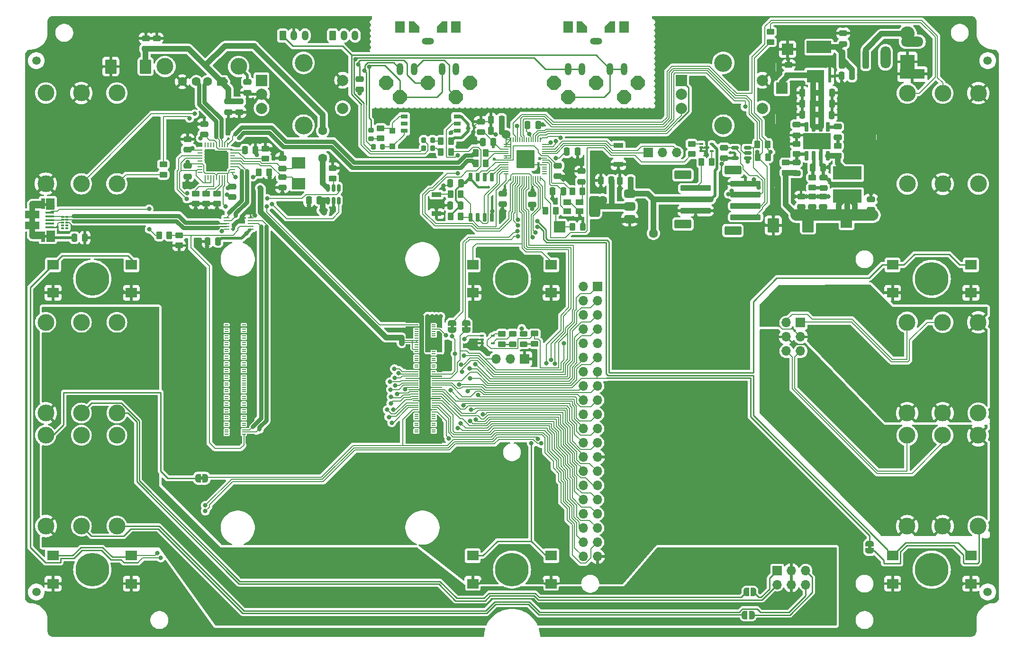
<source format=gbr>
%TF.GenerationSoftware,KiCad,Pcbnew,8.0.6+1*%
%TF.CreationDate,2024-12-16T18:12:13+00:00*%
%TF.ProjectId,pedalboard-hw,70656461-6c62-46f6-9172-642d68772e6b,4.0.1-RC*%
%TF.SameCoordinates,Original*%
%TF.FileFunction,Copper,L1,Top*%
%TF.FilePolarity,Positive*%
%FSLAX46Y46*%
G04 Gerber Fmt 4.6, Leading zero omitted, Abs format (unit mm)*
G04 Created by KiCad (PCBNEW 8.0.6+1) date 2024-12-16 18:12:13*
%MOMM*%
%LPD*%
G01*
G04 APERTURE LIST*
G04 Aperture macros list*
%AMRoundRect*
0 Rectangle with rounded corners*
0 $1 Rounding radius*
0 $2 $3 $4 $5 $6 $7 $8 $9 X,Y pos of 4 corners*
0 Add a 4 corners polygon primitive as box body*
4,1,4,$2,$3,$4,$5,$6,$7,$8,$9,$2,$3,0*
0 Add four circle primitives for the rounded corners*
1,1,$1+$1,$2,$3*
1,1,$1+$1,$4,$5*
1,1,$1+$1,$6,$7*
1,1,$1+$1,$8,$9*
0 Add four rect primitives between the rounded corners*
20,1,$1+$1,$2,$3,$4,$5,0*
20,1,$1+$1,$4,$5,$6,$7,0*
20,1,$1+$1,$6,$7,$8,$9,0*
20,1,$1+$1,$8,$9,$2,$3,0*%
%AMOutline5P*
0 Free polygon, 5 corners , with rotation*
0 The origin of the aperture is its center*
0 number of corners: always 5*
0 $1 to $10 corner X, Y*
0 $11 Rotation angle, in degrees counterclockwise*
0 create outline with 5 corners*
4,1,5,$1,$2,$3,$4,$5,$6,$7,$8,$9,$10,$1,$2,$11*%
%AMOutline6P*
0 Free polygon, 6 corners , with rotation*
0 The origin of the aperture is its center*
0 number of corners: always 6*
0 $1 to $12 corner X, Y*
0 $13 Rotation angle, in degrees counterclockwise*
0 create outline with 6 corners*
4,1,6,$1,$2,$3,$4,$5,$6,$7,$8,$9,$10,$11,$12,$1,$2,$13*%
%AMOutline7P*
0 Free polygon, 7 corners , with rotation*
0 The origin of the aperture is its center*
0 number of corners: always 7*
0 $1 to $14 corner X, Y*
0 $15 Rotation angle, in degrees counterclockwise*
0 create outline with 7 corners*
4,1,7,$1,$2,$3,$4,$5,$6,$7,$8,$9,$10,$11,$12,$13,$14,$1,$2,$15*%
%AMOutline8P*
0 Free polygon, 8 corners , with rotation*
0 The origin of the aperture is its center*
0 number of corners: always 8*
0 $1 to $16 corner X, Y*
0 $17 Rotation angle, in degrees counterclockwise*
0 create outline with 8 corners*
4,1,8,$1,$2,$3,$4,$5,$6,$7,$8,$9,$10,$11,$12,$13,$14,$15,$16,$1,$2,$17*%
%AMFreePoly0*
4,1,19,0.500000,-0.750000,0.000000,-0.750000,0.000000,-0.744911,-0.071157,-0.744911,-0.207708,-0.704816,-0.327430,-0.627875,-0.420627,-0.520320,-0.479746,-0.390866,-0.500000,-0.250000,-0.500000,0.250000,-0.479746,0.390866,-0.420627,0.520320,-0.327430,0.627875,-0.207708,0.704816,-0.071157,0.744911,0.000000,0.744911,0.000000,0.750000,0.500000,0.750000,0.500000,-0.750000,0.500000,-0.750000,
$1*%
%AMFreePoly1*
4,1,19,0.000000,0.744911,0.071157,0.744911,0.207708,0.704816,0.327430,0.627875,0.420627,0.520320,0.479746,0.390866,0.500000,0.250000,0.500000,-0.250000,0.479746,-0.390866,0.420627,-0.520320,0.327430,-0.627875,0.207708,-0.704816,0.071157,-0.744911,0.000000,-0.744911,0.000000,-0.750000,-0.500000,-0.750000,-0.500000,0.750000,0.000000,0.750000,0.000000,0.744911,0.000000,0.744911,
$1*%
G04 Aperture macros list end*
%TA.AperFunction,EtchedComponent*%
%ADD10C,0.000000*%
%TD*%
%TA.AperFunction,SMDPad,CuDef*%
%ADD11R,2.000000X2.000000*%
%TD*%
%TA.AperFunction,SMDPad,CuDef*%
%ADD12RoundRect,0.250000X0.262500X0.450000X-0.262500X0.450000X-0.262500X-0.450000X0.262500X-0.450000X0*%
%TD*%
%TA.AperFunction,SMDPad,CuDef*%
%ADD13RoundRect,0.250000X-0.262500X-0.450000X0.262500X-0.450000X0.262500X0.450000X-0.262500X0.450000X0*%
%TD*%
%TA.AperFunction,SMDPad,CuDef*%
%ADD14RoundRect,0.250000X-0.250000X-0.475000X0.250000X-0.475000X0.250000X0.475000X-0.250000X0.475000X0*%
%TD*%
%TA.AperFunction,SMDPad,CuDef*%
%ADD15RoundRect,0.250000X0.475000X-0.250000X0.475000X0.250000X-0.475000X0.250000X-0.475000X-0.250000X0*%
%TD*%
%TA.AperFunction,SMDPad,CuDef*%
%ADD16C,1.500000*%
%TD*%
%TA.AperFunction,ComponentPad*%
%ADD17O,1.200000X2.200000*%
%TD*%
%TA.AperFunction,ComponentPad*%
%ADD18O,2.200000X1.200000*%
%TD*%
%TA.AperFunction,SMDPad,CuDef*%
%ADD19RoundRect,0.250000X-0.475000X0.250000X-0.475000X-0.250000X0.475000X-0.250000X0.475000X0.250000X0*%
%TD*%
%TA.AperFunction,ComponentPad*%
%ADD20C,3.000000*%
%TD*%
%TA.AperFunction,ComponentPad*%
%ADD21R,4.400000X1.800000*%
%TD*%
%TA.AperFunction,ComponentPad*%
%ADD22O,4.000000X1.800000*%
%TD*%
%TA.AperFunction,ComponentPad*%
%ADD23O,1.800000X4.000000*%
%TD*%
%TA.AperFunction,SMDPad,CuDef*%
%ADD24RoundRect,0.375000X0.625000X0.375000X-0.625000X0.375000X-0.625000X-0.375000X0.625000X-0.375000X0*%
%TD*%
%TA.AperFunction,SMDPad,CuDef*%
%ADD25RoundRect,0.500000X0.500000X1.400000X-0.500000X1.400000X-0.500000X-1.400000X0.500000X-1.400000X0*%
%TD*%
%TA.AperFunction,ComponentPad*%
%ADD26R,2.600000X2.600000*%
%TD*%
%TA.AperFunction,ComponentPad*%
%ADD27C,2.600000*%
%TD*%
%TA.AperFunction,SMDPad,CuDef*%
%ADD28RoundRect,0.250000X0.250000X0.475000X-0.250000X0.475000X-0.250000X-0.475000X0.250000X-0.475000X0*%
%TD*%
%TA.AperFunction,SMDPad,CuDef*%
%ADD29RoundRect,0.250000X0.787500X1.025000X-0.787500X1.025000X-0.787500X-1.025000X0.787500X-1.025000X0*%
%TD*%
%TA.AperFunction,SMDPad,CuDef*%
%ADD30R,1.700000X0.900000*%
%TD*%
%TA.AperFunction,SMDPad,CuDef*%
%ADD31RoundRect,0.250000X-0.450000X0.262500X-0.450000X-0.262500X0.450000X-0.262500X0.450000X0.262500X0*%
%TD*%
%TA.AperFunction,SMDPad,CuDef*%
%ADD32FreePoly0,0.000000*%
%TD*%
%TA.AperFunction,SMDPad,CuDef*%
%ADD33FreePoly1,0.000000*%
%TD*%
%TA.AperFunction,SMDPad,CuDef*%
%ADD34R,2.400000X2.000000*%
%TD*%
%TA.AperFunction,ComponentPad*%
%ADD35R,1.700000X1.700000*%
%TD*%
%TA.AperFunction,ComponentPad*%
%ADD36O,1.700000X1.700000*%
%TD*%
%TA.AperFunction,SMDPad,CuDef*%
%ADD37R,1.400000X1.100000*%
%TD*%
%TA.AperFunction,SMDPad,CuDef*%
%ADD38RoundRect,0.250000X0.450000X-0.262500X0.450000X0.262500X-0.450000X0.262500X-0.450000X-0.262500X0*%
%TD*%
%TA.AperFunction,SMDPad,CuDef*%
%ADD39RoundRect,0.243750X0.243750X0.456250X-0.243750X0.456250X-0.243750X-0.456250X0.243750X-0.456250X0*%
%TD*%
%TA.AperFunction,SMDPad,CuDef*%
%ADD40R,2.000000X1.800000*%
%TD*%
%TA.AperFunction,SMDPad,CuDef*%
%ADD41FreePoly0,180.000000*%
%TD*%
%TA.AperFunction,SMDPad,CuDef*%
%ADD42FreePoly1,180.000000*%
%TD*%
%TA.AperFunction,ComponentPad*%
%ADD43Outline8P,-1.250000X0.517767X-0.517767X1.250000X0.517767X1.250000X1.250000X0.517767X1.250000X-0.517767X0.517767X-1.250000X-0.517767X-1.250000X-1.250000X-0.517767X180.000000*%
%TD*%
%TA.AperFunction,ComponentPad*%
%ADD44Outline8P,-1.250000X0.517767X-0.517767X1.250000X0.517767X1.250000X1.250000X0.517767X1.250000X-0.517767X0.517767X-1.250000X-0.517767X-1.250000X-1.250000X-0.517767X270.000000*%
%TD*%
%TA.AperFunction,ComponentPad*%
%ADD45Outline5P,-0.900000X1.000000X0.900000X1.000000X0.900000X-0.100000X0.000000X-1.000000X-0.900000X-1.000000X180.000000*%
%TD*%
%TA.AperFunction,ComponentPad*%
%ADD46R,1.800000X2.000000*%
%TD*%
%TA.AperFunction,ComponentPad*%
%ADD47Outline5P,-0.900000X1.000000X0.900000X1.000000X0.900000X-1.000000X0.000000X-1.000000X-0.900000X-0.100000X180.000000*%
%TD*%
%TA.AperFunction,ComponentPad*%
%ADD48R,2.000000X2.000000*%
%TD*%
%TA.AperFunction,ComponentPad*%
%ADD49C,2.000000*%
%TD*%
%TA.AperFunction,ComponentPad*%
%ADD50C,3.200000*%
%TD*%
%TA.AperFunction,SMDPad,CuDef*%
%ADD51RoundRect,0.150000X-0.150000X0.737500X-0.150000X-0.737500X0.150000X-0.737500X0.150000X0.737500X0*%
%TD*%
%TA.AperFunction,ComponentPad*%
%ADD52C,0.500000*%
%TD*%
%TA.AperFunction,SMDPad,CuDef*%
%ADD53R,4.900000X2.950000*%
%TD*%
%TA.AperFunction,SMDPad,CuDef*%
%ADD54RoundRect,0.150000X0.150000X-0.512500X0.150000X0.512500X-0.150000X0.512500X-0.150000X-0.512500X0*%
%TD*%
%TA.AperFunction,SMDPad,CuDef*%
%ADD55R,3.150000X2.200000*%
%TD*%
%TA.AperFunction,SMDPad,CuDef*%
%ADD56R,0.600000X2.200000*%
%TD*%
%TA.AperFunction,SMDPad,CuDef*%
%ADD57R,4.400000X2.200000*%
%TD*%
%TA.AperFunction,SMDPad,CuDef*%
%ADD58R,1.650000X0.400000*%
%TD*%
%TA.AperFunction,SMDPad,CuDef*%
%ADD59R,0.700000X1.825000*%
%TD*%
%TA.AperFunction,SMDPad,CuDef*%
%ADD60R,1.500000X2.000000*%
%TD*%
%TA.AperFunction,SMDPad,CuDef*%
%ADD61R,2.000000X1.350000*%
%TD*%
%TA.AperFunction,ComponentPad*%
%ADD62O,1.700000X1.350000*%
%TD*%
%TA.AperFunction,ComponentPad*%
%ADD63O,1.500000X1.100000*%
%TD*%
%TA.AperFunction,SMDPad,CuDef*%
%ADD64R,2.500000X1.430000*%
%TD*%
%TA.AperFunction,SMDPad,CuDef*%
%ADD65FreePoly0,90.000000*%
%TD*%
%TA.AperFunction,SMDPad,CuDef*%
%ADD66FreePoly1,90.000000*%
%TD*%
%TA.AperFunction,SMDPad,CuDef*%
%ADD67RoundRect,0.062500X-0.062500X0.350000X-0.062500X-0.350000X0.062500X-0.350000X0.062500X0.350000X0*%
%TD*%
%TA.AperFunction,SMDPad,CuDef*%
%ADD68RoundRect,0.062500X-0.350000X0.062500X-0.350000X-0.062500X0.350000X-0.062500X0.350000X0.062500X0*%
%TD*%
%TA.AperFunction,HeatsinkPad*%
%ADD69R,3.700000X3.700000*%
%TD*%
%TA.AperFunction,SMDPad,CuDef*%
%ADD70R,1.300000X0.800000*%
%TD*%
%TA.AperFunction,SMDPad,CuDef*%
%ADD71R,1.100000X0.250000*%
%TD*%
%TA.AperFunction,SMDPad,CuDef*%
%ADD72RoundRect,0.050000X0.050000X-0.387500X0.050000X0.387500X-0.050000X0.387500X-0.050000X-0.387500X0*%
%TD*%
%TA.AperFunction,SMDPad,CuDef*%
%ADD73RoundRect,0.050000X0.387500X-0.050000X0.387500X0.050000X-0.387500X0.050000X-0.387500X-0.050000X0*%
%TD*%
%TA.AperFunction,ComponentPad*%
%ADD74C,0.600000*%
%TD*%
%TA.AperFunction,SMDPad,CuDef*%
%ADD75RoundRect,0.144000X1.456000X-1.456000X1.456000X1.456000X-1.456000X1.456000X-1.456000X-1.456000X0*%
%TD*%
%TA.AperFunction,SMDPad,CuDef*%
%ADD76RoundRect,0.243750X-0.456250X0.243750X-0.456250X-0.243750X0.456250X-0.243750X0.456250X0.243750X0*%
%TD*%
%TA.AperFunction,SMDPad,CuDef*%
%ADD77RoundRect,0.218750X-0.256250X0.218750X-0.256250X-0.218750X0.256250X-0.218750X0.256250X0.218750X0*%
%TD*%
%TA.AperFunction,SMDPad,CuDef*%
%ADD78RoundRect,0.250000X-0.300000X0.300000X-0.300000X-0.300000X0.300000X-0.300000X0.300000X0.300000X0*%
%TD*%
%TA.AperFunction,ComponentPad*%
%ADD79R,1.600000X1.500000*%
%TD*%
%TA.AperFunction,ComponentPad*%
%ADD80C,1.600000*%
%TD*%
%TA.AperFunction,SMDPad,CuDef*%
%ADD81RoundRect,0.218750X-0.218750X-0.256250X0.218750X-0.256250X0.218750X0.256250X-0.218750X0.256250X0*%
%TD*%
%TA.AperFunction,SMDPad,CuDef*%
%ADD82RoundRect,0.250000X0.312500X1.450000X-0.312500X1.450000X-0.312500X-1.450000X0.312500X-1.450000X0*%
%TD*%
%TA.AperFunction,SMDPad,CuDef*%
%ADD83RoundRect,0.250000X2.500000X-0.250000X2.500000X0.250000X-2.500000X0.250000X-2.500000X-0.250000X0*%
%TD*%
%TA.AperFunction,SMDPad,CuDef*%
%ADD84RoundRect,0.250000X1.250000X-0.550000X1.250000X0.550000X-1.250000X0.550000X-1.250000X-0.550000X0*%
%TD*%
%TA.AperFunction,SMDPad,CuDef*%
%ADD85RoundRect,0.150000X0.150000X-0.650000X0.150000X0.650000X-0.150000X0.650000X-0.150000X-0.650000X0*%
%TD*%
%TA.AperFunction,SMDPad,CuDef*%
%ADD86R,0.700000X0.200000*%
%TD*%
%TA.AperFunction,SMDPad,CuDef*%
%ADD87RoundRect,0.075000X0.200000X-0.075000X0.200000X0.075000X-0.200000X0.075000X-0.200000X-0.075000X0*%
%TD*%
%TA.AperFunction,SMDPad,CuDef*%
%ADD88RoundRect,0.100000X-0.225000X-0.100000X0.225000X-0.100000X0.225000X0.100000X-0.225000X0.100000X0*%
%TD*%
%TA.AperFunction,SMDPad,CuDef*%
%ADD89R,5.100000X2.350000*%
%TD*%
%TA.AperFunction,SMDPad,CuDef*%
%ADD90RoundRect,0.150000X0.512500X0.150000X-0.512500X0.150000X-0.512500X-0.150000X0.512500X-0.150000X0*%
%TD*%
%TA.AperFunction,WasherPad*%
%ADD91C,6.000000*%
%TD*%
%TA.AperFunction,ComponentPad*%
%ADD92RoundRect,0.250000X-0.350000X-0.625000X0.350000X-0.625000X0.350000X0.625000X-0.350000X0.625000X0*%
%TD*%
%TA.AperFunction,ComponentPad*%
%ADD93O,1.200000X1.750000*%
%TD*%
%TA.AperFunction,ViaPad*%
%ADD94C,0.800000*%
%TD*%
%TA.AperFunction,ViaPad*%
%ADD95C,0.500000*%
%TD*%
%TA.AperFunction,ViaPad*%
%ADD96C,1.600000*%
%TD*%
%TA.AperFunction,ViaPad*%
%ADD97C,0.600000*%
%TD*%
%TA.AperFunction,Conductor*%
%ADD98C,0.200000*%
%TD*%
%TA.AperFunction,Conductor*%
%ADD99C,0.500000*%
%TD*%
%TA.AperFunction,Conductor*%
%ADD100C,0.250000*%
%TD*%
%TA.AperFunction,Conductor*%
%ADD101C,0.600000*%
%TD*%
%TA.AperFunction,Conductor*%
%ADD102C,0.400000*%
%TD*%
%TA.AperFunction,Conductor*%
%ADD103C,0.300000*%
%TD*%
%TA.AperFunction,Conductor*%
%ADD104C,1.000000*%
%TD*%
%TA.AperFunction,Conductor*%
%ADD105C,0.180000*%
%TD*%
%TA.AperFunction,Conductor*%
%ADD106C,2.000000*%
%TD*%
%TA.AperFunction,Conductor*%
%ADD107C,0.900000*%
%TD*%
%TA.AperFunction,Conductor*%
%ADD108C,0.770000*%
%TD*%
G04 APERTURE END LIST*
D10*
%TA.AperFunction,EtchedComponent*%
%TO.C,JP3*%
G36*
X49799998Y-102950000D02*
G01*
X49299998Y-102950000D01*
X49299998Y-102350000D01*
X49799998Y-102350000D01*
X49799998Y-102950000D01*
G37*
%TD.AperFunction*%
%TA.AperFunction,EtchedComponent*%
%TO.C,JP4*%
G36*
X169200000Y-115250000D02*
G01*
X168600000Y-115250000D01*
X168600000Y-114750000D01*
X169200000Y-114750000D01*
X169200000Y-115250000D01*
G37*
%TD.AperFunction*%
%TA.AperFunction,EtchedComponent*%
%TO.C,JP2*%
G36*
X97100000Y-75750000D02*
G01*
X96500000Y-75750000D01*
X96500000Y-75250000D01*
X97100000Y-75250000D01*
X97100000Y-75750000D01*
G37*
%TD.AperFunction*%
%TA.AperFunction,EtchedComponent*%
%TO.C,JP1*%
G36*
X94600000Y-75750000D02*
G01*
X94000000Y-75750000D01*
X94000000Y-75250000D01*
X94600000Y-75250000D01*
X94600000Y-75750000D01*
G37*
%TD.AperFunction*%
%TD*%
D11*
%TO.P,TP3,1,1*%
%TO.N,+5VP*%
X164760000Y-56860000D03*
%TD*%
D12*
%TO.P,R18,1*%
%TO.N,+3V3*%
X150762500Y-45250000D03*
%TO.P,R18,2*%
%TO.N,/MIDI/I2C_SCL*%
X148937500Y-45250000D03*
%TD*%
D13*
%TO.P,R21,1*%
%TO.N,Net-(U3-GPIO10)*%
X110977500Y-54810000D03*
%TO.P,R21,2*%
%TO.N,Net-(D2-A)*%
X112802500Y-54810000D03*
%TD*%
D14*
%TO.P,C23,1*%
%TO.N,+3V3*%
X114800000Y-44270000D03*
%TO.P,C23,2*%
%TO.N,GND*%
X116700000Y-44270000D03*
%TD*%
D15*
%TO.P,C48,1*%
%TO.N,/Audio/CM4_3V*%
X47010000Y-43910000D03*
%TO.P,C48,2*%
%TO.N,GND*%
X47010000Y-42010000D03*
%TD*%
D16*
%TO.P,FID1,*%
%TO.N,*%
X20000000Y-28000000D03*
%TD*%
D13*
%TO.P,R10,1*%
%TO.N,/Connectivity/USB_RP_N*%
X98487500Y-44460000D03*
%TO.P,R10,2*%
%TO.N,Net-(U3-USB_DM)*%
X100312500Y-44460000D03*
%TD*%
D17*
%TO.P,J3,R*%
%TO.N,Net-(J26-Pin_1)*%
X125000000Y-29500000D03*
%TO.P,J3,RN*%
X122500000Y-29500000D03*
D18*
%TO.P,J3,S*%
%TO.N,GND*%
X120000000Y-24500000D03*
D17*
%TO.P,J3,T*%
%TO.N,Net-(J26-Pin_3)*%
X115000000Y-29500000D03*
%TO.P,J3,TN*%
X117500000Y-29500000D03*
%TD*%
D15*
%TO.P,C21,1*%
%TO.N,+1V1*%
X99440000Y-40800000D03*
%TO.P,C21,2*%
%TO.N,GND*%
X99440000Y-38900000D03*
%TD*%
D19*
%TO.P,C49,1*%
%TO.N,/Audio/CM4_3V*%
X47010000Y-46790000D03*
%TO.P,C49,2*%
%TO.N,GND*%
X47010000Y-48690000D03*
%TD*%
D15*
%TO.P,C29,1*%
%TO.N,+5VP*%
X155840000Y-48110000D03*
%TO.P,C29,2*%
%TO.N,Net-(U6-FB)*%
X155840000Y-46210000D03*
%TD*%
D16*
%TO.P,FID2,*%
%TO.N,*%
X190005615Y-27994385D03*
%TD*%
D11*
%TO.P,TP1,1,1*%
%TO.N,/Power Supply/polarity_checked*%
X153220000Y-32930000D03*
%TD*%
D13*
%TO.P,R9,1*%
%TO.N,+3V3*%
X94025000Y-55850000D03*
%TO.P,R9,2*%
%TO.N,/MIDI/QSPI_SS*%
X95850000Y-55850000D03*
%TD*%
D20*
%TO.P,J8,R*%
%TO.N,/MIDI/A_EXP2*%
X28050000Y-50000000D03*
%TO.P,J8,RN*%
%TO.N,GND*%
X28050000Y-33770000D03*
%TO.P,J8,S*%
X21700000Y-50000000D03*
%TO.P,J8,SN*%
%TO.N,unconnected-(J8-PadSN)*%
X21700000Y-33770000D03*
%TO.P,J8,T*%
%TO.N,Net-(J8-PadT)*%
X34400000Y-50000000D03*
%TO.P,J8,TN*%
%TO.N,unconnected-(J8-PadTN)*%
X34400000Y-33770000D03*
%TD*%
%TO.P,J19,R*%
%TO.N,Net-(JP6-B)*%
X28050000Y-111200000D03*
%TO.P,J19,RN*%
%TO.N,unconnected-(J19-PadRN)*%
X28050000Y-94970000D03*
%TO.P,J19,S*%
%TO.N,/Audio/GND_out*%
X21700000Y-111200000D03*
%TO.P,J19,SN*%
%TO.N,Net-(JP3-A)*%
X21700000Y-94970000D03*
%TO.P,J19,T*%
%TO.N,Net-(J27-out_L)*%
X34400000Y-111200000D03*
%TO.P,J19,TN*%
%TO.N,unconnected-(J19-PadTN)*%
X34400000Y-94970000D03*
%TD*%
D15*
%TO.P,C28,1*%
%TO.N,+5VP*%
X156650000Y-54170000D03*
%TO.P,C28,2*%
%TO.N,GND*%
X156650000Y-52270000D03*
%TD*%
D21*
%TO.P,J7,1*%
%TO.N,GND*%
X176537200Y-30388600D03*
D22*
%TO.P,J7,2*%
%TO.N,/Power Supply/unfused*%
X176537200Y-24588600D03*
D23*
%TO.P,J7,3*%
%TO.N,unconnected-(J7-Pad3)*%
X171737200Y-27388600D03*
%TD*%
D24*
%TO.P,U5,1,GND*%
%TO.N,GND*%
X126040000Y-56350000D03*
%TO.P,U5,2,VO*%
%TO.N,+3V3*%
X126040000Y-54050000D03*
D25*
X119740000Y-54050000D03*
D24*
%TO.P,U5,3,VI*%
%TO.N,+5VP*%
X126040000Y-51750000D03*
%TD*%
D12*
%TO.P,R20,1*%
%TO.N,Net-(U1-Y)*%
X140680100Y-46136600D03*
%TO.P,R20,2*%
%TO.N,Net-(J28-Pin_3)*%
X138855100Y-46136600D03*
%TD*%
D26*
%TO.P,J6,1,Pin_1*%
%TO.N,GND*%
X175637200Y-28198600D03*
D27*
%TO.P,J6,2,Pin_2*%
%TO.N,/Power Supply/unfused*%
X175637200Y-23198600D03*
%TD*%
D28*
%TO.P,C24,1*%
%TO.N,+3V3*%
X122760000Y-49420000D03*
%TO.P,C24,2*%
%TO.N,GND*%
X120860000Y-49420000D03*
%TD*%
D15*
%TO.P,C44,1*%
%TO.N,/Audio/CM4_3V*%
X49980000Y-41210000D03*
%TO.P,C44,2*%
%TO.N,GND*%
X49980000Y-39310000D03*
%TD*%
D29*
%TO.P,C43,1*%
%TO.N,/Connectivity/VBUS*%
X39527500Y-29042400D03*
%TO.P,C43,2*%
%TO.N,GND*%
X33302500Y-29042400D03*
%TD*%
D30*
%TO.P,SW4,1,1*%
%TO.N,GND*%
X124010000Y-46560000D03*
%TO.P,SW4,2,2*%
%TO.N,Net-(U3-RUN)*%
X124010000Y-43160000D03*
%TD*%
D13*
%TO.P,R6,1*%
%TO.N,/Connectivity/USB_RP_P*%
X98487500Y-46360000D03*
%TO.P,R6,2*%
%TO.N,Net-(U3-USB_DP)*%
X100312500Y-46360000D03*
%TD*%
D14*
%TO.P,C45,1*%
%TO.N,/Audio/CM4_3V*%
X57290000Y-43990000D03*
%TO.P,C45,2*%
%TO.N,GND*%
X59190000Y-43990000D03*
%TD*%
D28*
%TO.P,C15,1*%
%TO.N,+3V3*%
X95837500Y-53850000D03*
%TO.P,C15,2*%
%TO.N,GND*%
X93937500Y-53850000D03*
%TD*%
D31*
%TO.P,R29,1*%
%TO.N,GND*%
X72991000Y-47205300D03*
%TO.P,R29,2*%
%TO.N,Net-(U10-ILIM)*%
X72991000Y-49030300D03*
%TD*%
D32*
%TO.P,JP3,1,A*%
%TO.N,Net-(JP3-A)*%
X48899998Y-102650000D03*
D33*
%TO.P,JP3,2,B*%
%TO.N,/Audio/audio_out_stereo*%
X50199998Y-102650000D03*
%TD*%
D15*
%TO.P,C42,1*%
%TO.N,/Connectivity/VBUS*%
X41524600Y-25877600D03*
%TO.P,C42,2*%
%TO.N,GND*%
X41524600Y-23977600D03*
%TD*%
D34*
%TO.P,Y1,1,1*%
%TO.N,Net-(U9-XTALIN{slash}CLKIN)*%
X66840000Y-46270000D03*
%TO.P,Y1,2,2*%
%TO.N,Net-(U9-XTALOUT)*%
X66840000Y-49970000D03*
%TD*%
D29*
%TO.P,C33,1*%
%TO.N,+5VP*%
X157891500Y-57414200D03*
%TO.P,C33,2*%
%TO.N,GND*%
X151666500Y-57414200D03*
%TD*%
D13*
%TO.P,R8,1*%
%TO.N,/MIDI/~{USB_BOOT}*%
X94025000Y-51850000D03*
%TO.P,R8,2*%
%TO.N,/MIDI/QSPI_SS*%
X95850000Y-51850000D03*
%TD*%
D20*
%TO.P,J20,R*%
%TO.N,Net-(JP5-B)*%
X28050000Y-91000000D03*
%TO.P,J20,RN*%
%TO.N,unconnected-(J20-PadRN)*%
X28050000Y-74770000D03*
%TO.P,J20,S*%
%TO.N,/Audio/GND_out*%
X21700000Y-91000000D03*
%TO.P,J20,SN*%
%TO.N,unconnected-(J20-PadSN)*%
X21700000Y-74770000D03*
%TO.P,J20,T*%
%TO.N,Net-(J27-out_R)*%
X34400000Y-91000000D03*
%TO.P,J20,TN*%
%TO.N,unconnected-(J20-PadTN)*%
X34400000Y-74770000D03*
%TD*%
%TO.P,J22,R*%
%TO.N,/Audio/in_L-*%
X181950000Y-94995000D03*
%TO.P,J22,RN*%
%TO.N,/Audio/GND_in_L*%
X181950000Y-111225000D03*
%TO.P,J22,S*%
X188300000Y-94995000D03*
%TO.P,J22,SN*%
%TO.N,Net-(JP4-A)*%
X188300000Y-111225000D03*
%TO.P,J22,T*%
%TO.N,/Audio/in_L+*%
X175600000Y-94995000D03*
%TO.P,J22,TN*%
%TO.N,/Audio/GND_in_L*%
X175600000Y-111225000D03*
%TD*%
D35*
%TO.P,J12,1,Pin_1*%
%TO.N,/MIDI/SWCLK*%
X129315000Y-44450000D03*
D36*
%TO.P,J12,2,Pin_2*%
%TO.N,GND*%
X131855000Y-44450000D03*
%TO.P,J12,3,Pin_3*%
%TO.N,/MIDI/SWD*%
X134395000Y-44450000D03*
%TD*%
D31*
%TO.P,R25,1*%
%TO.N,Net-(U9-SCL{slash}SMBCLK{slash}CFG_SEL0)*%
X50380000Y-51751900D03*
%TO.P,R25,2*%
%TO.N,GND*%
X50380000Y-53576900D03*
%TD*%
D14*
%TO.P,C34,1*%
%TO.N,Net-(U6-COMP)*%
X158690000Y-47110000D03*
%TO.P,C34,2*%
%TO.N,GND*%
X160590000Y-47110000D03*
%TD*%
D31*
%TO.P,R28,1*%
%TO.N,Net-(U9-HS_IND{slash}CFG_SEL1)*%
X52280000Y-51761900D03*
%TO.P,R28,2*%
%TO.N,GND*%
X52280000Y-53586900D03*
%TD*%
D37*
%TO.P,Y2,1,1*%
%TO.N,/MIDI/XIN*%
X114900000Y-54887701D03*
%TO.P,Y2,2,2*%
%TO.N,GND*%
X117100000Y-54887701D03*
%TO.P,Y2,3,3*%
%TO.N,Net-(C26-Pad1)*%
X117100000Y-53287699D03*
%TO.P,Y2,4,4*%
%TO.N,GND*%
X114900000Y-53287699D03*
%TD*%
D38*
%TO.P,R15,1*%
%TO.N,Net-(U6-FB)*%
X155830000Y-44682500D03*
%TO.P,R15,2*%
%TO.N,GND*%
X155830000Y-42857500D03*
%TD*%
D39*
%TO.P,D2,1,K*%
%TO.N,GND*%
X117637500Y-57680000D03*
%TO.P,D2,2,A*%
%TO.N,Net-(D2-A)*%
X115762500Y-57680000D03*
%TD*%
D40*
%TO.P,SW6,1,1*%
%TO.N,/MIDI/SW_E*%
X98000000Y-64500000D03*
X112000000Y-64500000D03*
%TO.P,SW6,2,2*%
%TO.N,GND*%
X98000000Y-69500000D03*
X112000000Y-69500000D03*
%TD*%
D16*
%TO.P,FID4,*%
%TO.N,*%
X190005615Y-122994385D03*
%TD*%
D15*
%TO.P,C8,1*%
%TO.N,/Power Supply/polarity_checked*%
X154420000Y-30620000D03*
%TO.P,C8,2*%
%TO.N,GND*%
X154420000Y-28720000D03*
%TD*%
%TO.P,C37,1*%
%TO.N,+5VP*%
X169130000Y-54680000D03*
%TO.P,C37,2*%
%TO.N,GND*%
X169130000Y-52780000D03*
%TD*%
D38*
%TO.P,R7,1*%
%TO.N,/LEDs/RGB_DATA*%
X137120000Y-44702500D03*
%TO.P,R7,2*%
%TO.N,Net-(U1-A)*%
X137120000Y-42877500D03*
%TD*%
D30*
%TO.P,SW3,1,1*%
%TO.N,GND*%
X91510000Y-55350000D03*
%TO.P,SW3,2,2*%
%TO.N,/MIDI/~{USB_BOOT}*%
X91510000Y-51950000D03*
%TD*%
D38*
%TO.P,R13,1*%
%TO.N,/Power Supply/switch*%
X163210000Y-45042500D03*
%TO.P,R13,2*%
%TO.N,Net-(C30-Pad1)*%
X163210000Y-43217500D03*
%TD*%
D41*
%TO.P,JP6,1,A*%
%TO.N,Net-(JP6-A)*%
X147850000Y-127100000D03*
D42*
%TO.P,JP6,2,B*%
%TO.N,Net-(JP6-B)*%
X146550000Y-127100000D03*
%TD*%
D15*
%TO.P,C32,1*%
%TO.N,+5VP*%
X160620000Y-54170000D03*
%TO.P,C32,2*%
%TO.N,GND*%
X160620000Y-52270000D03*
%TD*%
D20*
%TO.P,J5,R*%
%TO.N,/MIDI/A_EXP1*%
X181965000Y-33800000D03*
%TO.P,J5,RN*%
%TO.N,GND*%
X181965000Y-50030000D03*
%TO.P,J5,S*%
X188315000Y-33800000D03*
%TO.P,J5,SN*%
%TO.N,unconnected-(J5-PadSN)*%
X188315000Y-50030000D03*
%TO.P,J5,T*%
%TO.N,Net-(J5-PadT)*%
X175615000Y-33800000D03*
%TO.P,J5,TN*%
%TO.N,unconnected-(J5-PadTN)*%
X175615000Y-50030000D03*
%TD*%
D31*
%TO.P,R26,1*%
%TO.N,Net-(U9-SDA{slash}SMBDATA{slash}NON_REM1)*%
X48480000Y-51751900D03*
%TO.P,R26,2*%
%TO.N,GND*%
X48480000Y-53576900D03*
%TD*%
D15*
%TO.P,C30,1*%
%TO.N,Net-(C30-Pad1)*%
X163210000Y-41670000D03*
%TO.P,C30,2*%
%TO.N,Net-(U6-BST)*%
X163210000Y-39770000D03*
%TD*%
D41*
%TO.P,JP5,1,A*%
%TO.N,Net-(JP5-A)*%
X148150000Y-123000000D03*
D42*
%TO.P,JP5,2,B*%
%TO.N,Net-(JP5-B)*%
X146850000Y-123000000D03*
%TD*%
D31*
%TO.P,R23,1*%
%TO.N,Net-(CM1B-USB_OTG_ID)*%
X45508200Y-59219500D03*
%TO.P,R23,2*%
%TO.N,GND*%
X45508200Y-61044500D03*
%TD*%
D43*
%TO.P,J4,1*%
%TO.N,unconnected-(J4-Pad1)*%
X112500000Y-32000000D03*
D44*
%TO.P,J4,2*%
%TO.N,GND*%
X120000000Y-32000000D03*
D43*
%TO.P,J4,3*%
%TO.N,unconnected-(J4-Pad3)*%
X127500000Y-32000000D03*
%TO.P,J4,4*%
%TO.N,Net-(J26-Pin_1)*%
X115000000Y-34500000D03*
%TO.P,J4,5*%
%TO.N,Net-(J26-Pin_3)*%
X125000000Y-34500000D03*
D45*
%TO.P,J4,PE*%
%TO.N,N/C*%
X122500000Y-22000000D03*
D46*
%TO.P,J4,PE1*%
X125000000Y-22000000D03*
%TO.P,J4,PE2*%
X115000000Y-22000000D03*
D47*
%TO.P,J4,PE@*%
X117500000Y-22000000D03*
%TD*%
D19*
%TO.P,C35,1*%
%TO.N,Net-(U6-SS)*%
X155840000Y-39420000D03*
%TO.P,C35,2*%
%TO.N,GND*%
X155840000Y-41320000D03*
%TD*%
D48*
%TO.P,SW1,A,A*%
%TO.N,/MIDI/ROT_VOL_A*%
X60250000Y-31500000D03*
D49*
%TO.P,SW1,B,B*%
%TO.N,/MIDI/ROT_VOL_B*%
X60250000Y-36500000D03*
%TO.P,SW1,C,C*%
%TO.N,GND*%
X60250000Y-34000000D03*
D50*
%TO.P,SW1,MP*%
%TO.N,N/C*%
X67750000Y-28400000D03*
X67750000Y-39600000D03*
D49*
%TO.P,SW1,S1,S1*%
%TO.N,/MIDI/SW_VOL*%
X74750000Y-36500000D03*
%TO.P,SW1,S2,S2*%
%TO.N,GND*%
X74750000Y-31500000D03*
%TD*%
D28*
%TO.P,C9,1*%
%TO.N,/Power Supply/polarity_checked*%
X158750000Y-35690000D03*
%TO.P,C9,2*%
%TO.N,GND*%
X156850000Y-35690000D03*
%TD*%
D51*
%TO.P,U6,1,BST*%
%TO.N,Net-(U6-BST)*%
X161425000Y-39837500D03*
%TO.P,U6,2,VIN*%
%TO.N,/Power Supply/polarity_checked*%
X160155000Y-39837500D03*
%TO.P,U6,3,EN*%
X158885000Y-39837500D03*
%TO.P,U6,4,SS*%
%TO.N,Net-(U6-SS)*%
X157615000Y-39837500D03*
%TO.P,U6,5,FB*%
%TO.N,Net-(U6-FB)*%
X157615000Y-44962500D03*
%TO.P,U6,6,COMP*%
%TO.N,Net-(U6-COMP)*%
X158885000Y-44962500D03*
%TO.P,U6,7,GND*%
%TO.N,GND*%
X160155000Y-44962500D03*
%TO.P,U6,8,SW*%
%TO.N,/Power Supply/switch*%
X161425000Y-44962500D03*
D52*
%TO.P,U6,9,EP*%
%TO.N,GND*%
X161470000Y-41750000D03*
X160170000Y-41750000D03*
X158870000Y-41750000D03*
X157570000Y-41750000D03*
D53*
X159520000Y-42400000D03*
D52*
X161470000Y-43050000D03*
X160170000Y-43050000D03*
X158870000Y-43050000D03*
X157570000Y-43050000D03*
%TD*%
D28*
%TO.P,C18,1*%
%TO.N,+3V3*%
X95861200Y-49895800D03*
%TO.P,C18,2*%
%TO.N,GND*%
X93961200Y-49895800D03*
%TD*%
D15*
%TO.P,C41,1*%
%TO.N,/Connectivity/VBUS*%
X39564600Y-25877600D03*
%TO.P,C41,2*%
%TO.N,GND*%
X39564600Y-23977600D03*
%TD*%
D12*
%TO.P,R22,1*%
%TO.N,Net-(CM1B-USB_OTG_ID)*%
X43779100Y-59217600D03*
%TO.P,R22,2*%
%TO.N,Net-(J9-VBUS)*%
X41954100Y-59217600D03*
%TD*%
D38*
%TO.P,R3,1*%
%TO.N,Net-(L4-Pad2)*%
X81546600Y-41908900D03*
%TO.P,R3,2*%
%TO.N,Net-(D1-K)*%
X81546600Y-40083900D03*
%TD*%
D19*
%TO.P,C19,1*%
%TO.N,+3V3*%
X103350000Y-51750000D03*
%TO.P,C19,2*%
%TO.N,GND*%
X103350000Y-53650000D03*
%TD*%
D54*
%TO.P,U10,1,IN*%
%TO.N,+5VP*%
X72142600Y-53014500D03*
%TO.P,U10,2,GND*%
%TO.N,GND*%
X73092600Y-53014500D03*
%TO.P,U10,3,EN*%
%TO.N,Net-(U10-EN)*%
X74042600Y-53014500D03*
%TO.P,U10,4,nFault*%
%TO.N,/Connectivity/nOCS1*%
X74042600Y-50739500D03*
%TO.P,U10,5,ILIM*%
%TO.N,Net-(U10-ILIM)*%
X73092600Y-50739500D03*
%TO.P,U10,6,OUT*%
%TO.N,/Connectivity/VBUS*%
X72142600Y-50739500D03*
%TD*%
D13*
%TO.P,R27,1*%
%TO.N,Net-(U9-SUSP_IND{slash}LOCAL_PWR{slash}NON_REM0)*%
X59787500Y-47980000D03*
%TO.P,R27,2*%
%TO.N,GND*%
X61612500Y-47980000D03*
%TD*%
D14*
%TO.P,C50,1*%
%TO.N,Net-(J9-Shield)*%
X26800000Y-59650000D03*
%TO.P,C50,2*%
%TO.N,GND*%
X28700000Y-59650000D03*
%TD*%
D55*
%TO.P,Q1,1-3*%
%TO.N,/Power Supply/polarity_checked*%
X159225000Y-30760000D03*
D56*
%TO.P,Q1,4*%
%TO.N,GND*%
X161765000Y-30760000D03*
D57*
%TO.P,Q1,5-8*%
%TO.N,/Power Supply/fused*%
X159860000Y-25560000D03*
%TD*%
D13*
%TO.P,R11,1*%
%TO.N,/MIDI/XOUT*%
X115787500Y-51387700D03*
%TO.P,R11,2*%
%TO.N,Net-(C26-Pad1)*%
X117612500Y-51387700D03*
%TD*%
D19*
%TO.P,C51,1*%
%TO.N,Net-(J10-Shield)*%
X57700000Y-31800000D03*
%TO.P,C51,2*%
%TO.N,GND*%
X57700000Y-33700000D03*
%TD*%
%TO.P,C1,1*%
%TO.N,Net-(J25-Pin_2)*%
X77800000Y-31250000D03*
%TO.P,C1,2*%
%TO.N,GND*%
X77800000Y-33150000D03*
%TD*%
D14*
%TO.P,C3,1*%
%TO.N,/Power Supply/polarity_checked*%
X160280000Y-33730000D03*
%TO.P,C3,2*%
%TO.N,GND*%
X162180000Y-33730000D03*
%TD*%
D35*
%TO.P,J16,1,Pin_1*%
%TO.N,GND*%
X107225000Y-81300000D03*
D36*
%TO.P,J16,2,Pin_2*%
%TO.N,/Audio/INT_MIDI_TX*%
X104685000Y-81300000D03*
%TO.P,J16,3,Pin_3*%
%TO.N,/Audio/INT_MIDI_RX*%
X102145000Y-81300000D03*
%TD*%
D28*
%TO.P,C2,1*%
%TO.N,/Power Supply/fused*%
X165780000Y-30730000D03*
%TO.P,C2,2*%
%TO.N,GND*%
X163880000Y-30730000D03*
%TD*%
D20*
%TO.P,J18,R*%
%TO.N,/Audio/in_R-*%
X181950000Y-74780000D03*
%TO.P,J18,RN*%
%TO.N,/Audio/GND_in_R*%
X181950000Y-91010000D03*
%TO.P,J18,S*%
X188300000Y-74780000D03*
%TO.P,J18,SN*%
%TO.N,unconnected-(J18-PadSN)*%
X188300000Y-91010000D03*
%TO.P,J18,T*%
%TO.N,/Audio/in_R+*%
X175600000Y-74780000D03*
%TO.P,J18,TN*%
%TO.N,/Audio/GND_in_R*%
X175600000Y-91010000D03*
%TD*%
D15*
%TO.P,C4,1*%
%TO.N,/Power Supply/fused*%
X164170000Y-24980000D03*
%TO.P,C4,2*%
%TO.N,GND*%
X164170000Y-23080000D03*
%TD*%
D58*
%TO.P,J9,1,VBUS*%
%TO.N,Net-(J9-VBUS)*%
X22435000Y-55175000D03*
%TO.P,J9,2,D-*%
%TO.N,/Connectivity/USB_D_N*%
X22435000Y-55825000D03*
%TO.P,J9,3,D+*%
%TO.N,/Connectivity/USB_D_P*%
X22435000Y-56475000D03*
%TO.P,J9,4,ID*%
%TO.N,unconnected-(J9-ID-Pad4)*%
X22435000Y-57125000D03*
%TO.P,J9,5,GND*%
%TO.N,GND*%
X22435000Y-57775000D03*
D59*
%TO.P,J9,6,Shield*%
%TO.N,Net-(J9-Shield)*%
X21235000Y-53525000D03*
D60*
X22535000Y-53625000D03*
D61*
X20485000Y-53745000D03*
D62*
X19555000Y-53745000D03*
D63*
X22555000Y-54055000D03*
D64*
X19285000Y-55515000D03*
X19285000Y-57435000D03*
D63*
X22555000Y-58895000D03*
D62*
X19555000Y-59205000D03*
D61*
X20485000Y-59225000D03*
D60*
X22555000Y-59375000D03*
D59*
X21235000Y-59475000D03*
%TD*%
D15*
%TO.P,C36,1*%
%TO.N,+5VP*%
X158630000Y-54180000D03*
%TO.P,C36,2*%
%TO.N,GND*%
X158630000Y-52280000D03*
%TD*%
D19*
%TO.P,C40,1*%
%TO.N,/Connectivity/VBUS*%
X54350000Y-35300000D03*
%TO.P,C40,2*%
%TO.N,GND*%
X54350000Y-37200000D03*
%TD*%
D65*
%TO.P,JP4,1,A*%
%TO.N,Net-(JP4-A)*%
X168900000Y-115650000D03*
D66*
%TO.P,JP4,2,B*%
%TO.N,/Audio/audio_in_stereo*%
X168900000Y-114350000D03*
%TD*%
D40*
%TO.P,SW5,1,1*%
%TO.N,/MIDI/SW_D*%
X23000000Y-64500000D03*
X37000000Y-64500000D03*
%TO.P,SW5,2,2*%
%TO.N,GND*%
X23000000Y-69500000D03*
X37000000Y-69500000D03*
%TD*%
D67*
%TO.P,U9,1,USBDM_DN1/PRT_DIS_M1*%
%TO.N,/Connectivity/USB_RP_N*%
X54190000Y-43022500D03*
%TO.P,U9,2,USBDP_DN1/PRT_DIS_P1*%
%TO.N,/Connectivity/USB_RP_P*%
X53690000Y-43022500D03*
%TO.P,U9,3,USBDM_DN2/PRT_DIS_M2*%
%TO.N,/Connectivity/USB_OUT_N*%
X53190000Y-43022500D03*
%TO.P,U9,4,USBDP_DN2/PRT_DIS_P2*%
%TO.N,/Connectivity/USB_OUT_P*%
X52690000Y-43022500D03*
%TO.P,U9,5,VDDA33*%
%TO.N,/Audio/CM4_3V*%
X52190000Y-43022500D03*
%TO.P,U9,6,USBDM_DN3/PRT_DIS_M3*%
%TO.N,unconnected-(U9-USBDM_DN3{slash}PRT_DIS_M3-Pad6)*%
X51690000Y-43022500D03*
%TO.P,U9,7,USBDP_DN3/PRT_DIS_P3*%
%TO.N,unconnected-(U9-USBDP_DN3{slash}PRT_DIS_P3-Pad7)*%
X51190000Y-43022500D03*
%TO.P,U9,8,USBDM_DN4/PRT_DIS_M4*%
%TO.N,unconnected-(U9-USBDM_DN4{slash}PRT_DIS_M4-Pad8)*%
X50690000Y-43022500D03*
%TO.P,U9,9,USBDP_DN4/PRT_DIS_P4*%
%TO.N,unconnected-(U9-USBDP_DN4{slash}PRT_DIS_P4-Pad9)*%
X50190000Y-43022500D03*
D68*
%TO.P,U9,10,VDDA33*%
%TO.N,/Audio/CM4_3V*%
X49252500Y-43960000D03*
%TO.P,U9,11,TEST*%
%TO.N,unconnected-(U9-TEST-Pad11)*%
X49252500Y-44460000D03*
%TO.P,U9,12,PRTPWR1/BC_EN1*%
%TO.N,Net-(U10-EN)*%
X49252500Y-44960000D03*
%TO.P,U9,13,OCS_N1*%
%TO.N,/Connectivity/nOCS1*%
X49252500Y-45460000D03*
%TO.P,U9,14,CRFILT*%
%TO.N,unconnected-(U9-CRFILT-Pad14)*%
X49252500Y-45960000D03*
%TO.P,U9,15,VDD33*%
%TO.N,/Audio/CM4_3V*%
X49252500Y-46460000D03*
%TO.P,U9,16,PRTPWR2/BC_EN2*%
%TO.N,unconnected-(U9-PRTPWR2{slash}BC_EN2-Pad16)*%
X49252500Y-46960000D03*
%TO.P,U9,17,OCS_N2*%
%TO.N,/Connectivity/nOCS1*%
X49252500Y-47460000D03*
%TO.P,U9,18,PRTPWR3/BC_EN3*%
%TO.N,unconnected-(U9-PRTPWR3{slash}BC_EN3-Pad18)*%
X49252500Y-47960000D03*
D67*
%TO.P,U9,19,OCS_N3*%
%TO.N,/Connectivity/nOCS1*%
X50190000Y-48897500D03*
%TO.P,U9,20,PRTPWR4/BC_EN4*%
%TO.N,unconnected-(U9-PRTPWR4{slash}BC_EN4-Pad20)*%
X50690000Y-48897500D03*
%TO.P,U9,21,OCS_N4*%
%TO.N,/Connectivity/nOCS1*%
X51190000Y-48897500D03*
%TO.P,U9,22,SDA/SMBDATA/NON_REM1*%
%TO.N,Net-(U9-SDA{slash}SMBDATA{slash}NON_REM1)*%
X51690000Y-48897500D03*
%TO.P,U9,23,VDD33*%
%TO.N,/Audio/CM4_3V*%
X52190000Y-48897500D03*
%TO.P,U9,24,SCL/SMBCLK/CFG_SEL0*%
%TO.N,Net-(U9-SCL{slash}SMBCLK{slash}CFG_SEL0)*%
X52690000Y-48897500D03*
%TO.P,U9,25,HS_IND/CFG_SEL1*%
%TO.N,Net-(U9-HS_IND{slash}CFG_SEL1)*%
X53190000Y-48897500D03*
%TO.P,U9,26,RESET_N*%
%TO.N,/Audio/nEXTRST*%
X53690000Y-48897500D03*
%TO.P,U9,27,VBUS_DET*%
%TO.N,/Audio/CM4_3V*%
X54190000Y-48897500D03*
D68*
%TO.P,U9,28,SUSP_IND/LOCAL_PWR/NON_REM0*%
%TO.N,Net-(U9-SUSP_IND{slash}LOCAL_PWR{slash}NON_REM0)*%
X55127500Y-47960000D03*
%TO.P,U9,29,VDDA33*%
%TO.N,/Audio/CM4_3V*%
X55127500Y-47460000D03*
%TO.P,U9,30,USBDM_UP*%
%TO.N,/Connectivity/USB_UP_N*%
X55127500Y-46960000D03*
%TO.P,U9,31,USBDP_UP*%
%TO.N,/Connectivity/USB_UP_P*%
X55127500Y-46460000D03*
%TO.P,U9,32,XTALOUT*%
%TO.N,Net-(U9-XTALOUT)*%
X55127500Y-45960000D03*
%TO.P,U9,33,XTALIN/CLKIN*%
%TO.N,Net-(U9-XTALIN{slash}CLKIN)*%
X55127500Y-45460000D03*
%TO.P,U9,34,PLLFILT*%
%TO.N,unconnected-(U9-PLLFILT-Pad34)*%
X55127500Y-44960000D03*
%TO.P,U9,35,RBIAS*%
%TO.N,Net-(U9-RBIAS)*%
X55127500Y-44460000D03*
%TO.P,U9,36,VDDA33*%
%TO.N,/Audio/CM4_3V*%
X55127500Y-43960000D03*
D69*
%TO.P,U9,37,VSS*%
%TO.N,GND*%
X52190000Y-45960000D03*
%TD*%
D70*
%TO.P,U2,1,A*%
%TO.N,Net-(D1-K)*%
X85711600Y-38001400D03*
%TO.P,U2,2,NC*%
%TO.N,unconnected-(U2-NC-Pad2)*%
X85711600Y-39271400D03*
%TO.P,U2,3,K*%
%TO.N,Net-(D1-A)*%
X85711600Y-40541400D03*
%TO.P,U2,4,GND*%
%TO.N,GND*%
X95211600Y-40541400D03*
%TO.P,U2,5,VO*%
%TO.N,/MIDI/EXT_MIDI_RX*%
X95211600Y-39271400D03*
%TO.P,U2,6,VDD*%
%TO.N,+3V3*%
X95211600Y-38001400D03*
%TD*%
D71*
%TO.P,U8,1,VCC*%
%TO.N,/Audio/CM4_3V*%
X58270000Y-58110000D03*
%TO.P,U8,2,SEL*%
%TO.N,Net-(CM1B-USB_OTG_ID)*%
X58270000Y-57610000D03*
%TO.P,U8,3,D+*%
%TO.N,/Connectivity/USB_CM_P*%
X58270000Y-57110000D03*
%TO.P,U8,4,D-*%
%TO.N,/Connectivity/USB_CM_N*%
X58270000Y-56610000D03*
%TO.P,U8,5,GND*%
%TO.N,GND*%
X58270000Y-56110000D03*
%TO.P,U8,6,HSD1-*%
%TO.N,/Connectivity/USB_UP_N*%
X53970000Y-56110000D03*
%TO.P,U8,7,HSD1+*%
%TO.N,/Connectivity/USB_UP_P*%
X53970000Y-56610000D03*
%TO.P,U8,8,HSD2-*%
%TO.N,/Connectivity/USB_D_N*%
X53970000Y-57110000D03*
%TO.P,U8,9,HSD2+*%
%TO.N,/Connectivity/USB_D_P*%
X53970000Y-57610000D03*
%TO.P,U8,10,~{OE}*%
%TO.N,GND*%
X53970000Y-58110000D03*
%TD*%
D12*
%TO.P,R4,1*%
%TO.N,+3V3*%
X94121500Y-42391400D03*
%TO.P,R4,2*%
%TO.N,Net-(L3-Pad2)*%
X92296500Y-42391400D03*
%TD*%
D38*
%TO.P,R16,1*%
%TO.N,Net-(D6-A)*%
X109040000Y-78615000D03*
%TO.P,R16,2*%
%TO.N,/Audio/CM4_3V*%
X109040000Y-76790000D03*
%TD*%
D65*
%TO.P,JP2,1,A*%
%TO.N,/Audio/INT_MIDI_RX*%
X96800000Y-76150000D03*
D66*
%TO.P,JP2,2,B*%
%TO.N,Net-(JP2-B)*%
X96800000Y-74850000D03*
%TD*%
D65*
%TO.P,JP1,1,A*%
%TO.N,/Audio/INT_MIDI_TX*%
X94300000Y-76150000D03*
D66*
%TO.P,JP1,2,B*%
%TO.N,Net-(JP1-B)*%
X94300000Y-74850000D03*
%TD*%
D38*
%TO.P,R24,1*%
%TO.N,Net-(U9-RBIAS)*%
X60970000Y-45532500D03*
%TO.P,R24,2*%
%TO.N,GND*%
X60970000Y-43707500D03*
%TD*%
D72*
%TO.P,U3,1,IOVDD*%
%TO.N,+3V3*%
X104800000Y-49037500D03*
%TO.P,U3,2,GPIO0*%
%TO.N,/MIDI/EXT_MIDI_TX*%
X105200000Y-49037500D03*
%TO.P,U3,3,GPIO1*%
%TO.N,/MIDI/EXT_MIDI_RX*%
X105600000Y-49037500D03*
%TO.P,U3,4,GPIO2*%
%TO.N,/MIDI/SW_C*%
X106000000Y-49037500D03*
%TO.P,U3,5,GPIO3*%
%TO.N,/MIDI/SW_F*%
X106400000Y-49037500D03*
%TO.P,U3,6,GPIO4*%
%TO.N,/MIDI/SW_E*%
X106800000Y-49037500D03*
%TO.P,U3,7,GPIO5*%
%TO.N,/MIDI/SW_B*%
X107200000Y-49037500D03*
%TO.P,U3,8,GPIO6*%
%TO.N,/MIDI/SW_A*%
X107600000Y-49037500D03*
%TO.P,U3,9,GPIO7*%
%TO.N,/MIDI/SW_D*%
X108000000Y-49037500D03*
%TO.P,U3,10,IOVDD*%
%TO.N,+3V3*%
X108400000Y-49037500D03*
%TO.P,U3,11,GPIO8*%
%TO.N,Net-(JP2-B)*%
X108800000Y-49037500D03*
%TO.P,U3,12,GPIO9*%
%TO.N,Net-(JP1-B)*%
X109200000Y-49037500D03*
%TO.P,U3,13,GPIO10*%
%TO.N,Net-(U3-GPIO10)*%
X109600000Y-49037500D03*
%TO.P,U3,14,GPIO11*%
%TO.N,/LEDs/RGB_DATA*%
X110000000Y-49037500D03*
D73*
%TO.P,U3,15,GPIO12*%
%TO.N,unconnected-(U3-GPIO12-Pad15)*%
X110837500Y-48200000D03*
%TO.P,U3,16,GPIO13*%
%TO.N,unconnected-(U3-GPIO13-Pad16)*%
X110837500Y-47800000D03*
%TO.P,U3,17,GPIO14*%
%TO.N,unconnected-(U3-GPIO14-Pad17)*%
X110837500Y-47400000D03*
%TO.P,U3,18,GPIO15*%
%TO.N,unconnected-(U3-GPIO15-Pad18)*%
X110837500Y-47000000D03*
%TO.P,U3,19,TESTEN*%
%TO.N,GND*%
X110837500Y-46600000D03*
%TO.P,U3,20,XIN*%
%TO.N,/MIDI/XIN*%
X110837500Y-46200000D03*
%TO.P,U3,21,XOUT*%
%TO.N,/MIDI/XOUT*%
X110837500Y-45800000D03*
%TO.P,U3,22,IOVDD*%
%TO.N,+3V3*%
X110837500Y-45400000D03*
%TO.P,U3,23,DVDD*%
%TO.N,+1V1*%
X110837500Y-45000000D03*
%TO.P,U3,24,SWCLK*%
%TO.N,/MIDI/SWCLK*%
X110837500Y-44600000D03*
%TO.P,U3,25,SWD*%
%TO.N,/MIDI/SWD*%
X110837500Y-44200000D03*
%TO.P,U3,26,RUN*%
%TO.N,Net-(U3-RUN)*%
X110837500Y-43800000D03*
%TO.P,U3,27,GPIO16*%
%TO.N,/MIDI/ROT_VOL_A*%
X110837500Y-43400000D03*
%TO.P,U3,28,GPIO17*%
%TO.N,/MIDI/ROT_VOL_B*%
X110837500Y-43000000D03*
D72*
%TO.P,U3,29,GPIO18*%
%TO.N,/MIDI/SW_VOL*%
X110000000Y-42162500D03*
%TO.P,U3,30,GPIO19*%
%TO.N,/MIDI/ROT_GAIN_A*%
X109600000Y-42162500D03*
%TO.P,U3,31,GPIO20*%
%TO.N,/MIDI/ROT_GAIN_B*%
X109200000Y-42162500D03*
%TO.P,U3,32,GPIO21*%
%TO.N,/MIDI/SW_GAIN*%
X108800000Y-42162500D03*
%TO.P,U3,33,IOVDD*%
%TO.N,+3V3*%
X108400000Y-42162500D03*
%TO.P,U3,34,GPIO22*%
%TO.N,unconnected-(U3-GPIO22-Pad34)*%
X108000000Y-42162500D03*
%TO.P,U3,35,GPIO23*%
%TO.N,unconnected-(U3-GPIO23-Pad35)*%
X107600000Y-42162500D03*
%TO.P,U3,36,GPIO24*%
%TO.N,/MIDI/I2C_SDA*%
X107200000Y-42162500D03*
%TO.P,U3,37,GPIO25*%
%TO.N,/MIDI/I2C_SCL*%
X106800000Y-42162500D03*
%TO.P,U3,38,GPIO26_ADC0*%
%TO.N,unconnected-(U3-GPIO26_ADC0-Pad38)*%
X106400000Y-42162500D03*
%TO.P,U3,39,GPIO27_ADC1*%
%TO.N,/MIDI/A_EXP2*%
X106000000Y-42162500D03*
%TO.P,U3,40,GPIO28_ADC2*%
%TO.N,/MIDI/A_EXP1*%
X105600000Y-42162500D03*
%TO.P,U3,41,GPIO29_ADC3*%
%TO.N,unconnected-(U3-GPIO29_ADC3-Pad41)*%
X105200000Y-42162500D03*
%TO.P,U3,42,IOVDD*%
%TO.N,+3V3*%
X104800000Y-42162500D03*
D73*
%TO.P,U3,43,ADC_AVDD*%
X103962500Y-43000000D03*
%TO.P,U3,44,VREG_IN*%
X103962500Y-43400000D03*
%TO.P,U3,45,VREG_VOUT*%
%TO.N,+1V1*%
X103962500Y-43800000D03*
%TO.P,U3,46,USB_DM*%
%TO.N,Net-(U3-USB_DM)*%
X103962500Y-44200000D03*
%TO.P,U3,47,USB_DP*%
%TO.N,Net-(U3-USB_DP)*%
X103962500Y-44600000D03*
%TO.P,U3,48,USB_VDD*%
%TO.N,+3V3*%
X103962500Y-45000000D03*
%TO.P,U3,49,IOVDD*%
X103962500Y-45400000D03*
%TO.P,U3,50,DVDD*%
%TO.N,+1V1*%
X103962500Y-45800000D03*
%TO.P,U3,51,QSPI_SD3*%
%TO.N,/MIDI/QSPI_SD3*%
X103962500Y-46200000D03*
%TO.P,U3,52,QSPI_SCLK*%
%TO.N,/MIDI/QSPI_SCLK*%
X103962500Y-46600000D03*
%TO.P,U3,53,QSPI_SD0*%
%TO.N,/MIDI/QSPI_SD0*%
X103962500Y-47000000D03*
%TO.P,U3,54,QSPI_SD2*%
%TO.N,/MIDI/QSPI_SD2*%
X103962500Y-47400000D03*
%TO.P,U3,55,QSPI_SD1*%
%TO.N,/MIDI/QSPI_SD1*%
X103962500Y-47800000D03*
%TO.P,U3,56,QSPI_SS*%
%TO.N,/MIDI/QSPI_SS*%
X103962500Y-48200000D03*
D74*
%TO.P,U3,57,GND*%
%TO.N,GND*%
X106125000Y-46875000D03*
X107400000Y-46875000D03*
X108675000Y-46875000D03*
X106125000Y-45600000D03*
X107400000Y-45600000D03*
D75*
X107400000Y-45600000D03*
D74*
X108675000Y-45600000D03*
X106125000Y-44325000D03*
X107400000Y-44325000D03*
X108675000Y-44325000D03*
%TD*%
D28*
%TO.P,C46,1*%
%TO.N,/Audio/CM4_3V*%
X52470000Y-60300000D03*
%TO.P,C46,2*%
%TO.N,GND*%
X50570000Y-60300000D03*
%TD*%
D76*
%TO.P,D7,1,K*%
%TO.N,Net-(D7-K)*%
X105090000Y-76815000D03*
%TO.P,D7,2,A*%
%TO.N,Net-(D7-A)*%
X105090000Y-78690000D03*
%TD*%
D28*
%TO.P,C38,1*%
%TO.N,+5VP*%
X70588200Y-52943800D03*
%TO.P,C38,2*%
%TO.N,GND*%
X68688200Y-52943800D03*
%TD*%
%TO.P,C27,1*%
%TO.N,+5VP*%
X126180000Y-49450000D03*
%TO.P,C27,2*%
%TO.N,GND*%
X124280000Y-49450000D03*
%TD*%
D14*
%TO.P,C10,1*%
%TO.N,/Power Supply/polarity_checked*%
X160260000Y-35710000D03*
%TO.P,C10,2*%
%TO.N,GND*%
X162160000Y-35710000D03*
%TD*%
D12*
%TO.P,R19,1*%
%TO.N,+3V3*%
X150662500Y-42950000D03*
%TO.P,R19,2*%
%TO.N,/MIDI/I2C_SDA*%
X148837500Y-42950000D03*
%TD*%
D38*
%TO.P,R12,1*%
%TO.N,+5VP*%
X153910000Y-48042500D03*
%TO.P,R12,2*%
%TO.N,Net-(U6-FB)*%
X153910000Y-46217500D03*
%TD*%
D14*
%TO.P,C13,1*%
%TO.N,+3V3*%
X107790000Y-39460000D03*
%TO.P,C13,2*%
%TO.N,GND*%
X109690000Y-39460000D03*
%TD*%
D13*
%TO.P,R5,1*%
%TO.N,Net-(L2-Pad2)*%
X92296500Y-44291400D03*
%TO.P,R5,2*%
%TO.N,/MIDI/EXT_MIDI_TX*%
X94121500Y-44291400D03*
%TD*%
D77*
%TO.P,L4,1,1*%
%TO.N,Net-(J25-Pin_1)*%
X79821600Y-40408900D03*
%TO.P,L4,2,2*%
%TO.N,Net-(L4-Pad2)*%
X79821600Y-41983900D03*
%TD*%
D78*
%TO.P,D1,1,K*%
%TO.N,Net-(D1-K)*%
X83661600Y-40521400D03*
%TO.P,D1,2,A*%
%TO.N,Net-(D1-A)*%
X83661600Y-43321400D03*
%TD*%
D79*
%TO.P,J10,1,VBUS*%
%TO.N,/Connectivity/VBUS*%
X53080000Y-31750000D03*
D80*
%TO.P,J10,2,D-*%
%TO.N,/Connectivity/USB_OUT_N*%
X50580000Y-31750000D03*
%TO.P,J10,3,D+*%
%TO.N,/Connectivity/USB_OUT_P*%
X48580000Y-31750000D03*
%TO.P,J10,4,GND*%
%TO.N,GND*%
X46080000Y-31750000D03*
D20*
%TO.P,J10,5,Shield*%
%TO.N,Net-(J10-Shield)*%
X56150000Y-29040000D03*
X43010000Y-29040000D03*
%TD*%
D28*
%TO.P,C17,1*%
%TO.N,+3V3*%
X103140000Y-38540000D03*
%TO.P,C17,2*%
%TO.N,GND*%
X101240000Y-38540000D03*
%TD*%
D38*
%TO.P,R1,1*%
%TO.N,+3V3*%
X151197600Y-24646300D03*
%TO.P,R1,2*%
%TO.N,Net-(J5-PadT)*%
X151197600Y-22821300D03*
%TD*%
D81*
%TO.P,L1,1,1*%
%TO.N,Net-(J25-Pin_3)*%
X80234100Y-43421400D03*
%TO.P,L1,2,2*%
%TO.N,Net-(D1-A)*%
X81809100Y-43421400D03*
%TD*%
D28*
%TO.P,C22,1*%
%TO.N,/MIDI/XIN*%
X114150000Y-51387700D03*
%TO.P,C22,2*%
%TO.N,GND*%
X112250000Y-51387700D03*
%TD*%
D82*
%TO.P,F1,1*%
%TO.N,/Power Supply/unfused*%
X168207500Y-27710000D03*
%TO.P,F1,2*%
%TO.N,/Power Supply/fused*%
X163932500Y-27710000D03*
%TD*%
D83*
%TO.P,J28,1,Pin_1*%
%TO.N,GND*%
X137800000Y-54800000D03*
%TO.P,J28,2,Pin_2*%
%TO.N,+5VP*%
X137800000Y-52800000D03*
%TO.P,J28,3,Pin_3*%
%TO.N,Net-(J28-Pin_3)*%
X137800000Y-50800000D03*
D84*
%TO.P,J28,MP*%
%TO.N,N/C*%
X135550000Y-57200000D03*
X135550000Y-48400000D03*
%TD*%
D40*
%TO.P,SW10,1,1*%
%TO.N,/MIDI/SW_C*%
X173000000Y-116500000D03*
X187000000Y-116500000D03*
%TO.P,SW10,2,2*%
%TO.N,GND*%
X173000000Y-121500000D03*
X187000000Y-121500000D03*
%TD*%
D85*
%TO.P,U4,1,~{CS}*%
%TO.N,/MIDI/QSPI_SS*%
X97595000Y-56050000D03*
%TO.P,U4,2,DO(IO1)*%
%TO.N,/MIDI/QSPI_SD1*%
X98865000Y-56050000D03*
%TO.P,U4,3,IO2*%
%TO.N,/MIDI/QSPI_SD2*%
X100135000Y-56050000D03*
%TO.P,U4,4,GND*%
%TO.N,GND*%
X101405000Y-56050000D03*
%TO.P,U4,5,DI(IO0)*%
%TO.N,/MIDI/QSPI_SD0*%
X101405000Y-48850000D03*
%TO.P,U4,6,CLK*%
%TO.N,/MIDI/QSPI_SCLK*%
X100135000Y-48850000D03*
%TO.P,U4,7,IO3*%
%TO.N,/MIDI/QSPI_SD3*%
X98865000Y-48850000D03*
%TO.P,U4,8,VCC*%
%TO.N,+3V3*%
X97595000Y-48850000D03*
%TD*%
D19*
%TO.P,C47,1*%
%TO.N,/Audio/CM4_3V*%
X55030000Y-50490000D03*
%TO.P,C47,2*%
%TO.N,GND*%
X55030000Y-52390000D03*
%TD*%
D86*
%TO.P,CM1,1,GND*%
%TO.N,GND*%
X91000000Y-94800000D03*
%TO.P,CM1,2,GND*%
X87920000Y-94800000D03*
%TO.P,CM1,3,Ethernet_Pair3_P*%
%TO.N,unconnected-(CM1A-Ethernet_Pair3_P-Pad3)*%
X91000000Y-94400000D03*
%TO.P,CM1,4,Ethernet_Pair1_P*%
%TO.N,unconnected-(CM1A-Ethernet_Pair1_P-Pad4)*%
X87920000Y-94400000D03*
%TO.P,CM1,5,Ethernet_Pair3_N*%
%TO.N,unconnected-(CM1A-Ethernet_Pair3_N-Pad5)*%
X91000000Y-94000000D03*
%TO.P,CM1,6,Ethernet_Pair1_N*%
%TO.N,unconnected-(CM1A-Ethernet_Pair1_N-Pad6)*%
X87920000Y-94000000D03*
%TO.P,CM1,7,GND*%
%TO.N,GND*%
X91000000Y-93600000D03*
%TO.P,CM1,8,GND*%
X87920000Y-93600000D03*
%TO.P,CM1,9,Ethernet_Pair2_N*%
%TO.N,unconnected-(CM1A-Ethernet_Pair2_N-Pad9)*%
X91000000Y-93200000D03*
%TO.P,CM1,10,Ethernet_Pair0_N*%
%TO.N,unconnected-(CM1A-Ethernet_Pair0_N-Pad10)*%
X87920000Y-93200000D03*
%TO.P,CM1,11,Ethernet_Pair2_P*%
%TO.N,unconnected-(CM1A-Ethernet_Pair2_P-Pad11)*%
X91000000Y-92800000D03*
%TO.P,CM1,12,Ethernet_Pair0_P*%
%TO.N,unconnected-(CM1A-Ethernet_Pair0_P-Pad12)*%
X87920000Y-92800000D03*
%TO.P,CM1,13,GND*%
%TO.N,GND*%
X91000000Y-92400000D03*
%TO.P,CM1,14,GND*%
X87920000Y-92400000D03*
%TO.P,CM1,15,Ethernet_nLED3(3.3v)*%
%TO.N,unconnected-(CM1A-Ethernet_nLED3(3.3v)-Pad15)*%
X91000000Y-92000000D03*
%TO.P,CM1,16,Ethernet_SYNC_IN(1.8v)*%
%TO.N,unconnected-(CM1A-Ethernet_SYNC_IN(1.8v)-Pad16)*%
X87920000Y-92000000D03*
%TO.P,CM1,17,Ethernet_nLED2(3.3v)*%
%TO.N,unconnected-(CM1A-Ethernet_nLED2(3.3v)-Pad17)*%
X91000000Y-91600000D03*
%TO.P,CM1,18,Ethernet_SYNC_OUT(1.8v)*%
%TO.N,unconnected-(CM1A-Ethernet_SYNC_OUT(1.8v)-Pad18)*%
X87920000Y-91600000D03*
%TO.P,CM1,19,Ethernet_nLED1(3.3v)*%
%TO.N,unconnected-(CM1A-Ethernet_nLED1(3.3v)-Pad19)*%
X91000000Y-91200000D03*
%TO.P,CM1,20,EEPROM_nWP*%
%TO.N,unconnected-(CM1A-EEPROM_nWP-Pad20)*%
X87920000Y-91200000D03*
%TO.P,CM1,21,PI_nLED_Activity*%
%TO.N,/Audio/CM4_LED_ACT*%
X91000000Y-90800000D03*
%TO.P,CM1,22,GND*%
%TO.N,GND*%
X87920000Y-90800000D03*
%TO.P,CM1,23,GND*%
X91000000Y-90400000D03*
%TO.P,CM1,24,GPIO26*%
%TO.N,/Audio/audio_out_stereo*%
X87920000Y-90400000D03*
%TO.P,CM1,25,GPIO21*%
%TO.N,/Audio/audio_pcm_dout*%
X91000000Y-90000000D03*
%TO.P,CM1,26,GPIO19*%
%TO.N,/Audio/audio_pcm_fs*%
X87920000Y-90000000D03*
%TO.P,CM1,27,GPIO20*%
%TO.N,/Audio/audio_pcm_din*%
X91000000Y-89600000D03*
%TO.P,CM1,28,GPIO13*%
%TO.N,/Audio/CM4_GPIO13*%
X87920000Y-89600000D03*
%TO.P,CM1,29,GPIO16*%
%TO.N,/Audio/CM4_GPIO16*%
X91000000Y-89200000D03*
%TO.P,CM1,30,GPIO6*%
%TO.N,/Audio/CM4_GPIO6*%
X87920000Y-89200000D03*
%TO.P,CM1,31,GPIO12*%
%TO.N,/Audio/CM4_GPIO12*%
X91000000Y-88800000D03*
%TO.P,CM1,32,GND*%
%TO.N,GND*%
X87920000Y-88800000D03*
%TO.P,CM1,33,GND*%
X91000000Y-88400000D03*
%TO.P,CM1,34,GPIO5*%
%TO.N,/Audio/CM4_GPIO5*%
X87920000Y-88400000D03*
%TO.P,CM1,35,ID_SC*%
%TO.N,/Audio/CM4_ID_SC*%
X91000000Y-88000000D03*
%TO.P,CM1,36,ID_SD*%
%TO.N,/Audio/CM4_ID_SD*%
X87920000Y-88000000D03*
%TO.P,CM1,37,GPIO7*%
%TO.N,/Audio/CM4_GPIO7*%
X91000000Y-87600000D03*
%TO.P,CM1,38,GPIO11*%
%TO.N,/Audio/CM4_GPIO11*%
X87920000Y-87600000D03*
%TO.P,CM1,39,GPIO8*%
%TO.N,/Audio/CM4_GPIO8*%
X91000000Y-87200000D03*
%TO.P,CM1,40,GPIO9*%
%TO.N,/Audio/CM4_GPIO9*%
X87920000Y-87200000D03*
%TO.P,CM1,41,GPIO25*%
%TO.N,/Audio/CM4_GPIO25*%
X91000000Y-86800000D03*
%TO.P,CM1,42,GND*%
%TO.N,GND*%
X87920000Y-86800000D03*
%TO.P,CM1,43,GND*%
X91000000Y-86400000D03*
%TO.P,CM1,44,GPIO10*%
%TO.N,/Audio/CM4_GPIO10*%
X87920000Y-86400000D03*
%TO.P,CM1,45,GPIO24*%
%TO.N,/Audio/CM4_GPIO24*%
X91000000Y-86000000D03*
%TO.P,CM1,46,GPIO22*%
%TO.N,/Audio/CM4_GPIO22*%
X87920000Y-86000000D03*
%TO.P,CM1,47,GPIO23*%
%TO.N,/Audio/CM4_GPIO23*%
X91000000Y-85600000D03*
%TO.P,CM1,48,GPIO27*%
%TO.N,/Audio/audio_in_stereo*%
X87920000Y-85600000D03*
%TO.P,CM1,49,GPIO18*%
%TO.N,/Audio/audio_pcm_clk*%
X91000000Y-85200000D03*
%TO.P,CM1,50,GPIO17*%
%TO.N,/Audio/CM4_GPIO17*%
X87920000Y-85200000D03*
%TO.P,CM1,51,GPIO15*%
%TO.N,/Audio/INT_MIDI_RX*%
X91000000Y-84800000D03*
%TO.P,CM1,52,GND*%
%TO.N,GND*%
X87920000Y-84800000D03*
%TO.P,CM1,53,GND*%
X91000000Y-84400000D03*
%TO.P,CM1,54,GPIO4*%
%TO.N,/Audio/CM4_GPIO4*%
X87920000Y-84400000D03*
%TO.P,CM1,55,GPIO14*%
%TO.N,/Audio/INT_MIDI_TX*%
X91000000Y-84000000D03*
%TO.P,CM1,56,GPIO3*%
%TO.N,/Audio/conf_i2c_scl*%
X87920000Y-84000000D03*
%TO.P,CM1,57,SD_CLK*%
%TO.N,unconnected-(CM1A-SD_CLK-Pad57)*%
X91000000Y-83600000D03*
%TO.P,CM1,58,GPIO2*%
%TO.N,/Audio/conf_i2c_sda*%
X87920000Y-83600000D03*
%TO.P,CM1,59,GND*%
%TO.N,GND*%
X91000000Y-83200000D03*
%TO.P,CM1,60,GND*%
X87920000Y-83200000D03*
%TO.P,CM1,61,SD_DAT3*%
%TO.N,unconnected-(CM1A-SD_DAT3-Pad61)*%
X91000000Y-82800000D03*
%TO.P,CM1,62,SD_CMD*%
%TO.N,unconnected-(CM1A-SD_CMD-Pad62)*%
X87920000Y-82800000D03*
%TO.P,CM1,63,SD_DAT0*%
%TO.N,unconnected-(CM1A-SD_DAT0-Pad63)*%
X91000000Y-82400000D03*
%TO.P,CM1,64,SD_DAT5*%
%TO.N,unconnected-(CM1A-SD_DAT5-Pad64)*%
X87920000Y-82400000D03*
%TO.P,CM1,65,GND*%
%TO.N,GND*%
X91000000Y-82000000D03*
%TO.P,CM1,66,GND*%
X87920000Y-82000000D03*
%TO.P,CM1,67,SD_DAT1*%
%TO.N,unconnected-(CM1A-SD_DAT1-Pad67)*%
X91000000Y-81600000D03*
%TO.P,CM1,68,SD_DAT4*%
%TO.N,unconnected-(CM1A-SD_DAT4-Pad68)*%
X87920000Y-81600000D03*
%TO.P,CM1,69,SD_DAT2*%
%TO.N,unconnected-(CM1A-SD_DAT2-Pad69)*%
X91000000Y-81200000D03*
%TO.P,CM1,70,SD_DAT7*%
%TO.N,unconnected-(CM1A-SD_DAT7-Pad70)*%
X87920000Y-81200000D03*
%TO.P,CM1,71,GND*%
%TO.N,GND*%
X91000000Y-80800000D03*
%TO.P,CM1,72,SD_DAT6*%
%TO.N,unconnected-(CM1A-SD_DAT6-Pad72)*%
X87920000Y-80800000D03*
%TO.P,CM1,73,SD_VDD_Override*%
%TO.N,unconnected-(CM1A-SD_VDD_Override-Pad73)*%
X91000000Y-80400000D03*
%TO.P,CM1,74,GND*%
%TO.N,GND*%
X87920000Y-80400000D03*
%TO.P,CM1,75,SD_PWR_ON*%
%TO.N,unconnected-(CM1A-SD_PWR_ON-Pad75)*%
X91000000Y-80000000D03*
%TO.P,CM1,76,Reserved*%
%TO.N,unconnected-(CM1A-Reserved-Pad76)*%
X87920000Y-80000000D03*
%TO.P,CM1,77,+5v_(Input)*%
%TO.N,+5VP*%
X91000000Y-79600000D03*
%TO.P,CM1,78,GPIO_VREF(1.8v/3.3v_Input)*%
%TO.N,/Audio/CM4_3V*%
X87920000Y-79600000D03*
%TO.P,CM1,79,+5v_(Input)*%
%TO.N,+5VP*%
X91000000Y-79200000D03*
%TO.P,CM1,80,SCL0*%
%TO.N,unconnected-(CM1A-SCL0-Pad80)*%
X87920000Y-79200000D03*
%TO.P,CM1,81,+5v_(Input)*%
%TO.N,+5VP*%
X91000000Y-78800000D03*
%TO.P,CM1,82,SDA0*%
%TO.N,unconnected-(CM1A-SDA0-Pad82)*%
X87920000Y-78800000D03*
%TO.P,CM1,83,+5v_(Input)*%
%TO.N,+5VP*%
X91000000Y-78400000D03*
%TO.P,CM1,84,+3.3v_(Output)*%
%TO.N,/Audio/CM4_3V*%
X87920000Y-78400000D03*
%TO.P,CM1,85,+5v_(Input)*%
%TO.N,+5VP*%
X91000000Y-78000000D03*
%TO.P,CM1,86,+3.3v_(Output)*%
%TO.N,/Audio/CM4_3V*%
X87920000Y-78000000D03*
%TO.P,CM1,87,+5v_(Input)*%
%TO.N,+5VP*%
X91000000Y-77600000D03*
%TO.P,CM1,88,+1.8v_(Output)*%
%TO.N,unconnected-(CM1A-+1.8v_(Output)-Pad88)*%
X87920000Y-77600000D03*
%TO.P,CM1,89,WiFi_nDisable*%
%TO.N,unconnected-(CM1A-WiFi_nDisable-Pad89)*%
X91000000Y-77200000D03*
%TO.P,CM1,90,+1.8v_(Output)*%
%TO.N,unconnected-(CM1A-+1.8v_(Output)-Pad90)*%
X87920000Y-77200000D03*
%TO.P,CM1,91,BT_nDisable*%
%TO.N,unconnected-(CM1A-BT_nDisable-Pad91)*%
X91000000Y-76800000D03*
%TO.P,CM1,92,RUN_PG*%
%TO.N,unconnected-(CM1A-RUN_PG-Pad92)*%
X87920000Y-76800000D03*
%TO.P,CM1,93,nRPIBOOT*%
%TO.N,unconnected-(CM1A-nRPIBOOT-Pad93)*%
X91000000Y-76400000D03*
%TO.P,CM1,94,AnalogIP1*%
%TO.N,unconnected-(CM1A-AnalogIP1-Pad94)*%
X87920000Y-76400000D03*
%TO.P,CM1,95,nPI_LED_PWR*%
%TO.N,/Audio/CM4_LED_PWR*%
X91000000Y-76000000D03*
%TO.P,CM1,96,AnalogIP0*%
%TO.N,unconnected-(CM1A-AnalogIP0-Pad96)*%
X87920000Y-76000000D03*
%TO.P,CM1,97,Camera_GPIO*%
%TO.N,unconnected-(CM1A-Camera_GPIO-Pad97)*%
X91000000Y-75600000D03*
%TO.P,CM1,98,GND*%
%TO.N,GND*%
X87920000Y-75600000D03*
%TO.P,CM1,99,Global_EN*%
%TO.N,unconnected-(CM1A-Global_EN-Pad99)*%
X91000000Y-75200000D03*
%TO.P,CM1,100,nEXTRST*%
%TO.N,/Audio/nEXTRST*%
X87920000Y-75200000D03*
%TO.P,CM1,101,USB_OTG_ID*%
%TO.N,Net-(CM1B-USB_OTG_ID)*%
X57080000Y-94800000D03*
%TO.P,CM1,102,PCIe_CLK_nREQ*%
%TO.N,unconnected-(CM1B-PCIe_CLK_nREQ-Pad102)*%
X54000000Y-94800000D03*
%TO.P,CM1,103,USB2_N*%
%TO.N,/Connectivity/USB_CM_N*%
X57080000Y-94400000D03*
%TO.P,CM1,104,Reserved*%
%TO.N,unconnected-(CM1B-Reserved-Pad104)*%
X54000000Y-94400000D03*
%TO.P,CM1,105,USB2_P*%
%TO.N,/Connectivity/USB_CM_P*%
X57080000Y-94000000D03*
%TO.P,CM1,106,Reserved*%
%TO.N,unconnected-(CM1B-Reserved-Pad106)*%
X54000000Y-94000000D03*
%TO.P,CM1,107,GND*%
%TO.N,GND*%
X57080000Y-93600000D03*
%TO.P,CM1,108,GND*%
X54000000Y-93600000D03*
%TO.P,CM1,109,PCIe_nRST*%
%TO.N,unconnected-(CM1B-PCIe_nRST-Pad109)*%
X57080000Y-93200000D03*
%TO.P,CM1,110,PCIe_CLK_P*%
%TO.N,unconnected-(CM1B-PCIe_CLK_P-Pad110)*%
X54000000Y-93200000D03*
%TO.P,CM1,111,VDAC_COMP*%
%TO.N,unconnected-(CM1B-VDAC_COMP-Pad111)*%
X57080000Y-92800000D03*
%TO.P,CM1,112,PCIe_CLK_N*%
%TO.N,unconnected-(CM1B-PCIe_CLK_N-Pad112)*%
X54000000Y-92800000D03*
%TO.P,CM1,113,GND*%
%TO.N,GND*%
X57080000Y-92400000D03*
%TO.P,CM1,114,GND*%
X54000000Y-92400000D03*
%TO.P,CM1,115,CAM1_D0_N*%
%TO.N,unconnected-(CM1B-CAM1_D0_N-Pad115)*%
X57080000Y-92000000D03*
%TO.P,CM1,116,PCIe_RX_P*%
%TO.N,unconnected-(CM1B-PCIe_RX_P-Pad116)*%
X54000000Y-92000000D03*
%TO.P,CM1,117,CAM1_D0_P*%
%TO.N,unconnected-(CM1B-CAM1_D0_P-Pad117)*%
X57080000Y-91600000D03*
%TO.P,CM1,118,PCIe_RX_N*%
%TO.N,unconnected-(CM1B-PCIe_RX_N-Pad118)*%
X54000000Y-91600000D03*
%TO.P,CM1,119,GND*%
%TO.N,GND*%
X57080000Y-91200000D03*
%TO.P,CM1,120,GND*%
X54000000Y-91200000D03*
%TO.P,CM1,121,CAM1_D1_N*%
%TO.N,unconnected-(CM1B-CAM1_D1_N-Pad121)*%
X57080000Y-90800000D03*
%TO.P,CM1,122,PCIe_TX_P*%
%TO.N,unconnected-(CM1B-PCIe_TX_P-Pad122)*%
X54000000Y-90800000D03*
%TO.P,CM1,123,CAM1_D1_P*%
%TO.N,unconnected-(CM1B-CAM1_D1_P-Pad123)*%
X57080000Y-90400000D03*
%TO.P,CM1,124,PCIe_TX_N*%
%TO.N,unconnected-(CM1B-PCIe_TX_N-Pad124)*%
X54000000Y-90400000D03*
%TO.P,CM1,125,GND*%
%TO.N,GND*%
X57080000Y-90000000D03*
%TO.P,CM1,126,GND*%
X54000000Y-90000000D03*
%TO.P,CM1,127,CAM1_C_N*%
%TO.N,unconnected-(CM1B-CAM1_C_N-Pad127)*%
X57080000Y-89600000D03*
%TO.P,CM1,128,CAM0_D0_N*%
%TO.N,unconnected-(CM1B-CAM0_D0_N-Pad128)*%
X54000000Y-89600000D03*
%TO.P,CM1,129,CAM1_C_P*%
%TO.N,unconnected-(CM1B-CAM1_C_P-Pad129)*%
X57080000Y-89200000D03*
%TO.P,CM1,130,CAM0_D0_P*%
%TO.N,unconnected-(CM1B-CAM0_D0_P-Pad130)*%
X54000000Y-89200000D03*
%TO.P,CM1,131,GND*%
%TO.N,GND*%
X57080000Y-88800000D03*
%TO.P,CM1,132,GND*%
X54000000Y-88800000D03*
%TO.P,CM1,133,CAM1_D2_N*%
%TO.N,unconnected-(CM1B-CAM1_D2_N-Pad133)*%
X57080000Y-88400000D03*
%TO.P,CM1,134,CAM0_D1_N*%
%TO.N,unconnected-(CM1B-CAM0_D1_N-Pad134)*%
X54000000Y-88400000D03*
%TO.P,CM1,135,CAM1_D2_P*%
%TO.N,unconnected-(CM1B-CAM1_D2_P-Pad135)*%
X57080000Y-88000000D03*
%TO.P,CM1,136,CAM0_D1_P*%
%TO.N,unconnected-(CM1B-CAM0_D1_P-Pad136)*%
X54000000Y-88000000D03*
%TO.P,CM1,137,GND*%
%TO.N,GND*%
X57080000Y-87600000D03*
%TO.P,CM1,138,GND*%
X54000000Y-87600000D03*
%TO.P,CM1,139,CAM1_D3_N*%
%TO.N,unconnected-(CM1B-CAM1_D3_N-Pad139)*%
X57080000Y-87200000D03*
%TO.P,CM1,140,CAM0_C_N*%
%TO.N,unconnected-(CM1B-CAM0_C_N-Pad140)*%
X54000000Y-87200000D03*
%TO.P,CM1,141,CAM1_D3_P*%
%TO.N,unconnected-(CM1B-CAM1_D3_P-Pad141)*%
X57080000Y-86800000D03*
%TO.P,CM1,142,CAM0_C_P*%
%TO.N,unconnected-(CM1B-CAM0_C_P-Pad142)*%
X54000000Y-86800000D03*
%TO.P,CM1,143,HDMI1_HOTPLUG*%
%TO.N,unconnected-(CM1B-HDMI1_HOTPLUG-Pad143)*%
X57080000Y-86400000D03*
%TO.P,CM1,144,GND*%
%TO.N,GND*%
X54000000Y-86400000D03*
%TO.P,CM1,145,HDMI1_SDA*%
%TO.N,unconnected-(CM1B-HDMI1_SDA-Pad145)*%
X57080000Y-86000000D03*
%TO.P,CM1,146,HDMI1_TX2_P*%
%TO.N,unconnected-(CM1B-HDMI1_TX2_P-Pad146)*%
X54000000Y-86000000D03*
%TO.P,CM1,147,HDMI1_SCL*%
%TO.N,unconnected-(CM1B-HDMI1_SCL-Pad147)*%
X57080000Y-85600000D03*
%TO.P,CM1,148,HDMI1_TX2_N*%
%TO.N,unconnected-(CM1B-HDMI1_TX2_N-Pad148)*%
X54000000Y-85600000D03*
%TO.P,CM1,149,HDMI1_CEC*%
%TO.N,unconnected-(CM1B-HDMI1_CEC-Pad149)*%
X57080000Y-85200000D03*
%TO.P,CM1,150,GND*%
%TO.N,GND*%
X54000000Y-85200000D03*
%TO.P,CM1,151,HDMI0_CEC*%
%TO.N,unconnected-(CM1B-HDMI0_CEC-Pad151)*%
X57080000Y-84800000D03*
%TO.P,CM1,152,HDMI1_TX1_P*%
%TO.N,unconnected-(CM1B-HDMI1_TX1_P-Pad152)*%
X54000000Y-84800000D03*
%TO.P,CM1,153,HDMI0_HOTPLUG*%
%TO.N,unconnected-(CM1B-HDMI0_HOTPLUG-Pad153)*%
X57080000Y-84400000D03*
%TO.P,CM1,154,HDMI1_TX1_N*%
%TO.N,unconnected-(CM1B-HDMI1_TX1_N-Pad154)*%
X54000000Y-84400000D03*
%TO.P,CM1,155,GND*%
%TO.N,GND*%
X57080000Y-84000000D03*
%TO.P,CM1,156,GND*%
X54000000Y-84000000D03*
%TO.P,CM1,157,DSI0_D0_N*%
%TO.N,unconnected-(CM1B-DSI0_D0_N-Pad157)*%
X57080000Y-83600000D03*
%TO.P,CM1,158,HDMI1_TX0_P*%
%TO.N,unconnected-(CM1B-HDMI1_TX0_P-Pad158)*%
X54000000Y-83600000D03*
%TO.P,CM1,159,DSI0_D0_P*%
%TO.N,unconnected-(CM1B-DSI0_D0_P-Pad159)*%
X57080000Y-83200000D03*
%TO.P,CM1,160,HDMI1_TX0_N*%
%TO.N,unconnected-(CM1B-HDMI1_TX0_N-Pad160)*%
X54000000Y-83200000D03*
%TO.P,CM1,161,GND*%
%TO.N,GND*%
X57080000Y-82800000D03*
%TO.P,CM1,162,GND*%
X54000000Y-82800000D03*
%TO.P,CM1,163,DSI0_D1_N*%
%TO.N,unconnected-(CM1B-DSI0_D1_N-Pad163)*%
X57080000Y-82400000D03*
%TO.P,CM1,164,HDMI1_CLK_P*%
%TO.N,unconnected-(CM1B-HDMI1_CLK_P-Pad164)*%
X54000000Y-82400000D03*
%TO.P,CM1,165,DSI0_D1_P*%
%TO.N,unconnected-(CM1B-DSI0_D1_P-Pad165)*%
X57080000Y-82000000D03*
%TO.P,CM1,166,HDMI1_CLK_N*%
%TO.N,unconnected-(CM1B-HDMI1_CLK_N-Pad166)*%
X54000000Y-82000000D03*
%TO.P,CM1,167,GND*%
%TO.N,GND*%
X57080000Y-81600000D03*
%TO.P,CM1,168,GND*%
X54000000Y-81600000D03*
%TO.P,CM1,169,DSI0_C_N*%
%TO.N,unconnected-(CM1B-DSI0_C_N-Pad169)*%
X57080000Y-81200000D03*
%TO.P,CM1,170,HDMI0_TX2_P*%
%TO.N,unconnected-(CM1B-HDMI0_TX2_P-Pad170)*%
X54000000Y-81200000D03*
%TO.P,CM1,171,DSI0_C_P*%
%TO.N,unconnected-(CM1B-DSI0_C_P-Pad171)*%
X57080000Y-80800000D03*
%TO.P,CM1,172,HDMI0_TX2_N*%
%TO.N,unconnected-(CM1B-HDMI0_TX2_N-Pad172)*%
X54000000Y-80800000D03*
%TO.P,CM1,173,GND*%
%TO.N,GND*%
X57080000Y-80400000D03*
%TO.P,CM1,174,GND*%
X54000000Y-80400000D03*
%TO.P,CM1,175,DSI1_D0_N*%
%TO.N,unconnected-(CM1B-DSI1_D0_N-Pad175)*%
X57080000Y-80000000D03*
%TO.P,CM1,176,HDMI0_TX1_P*%
%TO.N,unconnected-(CM1B-HDMI0_TX1_P-Pad176)*%
X54000000Y-80000000D03*
%TO.P,CM1,177,DSI1_D0_P*%
%TO.N,unconnected-(CM1B-DSI1_D0_P-Pad177)*%
X57080000Y-79600000D03*
%TO.P,CM1,178,HDMI0_TX1_N*%
%TO.N,unconnected-(CM1B-HDMI0_TX1_N-Pad178)*%
X54000000Y-79600000D03*
%TO.P,CM1,179,GND*%
%TO.N,GND*%
X57080000Y-79200000D03*
%TO.P,CM1,180,GND*%
X54000000Y-79200000D03*
%TO.P,CM1,181,DSI1_D1_N*%
%TO.N,unconnected-(CM1B-DSI1_D1_N-Pad181)*%
X57080000Y-78800000D03*
%TO.P,CM1,182,HDMI0_TX0_P*%
%TO.N,unconnected-(CM1B-HDMI0_TX0_P-Pad182)*%
X54000000Y-78800000D03*
%TO.P,CM1,183,DSI1_D1_P*%
%TO.N,unconnected-(CM1B-DSI1_D1_P-Pad183)*%
X57080000Y-78400000D03*
%TO.P,CM1,184,HDMI0_TX0_N*%
%TO.N,unconnected-(CM1B-HDMI0_TX0_N-Pad184)*%
X54000000Y-78400000D03*
%TO.P,CM1,185,GND*%
%TO.N,GND*%
X57080000Y-78000000D03*
%TO.P,CM1,186,GND*%
X54000000Y-78000000D03*
%TO.P,CM1,187,DSI1_C_N*%
%TO.N,unconnected-(CM1B-DSI1_C_N-Pad187)*%
X57080000Y-77600000D03*
%TO.P,CM1,188,HDMI0_CLK_P*%
%TO.N,unconnected-(CM1B-HDMI0_CLK_P-Pad188)*%
X54000000Y-77600000D03*
%TO.P,CM1,189,DSI1_C_P*%
%TO.N,unconnected-(CM1B-DSI1_C_P-Pad189)*%
X57080000Y-77200000D03*
%TO.P,CM1,190,HDMI0_CLK_N*%
%TO.N,unconnected-(CM1B-HDMI0_CLK_N-Pad190)*%
X54000000Y-77200000D03*
%TO.P,CM1,191,GND*%
%TO.N,GND*%
X57080000Y-76800000D03*
%TO.P,CM1,192,GND*%
X54000000Y-76800000D03*
%TO.P,CM1,193,DSI1_D2_N*%
%TO.N,unconnected-(CM1B-DSI1_D2_N-Pad193)*%
X57080000Y-76400000D03*
%TO.P,CM1,194,DSI1_D3_N*%
%TO.N,unconnected-(CM1B-DSI1_D3_N-Pad194)*%
X54000000Y-76400000D03*
%TO.P,CM1,195,DSI1_D2_P*%
%TO.N,unconnected-(CM1B-DSI1_D2_P-Pad195)*%
X57080000Y-76000000D03*
%TO.P,CM1,196,DSI1_D3_P*%
%TO.N,unconnected-(CM1B-DSI1_D3_P-Pad196)*%
X54000000Y-76000000D03*
%TO.P,CM1,197,GND*%
%TO.N,GND*%
X57080000Y-75600000D03*
%TO.P,CM1,198,GND*%
X54000000Y-75600000D03*
%TO.P,CM1,199,HDMI0_SDA*%
%TO.N,unconnected-(CM1B-HDMI0_SDA-Pad199)*%
X57080000Y-75200000D03*
%TO.P,CM1,200,HDMI0_SCL*%
%TO.N,unconnected-(CM1B-HDMI0_SCL-Pad200)*%
X54000000Y-75200000D03*
%TD*%
D16*
%TO.P,FID3,*%
%TO.N,*%
X20005615Y-122994385D03*
%TD*%
D40*
%TO.P,SW7,1,1*%
%TO.N,/MIDI/SW_F*%
X173000000Y-64500000D03*
X187000000Y-64500000D03*
%TO.P,SW7,2,2*%
%TO.N,GND*%
X173000000Y-69500000D03*
X187000000Y-69500000D03*
%TD*%
D28*
%TO.P,C5,1*%
%TO.N,/Power Supply/polarity_checked*%
X158740000Y-37670000D03*
%TO.P,C5,2*%
%TO.N,GND*%
X156840000Y-37670000D03*
%TD*%
%TO.P,C6,1*%
%TO.N,/Power Supply/polarity_checked*%
X158770000Y-33730000D03*
%TO.P,C6,2*%
%TO.N,GND*%
X156870000Y-33730000D03*
%TD*%
D40*
%TO.P,SW8,1,1*%
%TO.N,/MIDI/SW_A*%
X23000000Y-116500000D03*
X37000000Y-116500000D03*
%TO.P,SW8,2,2*%
%TO.N,GND*%
X23000000Y-121500000D03*
X37000000Y-121500000D03*
%TD*%
D14*
%TO.P,C7,1*%
%TO.N,/Power Supply/polarity_checked*%
X160250000Y-37680000D03*
%TO.P,C7,2*%
%TO.N,GND*%
X162150000Y-37680000D03*
%TD*%
D38*
%TO.P,R17,1*%
%TO.N,Net-(D7-A)*%
X103190000Y-78665000D03*
%TO.P,R17,2*%
%TO.N,/Audio/CM4_3V*%
X103190000Y-76840000D03*
%TD*%
D19*
%TO.P,C16,1*%
%TO.N,+1V1*%
X113200000Y-46750000D03*
%TO.P,C16,2*%
%TO.N,GND*%
X113200000Y-48650000D03*
%TD*%
D31*
%TO.P,R14,1*%
%TO.N,Net-(U6-COMP)*%
X158670000Y-48887500D03*
%TO.P,R14,2*%
%TO.N,Net-(C31-Pad1)*%
X158670000Y-50712500D03*
%TD*%
D76*
%TO.P,D6,1,K*%
%TO.N,/Audio/CM4_LED_ACT*%
X107090000Y-76815000D03*
%TO.P,D6,2,A*%
%TO.N,Net-(D6-A)*%
X107090000Y-78690000D03*
%TD*%
D28*
%TO.P,C14,1*%
%TO.N,+3V3*%
X103150000Y-40500000D03*
%TO.P,C14,2*%
%TO.N,GND*%
X101250000Y-40500000D03*
%TD*%
D81*
%TO.P,L2,1,1*%
%TO.N,Net-(J26-Pin_3)*%
X89221500Y-43647400D03*
%TO.P,L2,2,2*%
%TO.N,Net-(L2-Pad2)*%
X90796500Y-43647400D03*
%TD*%
D87*
%TO.P,U11,1,D1+*%
%TO.N,unconnected-(U11-D1+-Pad1)*%
X25435000Y-57950000D03*
%TO.P,U11,2,D1-*%
%TO.N,unconnected-(U11-D1--Pad2)*%
X25435000Y-57450000D03*
%TO.P,U11,3,GND*%
%TO.N,GND*%
X25435000Y-56950000D03*
%TO.P,U11,4,D2+*%
%TO.N,/Connectivity/USB_D_P*%
X25435000Y-56450000D03*
%TO.P,U11,5,D2-*%
%TO.N,/Connectivity/USB_D_N*%
X25435000Y-55950000D03*
%TO.P,U11,6,NC*%
%TO.N,unconnected-(U11-NC-Pad6)*%
X24665000Y-55950000D03*
%TO.P,U11,7,NC*%
%TO.N,unconnected-(U11-NC-Pad7)*%
X24665000Y-56450000D03*
%TO.P,U11,8,GND*%
%TO.N,GND*%
X24665000Y-56950000D03*
%TO.P,U11,9,NC*%
%TO.N,unconnected-(U11-NC-Pad9)*%
X24665000Y-57450000D03*
%TO.P,U11,10,NC*%
%TO.N,unconnected-(U11-NC-Pad10)*%
X24665000Y-57950000D03*
%TD*%
D11*
%TO.P,TP2,1,1*%
%TO.N,GND*%
X154230000Y-25940000D03*
%TD*%
D15*
%TO.P,C11,1*%
%TO.N,Net-(U9-XTALIN{slash}CLKIN)*%
X63960000Y-47310000D03*
%TO.P,C11,2*%
%TO.N,GND*%
X63960000Y-45410000D03*
%TD*%
D31*
%TO.P,R2,1*%
%TO.N,+3V3*%
X42700000Y-46547500D03*
%TO.P,R2,2*%
%TO.N,Net-(J8-PadT)*%
X42700000Y-48372500D03*
%TD*%
D88*
%TO.P,U1,1,A*%
%TO.N,Net-(U1-A)*%
X138800000Y-42850000D03*
%TO.P,U1,2,B*%
%TO.N,GND*%
X138800000Y-43500000D03*
%TO.P,U1,3,GND*%
X138800000Y-44150000D03*
%TO.P,U1,4,Y*%
%TO.N,Net-(U1-Y)*%
X140700000Y-44150000D03*
%TO.P,U1,5,VCC*%
%TO.N,+5VP*%
X140700000Y-42850000D03*
%TD*%
D48*
%TO.P,SW2,A,A*%
%TO.N,/MIDI/ROT_GAIN_A*%
X135250000Y-31500000D03*
D49*
%TO.P,SW2,B,B*%
%TO.N,/MIDI/ROT_GAIN_B*%
X135250000Y-36500000D03*
%TO.P,SW2,C,C*%
%TO.N,GND*%
X135250000Y-34000000D03*
D50*
%TO.P,SW2,MP*%
%TO.N,N/C*%
X142750000Y-28400000D03*
X142750000Y-39600000D03*
D49*
%TO.P,SW2,S1,S1*%
%TO.N,/MIDI/SW_GAIN*%
X149750000Y-36500000D03*
%TO.P,SW2,S2,S2*%
%TO.N,GND*%
X149750000Y-31500000D03*
%TD*%
D40*
%TO.P,SW9,1,1*%
%TO.N,/MIDI/SW_B*%
X98000000Y-116500000D03*
X112000000Y-116500000D03*
%TO.P,SW9,2,2*%
%TO.N,GND*%
X98000000Y-121500000D03*
X112000000Y-121500000D03*
%TD*%
D88*
%TO.P,U7,1,A*%
%TO.N,/Audio/CM4_LED_PWR*%
X99640600Y-77202500D03*
%TO.P,U7,2,B*%
%TO.N,GND*%
X99640600Y-77852500D03*
%TO.P,U7,3,GND*%
X99640600Y-78502500D03*
%TO.P,U7,4,Y*%
%TO.N,Net-(D7-K)*%
X101540600Y-78502500D03*
%TO.P,U7,5,VCC*%
%TO.N,/Audio/CM4_3V*%
X101540600Y-77202500D03*
%TD*%
D19*
%TO.P,C20,1*%
%TO.N,+3V3*%
X108640000Y-51850000D03*
%TO.P,C20,2*%
%TO.N,GND*%
X108640000Y-53750000D03*
%TD*%
D15*
%TO.P,C26,1*%
%TO.N,Net-(C26-Pad1)*%
X117400000Y-49650000D03*
%TO.P,C26,2*%
%TO.N,GND*%
X117400000Y-47750000D03*
%TD*%
%TO.P,C31,1*%
%TO.N,Net-(C31-Pad1)*%
X160670000Y-50770000D03*
%TO.P,C31,2*%
%TO.N,GND*%
X160670000Y-48870000D03*
%TD*%
D11*
%TO.P,TP4,1,1*%
%TO.N,Net-(D2-A)*%
X113490000Y-57660000D03*
%TD*%
D43*
%TO.P,J2,1*%
%TO.N,unconnected-(J2-Pad1)*%
X82500000Y-32000000D03*
D44*
%TO.P,J2,2*%
%TO.N,Net-(J25-Pin_2)*%
X90000000Y-32000000D03*
D43*
%TO.P,J2,3*%
%TO.N,unconnected-(J2-Pad3)*%
X97500000Y-32000000D03*
%TO.P,J2,4*%
%TO.N,Net-(J25-Pin_1)*%
X85000000Y-34500000D03*
%TO.P,J2,5*%
%TO.N,Net-(J25-Pin_3)*%
X95000000Y-34500000D03*
D45*
%TO.P,J2,PE*%
%TO.N,N/C*%
X92500000Y-22000000D03*
D46*
%TO.P,J2,PE1*%
X95000000Y-22000000D03*
%TO.P,J2,PE2*%
X85000000Y-22000000D03*
D47*
%TO.P,J2,PE@*%
X87500000Y-22000000D03*
%TD*%
D89*
%TO.P,L5,1,1*%
%TO.N,/Power Supply/switch*%
X164900000Y-48065000D03*
%TO.P,L5,2,2*%
%TO.N,+5VP*%
X164900000Y-52215000D03*
%TD*%
D90*
%TO.P,U12,1,SCL*%
%TO.N,/MIDI/I2C_SCL*%
X147137500Y-45450000D03*
%TO.P,U12,2,GND*%
%TO.N,GND*%
X147137500Y-44500000D03*
%TO.P,U12,3,SDA*%
%TO.N,/MIDI/I2C_SDA*%
X147137500Y-43550000D03*
%TO.P,U12,4,VCC*%
%TO.N,+3V3*%
X144862500Y-43550000D03*
%TO.P,U12,5,WP*%
%TO.N,GND*%
X144862500Y-45450000D03*
%TD*%
D19*
%TO.P,C25,1*%
%TO.N,Net-(U9-XTALOUT)*%
X63960000Y-48810000D03*
%TO.P,C25,2*%
%TO.N,GND*%
X63960000Y-50710000D03*
%TD*%
D28*
%TO.P,C12,1*%
%TO.N,+1V1*%
X101680000Y-42530000D03*
%TO.P,C12,2*%
%TO.N,GND*%
X99780000Y-42530000D03*
%TD*%
D19*
%TO.P,C52,1*%
%TO.N,+3V3*%
X142900000Y-43550000D03*
%TO.P,C52,2*%
%TO.N,GND*%
X142900000Y-45450000D03*
%TD*%
D83*
%TO.P,J14,1,Pin_1*%
%TO.N,/MIDI/I2C_SCL*%
X146736600Y-55969200D03*
%TO.P,J14,2,Pin_2*%
%TO.N,/MIDI/I2C_SDA*%
X146736600Y-53969200D03*
%TO.P,J14,3,Pin_3*%
%TO.N,+3V3*%
X146736600Y-51969200D03*
%TO.P,J14,4,Pin_4*%
%TO.N,GND*%
X146736600Y-49969200D03*
D84*
%TO.P,J14,MP*%
%TO.N,N/C*%
X144486600Y-58369200D03*
X144486600Y-47569200D03*
%TD*%
D81*
%TO.P,L3,1,1*%
%TO.N,Net-(J26-Pin_1)*%
X89221500Y-42174200D03*
%TO.P,L3,2,2*%
%TO.N,Net-(L3-Pad2)*%
X90796500Y-42174200D03*
%TD*%
D17*
%TO.P,J1,R*%
%TO.N,Net-(J25-Pin_1)*%
X94994500Y-29500000D03*
%TO.P,J1,RN*%
X92494500Y-29500000D03*
D18*
%TO.P,J1,S*%
%TO.N,Net-(J25-Pin_2)*%
X89994500Y-24500000D03*
D17*
%TO.P,J1,T*%
%TO.N,Net-(J25-Pin_3)*%
X84994500Y-29500000D03*
%TO.P,J1,TN*%
X87494500Y-29500000D03*
%TD*%
D19*
%TO.P,C39,1*%
%TO.N,/Connectivity/VBUS*%
X56310000Y-35300000D03*
%TO.P,C39,2*%
%TO.N,GND*%
X56310000Y-37200000D03*
%TD*%
D91*
%TO.P,H13,*%
%TO.N,*%
X30000000Y-119000000D03*
%TD*%
%TO.P,H9,*%
%TO.N,*%
X105000000Y-67000000D03*
%TD*%
%TO.P,H10,*%
%TO.N,*%
X30000000Y-67000000D03*
%TD*%
%TO.P,H8,*%
%TO.N,*%
X180000000Y-67000000D03*
%TD*%
%TO.P,H12,*%
%TO.N,*%
X105000000Y-119000000D03*
%TD*%
D92*
%TO.P,J25,1,Pin_1*%
%TO.N,Net-(J25-Pin_1)*%
X72960000Y-23490000D03*
D93*
%TO.P,J25,2,Pin_2*%
%TO.N,Net-(J25-Pin_2)*%
X74960000Y-23490000D03*
%TO.P,J25,3,Pin_3*%
%TO.N,Net-(J25-Pin_3)*%
X76960000Y-23490000D03*
%TD*%
D91*
%TO.P,H11,*%
%TO.N,*%
X180000000Y-119000000D03*
%TD*%
D35*
%TO.P,J27,1,3V3*%
%TO.N,/Audio/CM4_3V*%
X120250000Y-68375600D03*
D36*
%TO.P,J27,2,5V*%
%TO.N,+5VP*%
X117710000Y-68375600D03*
%TO.P,J27,3,SDA/GPIO2*%
%TO.N,/Audio/conf_i2c_sda*%
X120250000Y-70915600D03*
%TO.P,J27,4,5V*%
%TO.N,+5VP*%
X117710000Y-70915600D03*
%TO.P,J27,5,SCL/GPIO3*%
%TO.N,/Audio/conf_i2c_scl*%
X120250000Y-73455600D03*
%TO.P,J27,6,GND*%
%TO.N,GND*%
X117710000Y-73455600D03*
%TO.P,J27,7,GCLK0/GPIO4*%
%TO.N,/Audio/CM4_GPIO4*%
X120250000Y-75995600D03*
%TO.P,J27,8,GPIO14/TXD*%
%TO.N,/Audio/INT_MIDI_TX*%
X117710000Y-75995600D03*
%TO.P,J27,9,GND*%
%TO.N,GND*%
X120250000Y-78535600D03*
%TO.P,J27,10,GPIO15/RXD*%
%TO.N,/Audio/INT_MIDI_RX*%
X117710000Y-78535600D03*
%TO.P,J27,11,GPIO17*%
%TO.N,/Audio/CM4_GPIO17*%
X120250000Y-81075600D03*
%TO.P,J27,12,GPIO18/PWM0*%
%TO.N,/Audio/audio_pcm_clk*%
X117710000Y-81075600D03*
%TO.P,J27,13,GPIO27*%
%TO.N,/Audio/audio_in_stereo*%
X120250000Y-83615600D03*
%TO.P,J27,14,GND*%
%TO.N,GND*%
X117710000Y-83615600D03*
%TO.P,J27,15,GPIO22*%
%TO.N,/Audio/CM4_GPIO22*%
X120250000Y-86155600D03*
%TO.P,J27,16,GPIO23*%
%TO.N,/Audio/CM4_GPIO23*%
X117710000Y-86155600D03*
%TO.P,J27,17,3V3*%
%TO.N,/Audio/CM4_3V*%
X120250000Y-88695600D03*
%TO.P,J27,18,GPIO24*%
%TO.N,/Audio/CM4_GPIO24*%
X117710000Y-88695600D03*
%TO.P,J27,19,MOSI0/GPIO10*%
%TO.N,/Audio/CM4_GPIO10*%
X120250000Y-91235600D03*
%TO.P,J27,20,GND*%
%TO.N,GND*%
X117710000Y-91235600D03*
%TO.P,J27,21,MISO0/GPIO9*%
%TO.N,/Audio/CM4_GPIO9*%
X120250000Y-93775600D03*
%TO.P,J27,22,GPIO25*%
%TO.N,/Audio/CM4_GPIO25*%
X117710000Y-93775600D03*
%TO.P,J27,23,SCLK0/GPIO11*%
%TO.N,/Audio/CM4_GPIO11*%
X120250000Y-96315600D03*
%TO.P,J27,24,~{CE0}/GPIO8*%
%TO.N,/Audio/CM4_GPIO8*%
X117710000Y-96315600D03*
%TO.P,J27,25,GND*%
%TO.N,GND*%
X120250000Y-98855600D03*
%TO.P,J27,26,~{CE1}/GPIO7*%
%TO.N,/Audio/CM4_GPIO7*%
X117710000Y-98855600D03*
%TO.P,J27,27,ID_SD/GPIO0*%
%TO.N,/Audio/CM4_ID_SD*%
X120250000Y-101395600D03*
%TO.P,J27,28,ID_SC/GPIO1*%
%TO.N,/Audio/CM4_ID_SC*%
X117710000Y-101395600D03*
%TO.P,J27,29,GCLK1/GPIO5*%
%TO.N,/Audio/CM4_GPIO5*%
X120250000Y-103935600D03*
%TO.P,J27,30,GND*%
%TO.N,GND*%
X117710000Y-103935600D03*
%TO.P,J27,31,GCLK2/GPIO6*%
%TO.N,/Audio/CM4_GPIO6*%
X120250000Y-106475600D03*
%TO.P,J27,32,PWM0/GPIO12*%
%TO.N,/Audio/CM4_GPIO12*%
X117710000Y-106475600D03*
%TO.P,J27,33,PWM1/GPIO13*%
%TO.N,/Audio/CM4_GPIO13*%
X120250000Y-109015600D03*
%TO.P,J27,34,GND*%
%TO.N,GND*%
X117710000Y-109015600D03*
%TO.P,J27,35,GPIO19/MISO1*%
%TO.N,/Audio/audio_pcm_fs*%
X120250000Y-111555600D03*
%TO.P,J27,36,GPIO16*%
%TO.N,/Audio/CM4_GPIO16*%
X117710000Y-111555600D03*
%TO.P,J27,37,GPIO26*%
%TO.N,/Audio/audio_out_stereo*%
X120250000Y-114095600D03*
%TO.P,J27,38,GPIO20/MOSI1*%
%TO.N,/Audio/audio_pcm_din*%
X117710000Y-114095600D03*
%TO.P,J27,39,GND*%
%TO.N,GND*%
X120250000Y-116635600D03*
%TO.P,J27,40,GPIO21/SCLK1*%
%TO.N,/Audio/audio_pcm_dout*%
X117710000Y-116635600D03*
D35*
%TO.P,J27,41,in_R-*%
%TO.N,/Audio/in_R-*%
X156555000Y-74845600D03*
D36*
%TO.P,J27,42,in_R+*%
%TO.N,/Audio/in_R+*%
X154015000Y-74845600D03*
%TO.P,J27,43,in_GND*%
%TO.N,/Audio/GND_in_R*%
X156555000Y-77385600D03*
%TO.P,J27,44,in_GND*%
%TO.N,/Audio/GND_in_L*%
X154015000Y-77385600D03*
%TO.P,J27,45,in_L+*%
%TO.N,/Audio/in_L+*%
X156555000Y-79925600D03*
%TO.P,J27,46,in_L-*%
%TO.N,/Audio/in_L-*%
X154015000Y-79925600D03*
D35*
%TO.P,J27,47,out_5V*%
%TO.N,Net-(JP5-A)*%
X152380000Y-119150600D03*
D36*
%TO.P,J27,48,out_R*%
%TO.N,Net-(J27-out_R)*%
X152380000Y-121690600D03*
%TO.P,J27,49,out_GND*%
%TO.N,/Audio/GND_out*%
X154920000Y-119150600D03*
%TO.P,J27,50,out_GND*%
X154920000Y-121690600D03*
%TO.P,J27,51,out_5V*%
%TO.N,Net-(JP6-A)*%
X157460000Y-119150600D03*
%TO.P,J27,52,out_L*%
%TO.N,Net-(J27-out_L)*%
X157460000Y-121690600D03*
%TD*%
D92*
%TO.P,J26,1,Pin_1*%
%TO.N,Net-(J26-Pin_1)*%
X64030000Y-23500000D03*
D93*
%TO.P,J26,2,Pin_2*%
%TO.N,GND*%
X66030000Y-23500000D03*
%TO.P,J26,3,Pin_3*%
%TO.N,Net-(J26-Pin_3)*%
X68030000Y-23500000D03*
%TD*%
D94*
%TO.N,GND*%
X153500000Y-44500000D03*
X165500000Y-43500000D03*
X52190000Y-45950000D03*
X159640000Y-52290000D03*
X89500000Y-81500000D03*
X91500000Y-54400000D03*
X153500000Y-43000000D03*
X77780000Y-33850000D03*
X157500000Y-23000000D03*
X102082577Y-41218698D03*
X63980000Y-51570000D03*
X124800000Y-56700000D03*
X143272800Y-49921200D03*
X55500000Y-78000000D03*
X154300000Y-24000000D03*
X154340000Y-27700000D03*
X134400000Y-54800000D03*
X167000000Y-32000000D03*
X157000000Y-32000000D03*
X99600000Y-121200000D03*
X155480000Y-52260000D03*
X169100000Y-51800000D03*
X168500000Y-30500000D03*
X110427750Y-39452250D03*
X92800000Y-53900000D03*
X54100000Y-51930000D03*
X26950000Y-58050000D03*
X47000000Y-49650000D03*
X116700000Y-45600000D03*
X157600000Y-52250000D03*
X68698400Y-53909000D03*
X37000000Y-123100000D03*
X31665200Y-29067800D03*
X165500000Y-35500000D03*
X92800000Y-50300000D03*
X165500000Y-37500000D03*
X55550000Y-39250000D03*
X164000000Y-32000000D03*
X141200000Y-54800000D03*
X99625400Y-79200000D03*
X35500000Y-69400000D03*
X142500000Y-46400000D03*
X161520000Y-52290000D03*
X149086600Y-50700000D03*
X185400000Y-69500000D03*
X124000000Y-47500000D03*
X127300000Y-56700000D03*
X167000000Y-35500000D03*
X151705600Y-55600000D03*
X137800000Y-55800000D03*
X39615400Y-22794000D03*
X55500000Y-85500000D03*
X50800000Y-45950000D03*
X52200000Y-47350000D03*
X167000000Y-30500000D03*
X89500000Y-87600000D03*
X52290000Y-54467800D03*
X166132800Y-23098800D03*
X55500000Y-75000000D03*
X55500000Y-90500000D03*
X165500000Y-39500000D03*
X55500000Y-80500000D03*
X89500000Y-96000000D03*
X155500000Y-32000000D03*
X53600000Y-44600000D03*
X117400000Y-46600000D03*
X86600000Y-80300000D03*
X112200000Y-52600000D03*
X50359600Y-54467800D03*
X24600000Y-69500000D03*
X161500000Y-47000000D03*
X153500000Y-41500000D03*
X24600000Y-121500000D03*
X167000000Y-37500000D03*
X98600000Y-42550000D03*
X174600000Y-69500000D03*
X47020000Y-40850000D03*
X52150000Y-44600000D03*
X103300000Y-54600000D03*
X153500000Y-40000000D03*
X167000000Y-45500000D03*
X159500000Y-23000000D03*
X53600000Y-46000000D03*
X50800000Y-47350000D03*
X185400000Y-121500000D03*
X55500000Y-93000000D03*
X153500000Y-38500000D03*
X124270000Y-50700000D03*
X50800000Y-44600000D03*
X145950000Y-42750000D03*
X153500000Y-35500000D03*
X53137971Y-58490000D03*
X165500000Y-45500000D03*
X108575072Y-54453607D03*
X150000000Y-57400000D03*
X62010000Y-44020000D03*
X48700000Y-39300000D03*
X63920000Y-44640000D03*
X169000000Y-50000000D03*
X174700000Y-121500000D03*
X155000000Y-35500000D03*
X156200000Y-25900000D03*
X167000000Y-41500000D03*
X59050000Y-55700000D03*
X164000000Y-35500000D03*
X53600000Y-47350000D03*
X161600000Y-49300000D03*
X153500000Y-37000000D03*
X55500000Y-83000000D03*
X48480000Y-54467800D03*
X164000000Y-37500000D03*
X148200000Y-49235400D03*
X155000000Y-37000000D03*
X98115000Y-40750000D03*
X110300000Y-121000000D03*
X55500000Y-88000000D03*
X59450000Y-44832500D03*
X155500000Y-23000000D03*
X94100000Y-40850000D03*
X161500000Y-23000000D03*
X165500000Y-41500000D03*
X167000000Y-39500000D03*
X61670000Y-48910000D03*
X89500000Y-93500000D03*
X73118000Y-54239200D03*
X117150000Y-56050000D03*
X101459500Y-54910000D03*
X167000000Y-43500000D03*
X99600000Y-69500000D03*
X41571200Y-22743200D03*
X120900000Y-50650000D03*
X139700000Y-44600000D03*
X114184944Y-49200000D03*
X55500000Y-95500000D03*
X50550000Y-61290000D03*
X110500000Y-69500000D03*
%TO.N,Net-(J25-Pin_2)*%
X77494500Y-28646472D03*
%TO.N,+3V3*%
X97200000Y-40050000D03*
X103675000Y-51200000D03*
X112792822Y-45433603D03*
X108660379Y-51182165D03*
D95*
X100804000Y-50556200D03*
D94*
X144204900Y-51285100D03*
X151150000Y-44300000D03*
D96*
X103925000Y-41175000D03*
X121174800Y-52918400D03*
D97*
X109954871Y-45486615D03*
D94*
X108121284Y-41128021D03*
X143658800Y-51831200D03*
X47400000Y-38300000D03*
D97*
%TO.N,+1V1*%
X101800000Y-45560000D03*
X101660000Y-43410000D03*
D94*
%TO.N,/Audio/CM4_GPIO13*%
X95816257Y-92805501D03*
X83000000Y-91700000D03*
%TO.N,/Audio/conf_i2c_sda*%
X95900000Y-82300000D03*
X84000000Y-83100000D03*
%TO.N,/Audio/conf_i2c_scl*%
X96058879Y-83599500D03*
X84700353Y-83899647D03*
%TO.N,/MIDI/EXT_MIDI_RX*%
X95288890Y-44906200D03*
X95292200Y-48091699D03*
%TO.N,/Audio/audio_in_stereo*%
X84133755Y-86087142D03*
X95537944Y-85893736D03*
%TO.N,/Audio/audio_pcm_fs*%
X83525685Y-92713715D03*
X95302419Y-93662808D03*
%TO.N,/MIDI/SW_D*%
X42230183Y-116884488D03*
X50189975Y-108519975D03*
X110200000Y-96434666D03*
X112660000Y-82199500D03*
%TO.N,/MIDI/SW_F*%
X106100500Y-56448548D03*
X109500500Y-56693343D03*
%TO.N,/MIDI/SW_A*%
X109650000Y-95599500D03*
X111947989Y-81497328D03*
X41650000Y-116070000D03*
X50220599Y-107520441D03*
%TO.N,/MIDI/SW_B*%
X108469716Y-96399500D03*
X111150000Y-82100000D03*
%TO.N,/MIDI/SW_C*%
X106100500Y-57448551D03*
X109500500Y-57693346D03*
%TO.N,/MIDI/ROT_VOL_A*%
X112852102Y-42411614D03*
%TO.N,/MIDI/ROT_VOL_B*%
X111881321Y-42649500D03*
%TO.N,/MIDI/SW_VOL*%
X113648543Y-41806390D03*
%TO.N,/MIDI/SW_GAIN*%
X146662200Y-36230600D03*
%TO.N,/Audio/GND_in_L*%
X178800000Y-93800000D03*
%TO.N,/Audio/GND_out*%
X144500000Y-125400000D03*
X150400000Y-125500000D03*
X94400000Y-125400000D03*
X58000000Y-123900000D03*
X111100000Y-125500000D03*
%TO.N,+5VP*%
X92269600Y-73721000D03*
X71670200Y-54772600D03*
D96*
X130270000Y-58862000D03*
D94*
X91482200Y-73721000D03*
X70882800Y-54772600D03*
X157065000Y-55483800D03*
X89907400Y-73700000D03*
X155312400Y-54950400D03*
X90694800Y-73695600D03*
X156455400Y-55991800D03*
X155896600Y-55458400D03*
%TO.N,/Audio/CM4_3V*%
X85300000Y-78500000D03*
X47010000Y-46140000D03*
X59990000Y-50760000D03*
X54245800Y-50760000D03*
X96400000Y-80700000D03*
X57553750Y-58913750D03*
X98917395Y-87799500D03*
X63755912Y-58744088D03*
X85300000Y-77500000D03*
X47865000Y-43640000D03*
X49325000Y-41865000D03*
%TO.N,/Audio/CM4_GPIO6*%
X82700000Y-90400000D03*
X97511449Y-92382343D03*
%TO.N,/Audio/CM4_GPIO5*%
X83798953Y-90387491D03*
X98557000Y-92199500D03*
%TO.N,/Audio/CM4_ID_SD*%
X83350000Y-89250000D03*
X99800000Y-91200000D03*
%TO.N,/Audio/CM4_GPIO11*%
X83400000Y-88100000D03*
X97683894Y-90399000D03*
%TO.N,/Audio/CM4_GPIO9*%
X96300000Y-89599000D03*
X84500000Y-87599500D03*
%TO.N,/Audio/CM4_GPIO10*%
X85900000Y-86699500D03*
X94024728Y-86925400D03*
%TO.N,/Audio/CM4_GPIO22*%
X97100000Y-87100000D03*
X83300000Y-86787142D03*
%TO.N,/Audio/CM4_GPIO17*%
X97500000Y-84800000D03*
X83200000Y-85400000D03*
%TO.N,/Audio/INT_MIDI_RX*%
X114260000Y-78550000D03*
%TO.N,/Audio/CM4_GPIO4*%
X84074635Y-84687642D03*
X97400000Y-83000500D03*
%TO.N,/Audio/INT_MIDI_TX*%
X94300000Y-77300000D03*
X94810000Y-80370000D03*
X98448690Y-82241159D03*
%TO.N,/Audio/CM4_LED_ACT*%
X106750000Y-75890000D03*
X93700861Y-95522181D03*
%TO.N,/MIDI/A_EXP2*%
X48300000Y-37500000D03*
X105890000Y-39649500D03*
%TO.N,Net-(J25-Pin_1)*%
X79436653Y-29121550D03*
%TO.N,Net-(J25-Pin_3)*%
X78655500Y-29791388D03*
%TO.N,Net-(J26-Pin_3)*%
X77044500Y-27714500D03*
D96*
%TO.N,/Connectivity/VBUS*%
X71187600Y-40523200D03*
X71213000Y-45425400D03*
D94*
%TO.N,Net-(JP1-B)*%
X109173071Y-58692312D03*
X105970000Y-58440000D03*
%TO.N,Net-(JP2-B)*%
X108700500Y-59573605D03*
X106100500Y-59431451D03*
%TO.N,/Audio/CM4_LED_PWR*%
X93210000Y-77100000D03*
X96521970Y-77768030D03*
%TO.N,/MIDI/I2C_SCL*%
X148800000Y-44350000D03*
X147100000Y-46050000D03*
%TO.N,Net-(J9-VBUS)*%
X40150000Y-54490000D03*
X40190000Y-58120000D03*
%TO.N,Net-(U9-SUSP_IND{slash}LOCAL_PWR{slash}NON_REM0)*%
X55580000Y-48770000D03*
X58700000Y-48770000D03*
%TO.N,/Audio/nEXTRST*%
X61213200Y-54040000D03*
X53788600Y-54061400D03*
%TO.N,/Connectivity/nOCS1*%
X47000000Y-51700000D03*
X61264273Y-52640000D03*
%TO.N,Net-(U10-EN)*%
X62129716Y-53640000D03*
X46900000Y-52700000D03*
D95*
%TO.N,/Connectivity/USB_RP_P*%
X54322000Y-41971000D03*
X56179661Y-41756388D03*
%TD*%
D98*
%TO.N,GND*%
X53517971Y-58110000D02*
X54007500Y-58110000D01*
X48480000Y-53576900D02*
X48480000Y-54366200D01*
X115349998Y-53287699D02*
X114900000Y-53287699D01*
X24000000Y-56950000D02*
X24665000Y-56950000D01*
X58642500Y-55700000D02*
X58232500Y-56110000D01*
X53137971Y-58490000D02*
X53517971Y-58110000D01*
X145950000Y-43974999D02*
X145950000Y-42750000D01*
X93400000Y-50300000D02*
X93900000Y-49800000D01*
X116700000Y-45600000D02*
X116790000Y-45510000D01*
X124270000Y-49460000D02*
X124280000Y-49450000D01*
X98600000Y-42550000D02*
X98620000Y-42530000D01*
X100880000Y-38900000D02*
X101240000Y-38540000D01*
X47010000Y-40860000D02*
X47010000Y-42010000D01*
X139700000Y-44600000D02*
X139250000Y-44150000D01*
X101240000Y-38540000D02*
X101240000Y-40490000D01*
X98115000Y-40750000D02*
X98115000Y-39864500D01*
X92800000Y-53900000D02*
X92800000Y-54060000D01*
D99*
X58000000Y-34000000D02*
X57700000Y-33700000D01*
D98*
X25435000Y-56950000D02*
X25850000Y-56950000D01*
X160155000Y-43035000D02*
X159520000Y-42400000D01*
X147137500Y-44500000D02*
X146475001Y-44500000D01*
X63960000Y-44680000D02*
X63920000Y-44640000D01*
X124000000Y-47500000D02*
X124010000Y-47490000D01*
D99*
X49970000Y-39300000D02*
X49980000Y-39310000D01*
D98*
X98600000Y-42550000D02*
X98115000Y-42065000D01*
X94100000Y-40850000D02*
X94408600Y-40541400D01*
X103300000Y-53700000D02*
X103350000Y-53650000D01*
X142900000Y-46000000D02*
X142500000Y-46400000D01*
X108550000Y-54428535D02*
X108575072Y-54453607D01*
X134400000Y-54800000D02*
X137800000Y-54800000D01*
X117637500Y-56537500D02*
X117637500Y-57000000D01*
X47000000Y-49650000D02*
X47010000Y-49640000D01*
X50570000Y-60300000D02*
X50570000Y-61270000D01*
X59190000Y-43990000D02*
X59190000Y-44572500D01*
X98620000Y-42530000D02*
X99780000Y-42530000D01*
X91510000Y-55350000D02*
X91510000Y-54410000D01*
X33302500Y-29042400D02*
X31690600Y-29042400D01*
X41524600Y-22789800D02*
X41571200Y-22743200D01*
X98115000Y-39864500D02*
X99259500Y-38720000D01*
X60687500Y-43990000D02*
X60970000Y-43707500D01*
X94408600Y-40541400D02*
X95211600Y-40541400D01*
X112250000Y-52550000D02*
X112200000Y-52600000D01*
X146736600Y-49969200D02*
X148355800Y-49969200D01*
X91510000Y-54410000D02*
X91500000Y-54400000D01*
D100*
X99625400Y-78252500D02*
X99625400Y-77852500D01*
D98*
X92800000Y-50300000D02*
X93400000Y-50300000D01*
X110427750Y-39452250D02*
X109697750Y-39452250D01*
X124270000Y-50700000D02*
X124270000Y-49460000D01*
X31690600Y-29042400D02*
X31665200Y-29067800D01*
X151666500Y-55639100D02*
X151666500Y-57414200D01*
X68688200Y-53898800D02*
X68698400Y-53909000D01*
X117100000Y-56000000D02*
X117100000Y-54887701D01*
X59190000Y-43990000D02*
X60687500Y-43990000D01*
X92900000Y-53900000D02*
X93000000Y-54000000D01*
X39564600Y-23977600D02*
X39564600Y-22844800D01*
X61612500Y-47980000D02*
X61612500Y-48852500D01*
X54560000Y-52390000D02*
X55030000Y-52390000D01*
X73092600Y-54213800D02*
X73118000Y-54239200D01*
X102082577Y-41218698D02*
X101968698Y-41218698D01*
X116950000Y-54887701D02*
X115349998Y-53287699D01*
D100*
X99625400Y-78512900D02*
X99625400Y-78252500D01*
D98*
X142900000Y-45450000D02*
X142900000Y-46000000D01*
X63960000Y-51550000D02*
X63980000Y-51570000D01*
X101968698Y-41218698D02*
X101250000Y-40500000D01*
X117100000Y-54887701D02*
X116950000Y-54887701D01*
X77800000Y-33830000D02*
X77780000Y-33850000D01*
X41524600Y-23977600D02*
X41524600Y-22789800D01*
X146475001Y-44500000D02*
X145950000Y-43974999D01*
X23850000Y-57450000D02*
X23850000Y-57100000D01*
X61697500Y-43707500D02*
X62010000Y-44020000D01*
X148355800Y-49969200D02*
X149086600Y-50700000D01*
X47010000Y-49640000D02*
X47010000Y-48690000D01*
X150014200Y-57414200D02*
X151666500Y-57414200D01*
X50359600Y-54467800D02*
X50380000Y-54447400D01*
X23525000Y-57775000D02*
X23850000Y-57450000D01*
X113750000Y-49200000D02*
X113200000Y-48650000D01*
X120900000Y-49460000D02*
X120860000Y-49420000D01*
X120900000Y-50650000D02*
X120900000Y-49460000D01*
X92800000Y-53900000D02*
X92900000Y-53900000D01*
D99*
X60250000Y-34000000D02*
X58000000Y-34000000D01*
D98*
X22435000Y-57775000D02*
X23525000Y-57775000D01*
X98115000Y-42065000D02*
X98115000Y-40750000D01*
X116700000Y-45600000D02*
X116700000Y-44270000D01*
X61612500Y-48852500D02*
X61670000Y-48910000D01*
X60970000Y-43707500D02*
X61697500Y-43707500D01*
X39564600Y-22844800D02*
X39615400Y-22794000D01*
D101*
X160155000Y-44962500D02*
X160155000Y-43035000D01*
D98*
X52290000Y-53596900D02*
X52280000Y-53586900D01*
X126040000Y-56350000D02*
X125150000Y-56350000D01*
X117400000Y-47750000D02*
X117400000Y-46600000D01*
X117150000Y-56050000D02*
X117637500Y-56537500D01*
X77800000Y-33150000D02*
X77800000Y-33830000D01*
X68688200Y-52943800D02*
X68688200Y-53898800D01*
X120900000Y-49530000D02*
X120860000Y-49490000D01*
X108550000Y-53750000D02*
X108550000Y-54428535D01*
X126040000Y-56350000D02*
X127050000Y-56350000D01*
D100*
X99625400Y-79200000D02*
X99625400Y-78252500D01*
D98*
X150000000Y-57400000D02*
X150014200Y-57414200D01*
X112250000Y-51387700D02*
X112250000Y-52550000D01*
X141200000Y-54800000D02*
X137800000Y-54800000D01*
X63960000Y-45410000D02*
X63960000Y-44680000D01*
X117150000Y-56050000D02*
X117100000Y-56000000D01*
X109697750Y-39452250D02*
X109690000Y-39460000D01*
X151705600Y-55600000D02*
X151666500Y-55639100D01*
X114184944Y-49200000D02*
X113750000Y-49200000D01*
X50380000Y-54447400D02*
X50380000Y-53576900D01*
X50570000Y-61270000D02*
X50550000Y-61290000D01*
X99440000Y-38900000D02*
X100880000Y-38900000D01*
X125150000Y-56350000D02*
X124600000Y-56900000D01*
X59190000Y-44572500D02*
X59450000Y-44832500D01*
X103300000Y-54600000D02*
X103300000Y-53700000D01*
X137800000Y-55800000D02*
X137800000Y-54800000D01*
X54100000Y-51930000D02*
X54560000Y-52390000D01*
X59050000Y-55700000D02*
X58642500Y-55700000D01*
X138800000Y-43500000D02*
X138800000Y-44150000D01*
X110837500Y-46600000D02*
X108950000Y-46600000D01*
X25850000Y-56950000D02*
X26950000Y-58050000D01*
X63960000Y-50710000D02*
X63960000Y-51550000D01*
D101*
X160155000Y-44962500D02*
X160155000Y-46675000D01*
D98*
X47020000Y-40850000D02*
X47010000Y-40860000D01*
X92850000Y-53850000D02*
X93937500Y-53850000D01*
X92800000Y-53900000D02*
X92850000Y-53850000D01*
X139250000Y-44150000D02*
X138800000Y-44150000D01*
X23850000Y-57100000D02*
X24000000Y-56950000D01*
X52290000Y-54467800D02*
X52290000Y-53596900D01*
X127050000Y-56350000D02*
X127400000Y-56700000D01*
D99*
X48700000Y-39300000D02*
X49970000Y-39300000D01*
D98*
X160155000Y-46675000D02*
X160590000Y-47110000D01*
X108950000Y-46600000D02*
X108675000Y-46875000D01*
X73092600Y-53014500D02*
X73092600Y-54213800D01*
X124010000Y-47490000D02*
X124010000Y-46560000D01*
D100*
%TO.N,Net-(J25-Pin_2)*%
X77557153Y-28227153D02*
X77557153Y-28583819D01*
X86250000Y-30550000D02*
X86250000Y-28500000D01*
X86250000Y-28500000D02*
X85640000Y-27890000D01*
X77894305Y-27890000D02*
X85640000Y-27890000D01*
X77557153Y-28583819D02*
X77494500Y-28646472D01*
X77494500Y-28646472D02*
X77800000Y-28951972D01*
X77894305Y-27890000D02*
X77557153Y-28227153D01*
X77800000Y-28951972D02*
X77800000Y-31250000D01*
X87700000Y-32000000D02*
X86250000Y-30550000D01*
X90000000Y-32000000D02*
X87700000Y-32000000D01*
D98*
%TO.N,/LEDs/RGB_DATA*%
X110257500Y-49037500D02*
X110900000Y-49680000D01*
X118431600Y-43575000D02*
X121393627Y-43575000D01*
X110000000Y-49037500D02*
X110257500Y-49037500D01*
X111860000Y-53513186D02*
X111860000Y-59625000D01*
X111860000Y-59625000D02*
X114493600Y-59625000D01*
X135736700Y-46085800D02*
X137120000Y-44702500D01*
X115438600Y-58680000D02*
X118113232Y-58680000D01*
X110900000Y-52553186D02*
X111860000Y-53513186D01*
X114493600Y-59625000D02*
X115438600Y-58680000D01*
X110900000Y-49680000D02*
X110900000Y-52553186D01*
X126940600Y-44880000D02*
X128146400Y-46085800D01*
X118431600Y-58361632D02*
X118431600Y-43575000D01*
X128146400Y-46085800D02*
X135736700Y-46085800D01*
X122698627Y-44880000D02*
X126940600Y-44880000D01*
X121393627Y-43575000D02*
X122698627Y-44880000D01*
X118113232Y-58680000D02*
X118431600Y-58361632D01*
D101*
%TO.N,Net-(C30-Pad1)*%
X163210000Y-41670000D02*
X163210000Y-43217500D01*
D98*
%TO.N,Net-(C26-Pad1)*%
X117100000Y-53187700D02*
X117612500Y-52675200D01*
X117100000Y-53287699D02*
X117100000Y-53187700D01*
X117612500Y-52675200D02*
X117612500Y-51387700D01*
X117612500Y-51387700D02*
X117612500Y-49862500D01*
X117612500Y-49862500D02*
X117400000Y-49650000D01*
%TO.N,Net-(U9-XTALIN{slash}CLKIN)*%
X59970000Y-46029744D02*
X60285256Y-46345000D01*
X60285256Y-46345000D02*
X62995000Y-46345000D01*
X62995000Y-46345000D02*
X63960000Y-47310000D01*
X57156471Y-46012157D02*
X59970000Y-46012157D01*
X59970000Y-46012157D02*
X59970000Y-46029744D01*
X63960000Y-47310000D02*
X65800000Y-47310000D01*
X55127500Y-45460000D02*
X56604314Y-45460000D01*
X56604314Y-45460000D02*
X57156471Y-46012157D01*
X65800000Y-47310000D02*
X66840000Y-46270000D01*
%TO.N,+3V3*%
X113416397Y-45433603D02*
X114600000Y-44250000D01*
X145850000Y-44537500D02*
X144862500Y-43550000D01*
X108400000Y-48505025D02*
X108084975Y-48190000D01*
X108121284Y-41351309D02*
X108400000Y-41630025D01*
D102*
X97595000Y-49161974D02*
X98989226Y-50556200D01*
D98*
X148280000Y-27563900D02*
X151197600Y-24646300D01*
X103962500Y-45400000D02*
X104790000Y-45400000D01*
X104800000Y-42162500D02*
X104800000Y-43000000D01*
D99*
X95800000Y-49800000D02*
X96645000Y-49800000D01*
X97200000Y-39309800D02*
X97200000Y-40050000D01*
D98*
X104800000Y-43000000D02*
X104800000Y-43705025D01*
X150662500Y-43812500D02*
X150662500Y-42950000D01*
X110041486Y-45400000D02*
X110837500Y-45400000D01*
X103962500Y-43000000D02*
X104800000Y-43000000D01*
X95800000Y-49800000D02*
X95800000Y-50268261D01*
X148837544Y-48535400D02*
X147485400Y-48535400D01*
X104800000Y-49037500D02*
X104800000Y-49097057D01*
D99*
X96645000Y-49800000D02*
X97595000Y-48850000D01*
D98*
X104810000Y-43420000D02*
X104810000Y-43715025D01*
X108084975Y-48190000D02*
X105090000Y-48190000D01*
X147485400Y-48535400D02*
X146286600Y-47336600D01*
D103*
X94937500Y-51130761D02*
X94937500Y-52950000D01*
D98*
X104800000Y-48480000D02*
X104800000Y-49037500D01*
X108121284Y-41128021D02*
X108121284Y-41351309D01*
D99*
X97200000Y-40571200D02*
X97200000Y-40050000D01*
D98*
X103675000Y-50222057D02*
X103675000Y-50363478D01*
X103962500Y-45000000D02*
X103962500Y-45400000D01*
X47100000Y-38000000D02*
X42700000Y-38000000D01*
X47400000Y-38300000D02*
X47100000Y-38000000D01*
X112792822Y-45433603D02*
X113416397Y-45433603D01*
X103962500Y-43400000D02*
X103962500Y-43000000D01*
X109954871Y-45486615D02*
X110041486Y-45400000D01*
D99*
X97200000Y-39309800D02*
X95891600Y-38001400D01*
D98*
X103962500Y-43000000D02*
X103962500Y-42160000D01*
X108400000Y-41630025D02*
X108400000Y-42162500D01*
X148280000Y-27563900D02*
X148280000Y-37298628D01*
X103962500Y-42160000D02*
X103962500Y-41212500D01*
X150662500Y-42525000D02*
X150662500Y-42950000D01*
D103*
X94025000Y-55662500D02*
X95837500Y-53850000D01*
D98*
X105090000Y-48190000D02*
X104800000Y-48480000D01*
D104*
X103140000Y-38410000D02*
X103140000Y-40390000D01*
D98*
X104810000Y-45020000D02*
X103982500Y-45020000D01*
D103*
X94937500Y-52950000D02*
X95837500Y-53850000D01*
D98*
X146286600Y-46784456D02*
X145850000Y-46347856D01*
X149330800Y-51969200D02*
X149800000Y-51500000D01*
X151150000Y-44862500D02*
X150762500Y-45250000D01*
X151150000Y-44300000D02*
X151150000Y-44862500D01*
D99*
X94121500Y-42391400D02*
X94719700Y-41793200D01*
D102*
X98989226Y-50556200D02*
X100804000Y-50556200D01*
D98*
X146736600Y-51969200D02*
X149330800Y-51969200D01*
D104*
X103140000Y-40390000D02*
X103150000Y-40400000D01*
D98*
X104800000Y-42050000D02*
X104800000Y-42162500D01*
D99*
X95978000Y-41793200D02*
X97200000Y-40571200D01*
D98*
X103965000Y-42162500D02*
X103962500Y-42160000D01*
X108679996Y-50463478D02*
X108400000Y-50183482D01*
D102*
X97595000Y-48850000D02*
X97595000Y-49161974D01*
D104*
X122820000Y-53800000D02*
X122570000Y-54050000D01*
D98*
X146286600Y-47336600D02*
X146286600Y-46784456D01*
D102*
X108660379Y-51182165D02*
X108660379Y-51829621D01*
D98*
X103962500Y-43000000D02*
X104800000Y-42162500D01*
X145850000Y-46347856D02*
X145850000Y-44537500D01*
X103925000Y-41175000D02*
X104800000Y-42050000D01*
X107600000Y-40606737D02*
X107600000Y-39050000D01*
D102*
X108660379Y-51829621D02*
X108640000Y-51850000D01*
D98*
X104810000Y-43715025D02*
X104810000Y-45020000D01*
X42700000Y-38000000D02*
X42700000Y-46547500D01*
X151150000Y-44300000D02*
X150662500Y-43812500D01*
D99*
X94719700Y-41793200D02*
X95978000Y-41793200D01*
D98*
X104800000Y-49097057D02*
X103675000Y-50222057D01*
X104790000Y-45400000D02*
X104790000Y-45040000D01*
X108400000Y-48505025D02*
X108400000Y-49037500D01*
X104790000Y-43400000D02*
X104810000Y-43420000D01*
X149637500Y-38656128D02*
X149637500Y-41500000D01*
X104800000Y-42162500D02*
X103965000Y-42162500D01*
X148280000Y-37298628D02*
X149637500Y-38656128D01*
X103925000Y-41175000D02*
X103150000Y-40400000D01*
X144862500Y-43550000D02*
X142900000Y-43550000D01*
X103962500Y-41212500D02*
X103925000Y-41175000D01*
D104*
X122570000Y-54050000D02*
X126520000Y-54050000D01*
X122820000Y-49400000D02*
X122820000Y-53800000D01*
D98*
X108400000Y-50183482D02*
X108400000Y-49037500D01*
X104800000Y-43705025D02*
X104810000Y-43715025D01*
X104790000Y-45040000D02*
X104810000Y-45020000D01*
X108679996Y-50463478D02*
X108640000Y-50503474D01*
X149800000Y-51500000D02*
X149800000Y-49497856D01*
X103982500Y-45020000D02*
X103962500Y-45000000D01*
X149800000Y-49497856D02*
X148837544Y-48535400D01*
X103962500Y-43400000D02*
X104790000Y-43400000D01*
D104*
X120220000Y-54050000D02*
X122570000Y-54050000D01*
D98*
X108121284Y-41128021D02*
X107600000Y-40606737D01*
D103*
X95800000Y-50268261D02*
X94937500Y-51130761D01*
D102*
X108640000Y-50503474D02*
X108640000Y-51850000D01*
X103675000Y-51200000D02*
X103675000Y-50363478D01*
D98*
X149637500Y-41500000D02*
X150662500Y-42525000D01*
%TO.N,+1V1*%
X99760000Y-40620000D02*
X101540000Y-42400000D01*
X101800000Y-45560000D02*
X102040000Y-45800000D01*
X102040000Y-45800000D02*
X103962500Y-45800000D01*
X103962500Y-45800000D02*
X105240000Y-45800000D01*
X102950000Y-43800000D02*
X103655393Y-43800000D01*
X101680000Y-42530000D02*
X101680000Y-43390000D01*
X111369975Y-45000000D02*
X113050000Y-46680025D01*
X110305025Y-45000000D02*
X110837500Y-45000000D01*
X108950000Y-43210000D02*
X109710000Y-43970000D01*
X101680000Y-42530000D02*
X102950000Y-43800000D01*
X105240000Y-43210000D02*
X108950000Y-43210000D01*
X105240000Y-45800000D02*
X105240000Y-43210000D01*
X110837500Y-45000000D02*
X111369975Y-45000000D01*
X101680000Y-43390000D02*
X101660000Y-43410000D01*
X109710000Y-44404975D02*
X110305025Y-45000000D01*
X109710000Y-43970000D02*
X109710000Y-44404975D01*
%TO.N,/Audio/CM4_GPIO13*%
X83000000Y-91700000D02*
X83139974Y-91560026D01*
X117408054Y-107800000D02*
X119034400Y-107800000D01*
X119034400Y-107800000D02*
X120250000Y-109015600D01*
X112960000Y-97151745D02*
X114560000Y-98751747D01*
X83139974Y-91560026D02*
X84326417Y-91560026D01*
X115760000Y-102769002D02*
X115760000Y-106151946D01*
X114560000Y-98751747D02*
X114560000Y-100160374D01*
X112100000Y-93656856D02*
X112960000Y-94516856D01*
X112100000Y-92899500D02*
X112100000Y-93656856D01*
X84326417Y-91560026D02*
X86286443Y-89600000D01*
X101397558Y-92899500D02*
X112100000Y-92899500D01*
X115360000Y-102369001D02*
X115760000Y-102769002D01*
X86286443Y-89600000D02*
X87920000Y-89600000D01*
X114560000Y-100160374D02*
X115360000Y-100960375D01*
X96710256Y-93699500D02*
X100597557Y-93699500D01*
X95816257Y-92805501D02*
X96710256Y-93699500D01*
X100597557Y-93699500D02*
X101397558Y-92899500D01*
X112960000Y-94516856D02*
X112960000Y-97151745D01*
X115760000Y-106151946D02*
X117408054Y-107800000D01*
X115360000Y-100960375D02*
X115360000Y-102369001D01*
%TO.N,/Audio/CM4_GPIO16*%
X92368628Y-89200000D02*
X94457343Y-91288715D01*
X91000000Y-89200000D02*
X92368628Y-89200000D01*
X116076682Y-107600000D02*
X116076682Y-109574313D01*
X114560000Y-101300000D02*
X114560000Y-102700371D01*
X116076682Y-109574313D02*
X116960000Y-110457632D01*
X94457343Y-91288715D02*
X94457343Y-94157343D01*
X113760000Y-99083116D02*
X113760000Y-100500000D01*
X114560000Y-102700371D02*
X114960000Y-103100371D01*
X116960000Y-110457632D02*
X116960000Y-111555600D01*
X112160000Y-94848228D02*
X112160000Y-97483116D01*
X113760000Y-100500000D02*
X114560000Y-101300000D01*
X111300000Y-93699500D02*
X111300000Y-93988228D01*
X112160000Y-97483116D02*
X113760000Y-99083116D01*
X94800000Y-94500000D02*
X100950000Y-94500000D01*
X111300000Y-93988228D02*
X112160000Y-94848228D01*
X100950000Y-94500000D02*
X101750500Y-93699500D01*
X94457343Y-94157343D02*
X94800000Y-94500000D01*
X114960000Y-103100371D02*
X114960000Y-106483318D01*
X114960000Y-106483318D02*
X116076682Y-107600000D01*
X101750500Y-93699500D02*
X111300000Y-93699500D01*
%TO.N,/Audio/conf_i2c_sda*%
X97526771Y-81141659D02*
X98905648Y-81141659D01*
X115360000Y-81510825D02*
X115360000Y-76153568D01*
X96368430Y-82300000D02*
X97526771Y-81141659D01*
X95900000Y-82300000D02*
X96368430Y-82300000D01*
X116560000Y-72979254D02*
X117373654Y-72165600D01*
X101863489Y-84099500D02*
X114560000Y-84099500D01*
X116560000Y-74953568D02*
X116560000Y-72979254D01*
X114560000Y-82310824D02*
X115360000Y-81510825D01*
X119000000Y-72165600D02*
X120250000Y-70915600D01*
X98905648Y-81141659D02*
X101863489Y-84099500D01*
X84000000Y-83100000D02*
X84889950Y-83100000D01*
X117373654Y-72165600D02*
X119000000Y-72165600D01*
X84889950Y-83100000D02*
X85389950Y-83600000D01*
X114560000Y-84099500D02*
X114560000Y-82310824D01*
X85389950Y-83600000D02*
X87920000Y-83600000D01*
X115360000Y-76153568D02*
X116560000Y-74953568D01*
%TO.N,/Audio/conf_i2c_scl*%
X114872070Y-84499500D02*
X114960000Y-84411570D01*
X84800706Y-84000000D02*
X87920000Y-84000000D01*
X114960000Y-82476510D02*
X115760000Y-81676511D01*
X97692457Y-81541659D02*
X98739962Y-81541659D01*
X119005600Y-74700000D02*
X120250000Y-73455600D01*
X96058879Y-83175237D02*
X97692457Y-81541659D01*
X115760000Y-81676511D02*
X115760000Y-76319254D01*
X98739962Y-81541659D02*
X101697803Y-84499500D01*
X117379254Y-74700000D02*
X119005600Y-74700000D01*
X115760000Y-76319254D02*
X117379254Y-74700000D01*
X114960000Y-84411570D02*
X114960000Y-82476510D01*
X101697803Y-84499500D02*
X114872070Y-84499500D01*
X96058879Y-83599500D02*
X96058879Y-83175237D01*
X84700353Y-83899647D02*
X84800706Y-84000000D01*
%TO.N,/MIDI/EXT_MIDI_RX*%
X93452665Y-48091699D02*
X90744364Y-50800000D01*
X93339300Y-45291400D02*
X93234800Y-45186900D01*
X93234800Y-40465200D02*
X94428600Y-39271400D01*
X93234800Y-45186900D02*
X93234800Y-40465200D01*
X102858096Y-58460000D02*
X103363000Y-57955096D01*
X95292200Y-48091699D02*
X93452665Y-48091699D01*
X97769866Y-57550000D02*
X98679866Y-58460000D01*
X94903690Y-45291400D02*
X93339300Y-45291400D01*
X103363000Y-57955096D02*
X103363000Y-57954000D01*
X105115000Y-54960452D02*
X105115000Y-50220660D01*
X103363000Y-57954000D02*
X104880588Y-56436412D01*
X98679866Y-58460000D02*
X102858096Y-58460000D01*
X91244314Y-57550000D02*
X97769866Y-57550000D01*
X105115000Y-50220660D02*
X105600000Y-49735660D01*
X89075600Y-51918714D02*
X89075600Y-55381286D01*
X95288890Y-44906200D02*
X94903690Y-45291400D01*
X105600000Y-49735660D02*
X105600000Y-49037500D01*
X94428600Y-39271400D02*
X95211600Y-39271400D01*
X90744364Y-50800000D02*
X90194314Y-50800000D01*
X104880588Y-56436412D02*
X104880588Y-55194864D01*
X89075600Y-55381286D02*
X91244314Y-57550000D01*
X104880588Y-55194864D02*
X105115000Y-54960452D01*
X90194314Y-50800000D02*
X89075600Y-51918714D01*
%TO.N,/MIDI/EXT_MIDI_TX*%
X104715000Y-50054978D02*
X104715001Y-54794765D01*
X98845552Y-58060000D02*
X97935552Y-57150000D01*
X102672800Y-58060000D02*
X98845552Y-58060000D01*
X104480588Y-56270726D02*
X102963000Y-57788314D01*
X102963000Y-57788314D02*
X102963000Y-57789410D01*
X96955400Y-47750000D02*
X98594744Y-47750000D01*
X89475600Y-52084400D02*
X90360000Y-51200000D01*
X98594744Y-47750000D02*
X99483200Y-46861544D01*
X90360000Y-51200000D02*
X90910050Y-51200000D01*
X104715001Y-54794765D02*
X104480588Y-55029178D01*
X99483200Y-43958456D02*
X98984744Y-43460000D01*
X89475600Y-55215600D02*
X89475600Y-52084400D01*
X97990256Y-43460000D02*
X97244056Y-44206200D01*
D105*
X104883787Y-49886187D02*
X104715000Y-50054975D01*
D98*
X93281050Y-48829000D02*
X95876400Y-48829000D01*
X98984744Y-43460000D02*
X97990256Y-43460000D01*
D105*
X105200000Y-49569975D02*
X104883787Y-49886187D01*
D98*
X99483200Y-46861544D02*
X99483200Y-43958456D01*
X104715000Y-50054975D02*
X104715000Y-50054978D01*
X105200000Y-49037500D02*
X105200000Y-49569975D01*
X97244056Y-44206200D02*
X94206700Y-44206200D01*
X90910050Y-51200000D02*
X93281050Y-48829000D01*
X97935552Y-57150000D02*
X91410000Y-57150000D01*
X94206700Y-44206200D02*
X94121500Y-44291400D01*
X104480588Y-55029178D02*
X104480588Y-56270726D01*
X102963000Y-57769800D02*
X102672800Y-58060000D01*
X91410000Y-57150000D02*
X89475600Y-55215600D01*
X102963000Y-57789410D02*
X102692410Y-58060000D01*
X95876400Y-48829000D02*
X96955400Y-47750000D01*
%TO.N,/Audio/audio_pcm_clk*%
X116160000Y-82973568D02*
X117710000Y-81423568D01*
X91000000Y-85200000D02*
X95241730Y-85200000D01*
X98754636Y-83700500D02*
X100753636Y-85699500D01*
X95241730Y-85200000D02*
X95247994Y-85193736D01*
X115369128Y-85699500D02*
X116160000Y-84908628D01*
X95247994Y-85193736D02*
X96016314Y-85193736D01*
X97509550Y-83700500D02*
X98754636Y-83700500D01*
X116160000Y-84908628D02*
X116160000Y-82973568D01*
X96016314Y-85193736D02*
X97509550Y-83700500D01*
X100753636Y-85699500D02*
X115369128Y-85699500D01*
%TO.N,/Audio/audio_in_stereo*%
X117400000Y-84800000D02*
X120200000Y-84800000D01*
D100*
X168900000Y-112863604D02*
X168900000Y-114350000D01*
D98*
X121800000Y-84800000D02*
X121900000Y-84700000D01*
D100*
X121900000Y-84700000D02*
X147650000Y-84700000D01*
D98*
X84878544Y-86087142D02*
X85365686Y-85600000D01*
X97610050Y-85900000D02*
X99822764Y-85900000D01*
X97603786Y-85893736D02*
X97610050Y-85900000D01*
D100*
X147650000Y-91613604D02*
X168900000Y-112863604D01*
D98*
X120200000Y-84800000D02*
X121800000Y-84800000D01*
X84133755Y-86087142D02*
X84878544Y-86087142D01*
X115700500Y-86499500D02*
X117400000Y-84800000D01*
X120200000Y-83665600D02*
X120200000Y-84800000D01*
X100422264Y-86499500D02*
X115700500Y-86499500D01*
D100*
X147650000Y-84700000D02*
X147650000Y-91613604D01*
D98*
X85365686Y-85600000D02*
X87920000Y-85600000D01*
X99822764Y-85900000D02*
X100422264Y-86499500D01*
X95537944Y-85893736D02*
X97603786Y-85893736D01*
%TO.N,/MIDI/XIN*%
X113650062Y-53887761D02*
X113650062Y-51887638D01*
X114650002Y-54887701D02*
X113650062Y-53887761D01*
X112012700Y-50362700D02*
X113125000Y-50362700D01*
X111700000Y-46465013D02*
X111700000Y-50050000D01*
X111434987Y-46200000D02*
X111700000Y-46465013D01*
X114900000Y-54887701D02*
X114650002Y-54887701D01*
X111700000Y-50050000D02*
X112012700Y-50362700D01*
X110837500Y-46200000D02*
X111434987Y-46200000D01*
X113125000Y-50362700D02*
X114150000Y-51387700D01*
X113650062Y-51887638D02*
X114150000Y-51387700D01*
%TO.N,Net-(U9-XTALOUT)*%
X63960000Y-48810000D02*
X65680000Y-48810000D01*
X63950256Y-48810000D02*
X63960000Y-48810000D01*
X65680000Y-48810000D02*
X66840000Y-49970000D01*
X61885256Y-46745000D02*
X63950256Y-48810000D01*
X56538628Y-45960000D02*
X56990785Y-46412157D01*
X55127500Y-45960000D02*
X56538628Y-45960000D01*
X56990785Y-46412157D02*
X59786727Y-46412157D01*
X60119570Y-46745000D02*
X61885256Y-46745000D01*
X59786727Y-46412157D02*
X60119570Y-46745000D01*
%TO.N,/MIDI/A_EXP1*%
X132690000Y-37892944D02*
X132700000Y-37882943D01*
X105600000Y-41550000D02*
X105190000Y-41140000D01*
X140247058Y-29000000D02*
X143537058Y-32290000D01*
X150197600Y-24978400D02*
X150197600Y-21907514D01*
X105190000Y-39150000D02*
X106725500Y-37614500D01*
X133612942Y-29000000D02*
X140247058Y-29000000D01*
X132690000Y-38105403D02*
X132690000Y-37892944D01*
X111001322Y-37614500D02*
X112406822Y-39020000D01*
X178185686Y-20768400D02*
X181010800Y-23593514D01*
X181010800Y-31017200D02*
X181965000Y-31971400D01*
X147880000Y-33863019D02*
X147880000Y-27296000D01*
X151336714Y-20768400D02*
X178185686Y-20768400D01*
X181010800Y-23593514D02*
X181010800Y-31017200D01*
X112406822Y-39020000D02*
X131775403Y-39020000D01*
X150197600Y-21907514D02*
X151336714Y-20768400D01*
X132700000Y-29912942D02*
X133612942Y-29000000D01*
X132700000Y-37882943D02*
X132700000Y-29912942D01*
X106725500Y-37614500D02*
X111001322Y-37614500D01*
X105190000Y-41140000D02*
X105190000Y-39150000D01*
X145134341Y-33863019D02*
X147880000Y-33863019D01*
X147880000Y-27296000D02*
X150197600Y-24978400D01*
X131775403Y-39020000D02*
X132690000Y-38105403D01*
X105600000Y-42162500D02*
X105600000Y-41550000D01*
X181965000Y-31971400D02*
X181965000Y-33800000D01*
X143537058Y-32290000D02*
X143561322Y-32290000D01*
X143561322Y-32290000D02*
X145134341Y-33863019D01*
%TO.N,/MIDI/~{USB_BOOT}*%
X91610000Y-51850000D02*
X91510000Y-51950000D01*
X94025000Y-51850000D02*
X91610000Y-51850000D01*
%TO.N,/MIDI/SWCLK*%
X112960256Y-44600000D02*
X114380256Y-43180000D01*
X122864314Y-44480000D02*
X129285000Y-44480000D01*
X117715256Y-43175000D02*
X121559313Y-43175000D01*
X121559313Y-43175000D02*
X122864314Y-44480000D01*
X117710256Y-43180000D02*
X117715256Y-43175000D01*
X110837500Y-44600000D02*
X112960256Y-44600000D01*
X129285000Y-44480000D02*
X129315000Y-44450000D01*
X114380256Y-43180000D02*
X117710256Y-43180000D01*
D104*
%TO.N,/Power Supply/polarity_checked*%
X158770000Y-31215000D02*
X159225000Y-30760000D01*
X154420000Y-30620000D02*
X153220000Y-31820000D01*
X158770000Y-33730000D02*
X158770000Y-31215000D01*
X158770000Y-35670000D02*
X158750000Y-35690000D01*
X154420000Y-30620000D02*
X159085000Y-30620000D01*
X158770000Y-33730000D02*
X160280000Y-33730000D01*
X160250000Y-37680000D02*
X160250000Y-39742500D01*
X160240000Y-35690000D02*
X160260000Y-35710000D01*
X158750000Y-35690000D02*
X158750000Y-37660000D01*
X153220000Y-31820000D02*
X153220000Y-32930000D01*
X158770000Y-33730000D02*
X158770000Y-35670000D01*
X160280000Y-35690000D02*
X160260000Y-35710000D01*
X158740000Y-39692500D02*
X158885000Y-39837500D01*
X160280000Y-33730000D02*
X160280000Y-31815000D01*
X158750000Y-35690000D02*
X160240000Y-35690000D01*
X158740000Y-37670000D02*
X158740000Y-39692500D01*
X160280000Y-33730000D02*
X160280000Y-35690000D01*
X160240000Y-37670000D02*
X160250000Y-37680000D01*
X159085000Y-30620000D02*
X159225000Y-30760000D01*
X160260000Y-35710000D02*
X160260000Y-37670000D01*
X160260000Y-37670000D02*
X160250000Y-37680000D01*
X158740000Y-37670000D02*
X160240000Y-37670000D01*
X160280000Y-31815000D02*
X159225000Y-30760000D01*
X160250000Y-39742500D02*
X160155000Y-39837500D01*
X158885000Y-39837500D02*
X160155000Y-39837500D01*
X158750000Y-37660000D02*
X158740000Y-37670000D01*
D98*
%TO.N,/Audio/audio_pcm_fs*%
X114160000Y-100326060D02*
X114960000Y-101126061D01*
X114160000Y-98917433D02*
X114160000Y-100326060D01*
X95302419Y-93662808D02*
X95683615Y-93662808D01*
X118860000Y-110165600D02*
X120250000Y-111555600D01*
X112560000Y-94682542D02*
X112560000Y-97317431D01*
X115360000Y-106317632D02*
X116560000Y-107517632D01*
X83786285Y-92713715D02*
X86500000Y-90000000D01*
X101563243Y-93299500D02*
X111700000Y-93299500D01*
X111700000Y-93822542D02*
X112560000Y-94682542D01*
X114960000Y-101126061D02*
X114960000Y-102534686D01*
X86500000Y-90000000D02*
X87920000Y-90000000D01*
X114960000Y-102534686D02*
X115360000Y-102934687D01*
X95683615Y-93662808D02*
X96120307Y-94099500D01*
X116560000Y-107517632D02*
X116560000Y-109491946D01*
X112560000Y-97317431D02*
X114160000Y-98917433D01*
X83525685Y-92713715D02*
X83786285Y-92713715D01*
X100763243Y-94099500D02*
X101563243Y-93299500D01*
X116560000Y-109491946D02*
X117233654Y-110165600D01*
X117233654Y-110165600D02*
X118860000Y-110165600D01*
X96120307Y-94099500D02*
X100763243Y-94099500D01*
X111700000Y-93299500D02*
X111700000Y-93822542D01*
X115360000Y-102934687D02*
X115360000Y-106317632D01*
%TO.N,/Audio/audio_out_stereo*%
X117248054Y-117800000D02*
X118171946Y-117800000D01*
X113360000Y-103197426D02*
X113760000Y-103597426D01*
X112352844Y-99518529D02*
X112381471Y-99518529D01*
X115760000Y-110954690D02*
X115760000Y-115251285D01*
X112381471Y-100818529D02*
X113360000Y-101797058D01*
X110900000Y-95397058D02*
X110900000Y-98065685D01*
X93412992Y-96800000D02*
X94512992Y-95700000D01*
X114876682Y-110071371D02*
X115760000Y-110954690D01*
X110402442Y-94899500D02*
X110900000Y-95397058D01*
X114876682Y-108097058D02*
X114876682Y-110071371D01*
X115800000Y-116351946D02*
X117248054Y-117800000D01*
X102247557Y-94899500D02*
X110402442Y-94899500D01*
X83870000Y-96800000D02*
X93412992Y-96800000D01*
X113760000Y-103597426D02*
X113760000Y-106980376D01*
X94512992Y-95700000D02*
X101447057Y-95700000D01*
X50400000Y-102450000D02*
X70950000Y-102450000D01*
X115800000Y-115291286D02*
X115800000Y-116351946D01*
X87270000Y-90400000D02*
X85510000Y-92160000D01*
X119100000Y-116871946D02*
X119100000Y-115245600D01*
X119100000Y-115245600D02*
X120250000Y-114095600D01*
X113360000Y-101797058D02*
X113360000Y-103197426D01*
X101447057Y-95700000D02*
X102247557Y-94899500D01*
X110900000Y-98065685D02*
X112352844Y-99518529D01*
X85510000Y-92160000D02*
X85510000Y-96800000D01*
X76600000Y-96800000D02*
X83870000Y-96800000D01*
X87920000Y-90400000D02*
X87270000Y-90400000D01*
X85510000Y-96800000D02*
X83870000Y-96800000D01*
X115760000Y-115251285D02*
X115800000Y-115291286D01*
X70950000Y-102450000D02*
X76600000Y-96800000D01*
X113760000Y-106980376D02*
X114876682Y-108097058D01*
X118171946Y-117800000D02*
X119100000Y-116871946D01*
X112381471Y-99518529D02*
X112381471Y-100818529D01*
%TO.N,/Audio/audio_pcm_din*%
X110900000Y-94153914D02*
X111760000Y-95013914D01*
X113360000Y-99365686D02*
X113360000Y-100665685D01*
X116560000Y-112945600D02*
X117710000Y-114095600D01*
X91000000Y-89600000D02*
X91900000Y-89600000D01*
X101115686Y-94900000D02*
X101916186Y-94099500D01*
X114560000Y-103266056D02*
X114560000Y-106649004D01*
X114160000Y-101465686D02*
X114160000Y-102866056D01*
X115676682Y-109739999D02*
X116560000Y-110623318D01*
X115676682Y-107765686D02*
X115676682Y-109739999D01*
X116560000Y-110623318D02*
X116560000Y-112945600D01*
X101916186Y-94099500D02*
X110900000Y-94099500D01*
X110900000Y-94099500D02*
X110900000Y-94153914D01*
X91900000Y-89600000D02*
X94057343Y-91757343D01*
X113360000Y-100665685D02*
X114160000Y-101465686D01*
X94057343Y-91757343D02*
X94057343Y-94323029D01*
X94634315Y-94900000D02*
X101115686Y-94900000D01*
X111760000Y-97765686D02*
X113360000Y-99365686D01*
X114160000Y-102866056D02*
X114560000Y-103266056D01*
X94057343Y-94323029D02*
X94634315Y-94900000D01*
X111760000Y-95013914D02*
X111760000Y-97765686D01*
X114560000Y-106649004D02*
X115676682Y-107765686D01*
%TO.N,/Audio/audio_pcm_dout*%
X101281372Y-95300000D02*
X102081872Y-94499500D01*
X91650000Y-90000000D02*
X93657343Y-92007343D01*
X116160000Y-115085600D02*
X117710000Y-116635600D01*
X93657344Y-94488715D02*
X94468630Y-95300000D01*
X113760000Y-101631372D02*
X113760000Y-103031741D01*
X91000000Y-90000000D02*
X91650000Y-90000000D01*
X110568128Y-94499500D02*
X111360000Y-95291372D01*
X114160000Y-103431741D02*
X114160000Y-106814690D01*
X114160000Y-106814690D02*
X115276682Y-107931372D01*
X94468630Y-95300000D02*
X101281372Y-95300000D01*
X93657343Y-92007343D02*
X93657344Y-94488715D01*
X113760000Y-103031741D02*
X114160000Y-103431741D01*
X102081872Y-94499500D02*
X110568128Y-94499500D01*
X112960000Y-100831371D02*
X113760000Y-101631372D01*
X115276682Y-109905685D02*
X116160000Y-110789004D01*
X112960000Y-99531372D02*
X112960000Y-100831371D01*
X116160000Y-110789004D02*
X116160000Y-115085600D01*
X111360000Y-95291372D02*
X111360000Y-97931372D01*
X111360000Y-97931372D02*
X112960000Y-99531372D01*
X115276682Y-107931372D02*
X115276682Y-109905685D01*
%TO.N,/MIDI/SW_D*%
X115760000Y-74622196D02*
X115760000Y-72647883D01*
D100*
X23000000Y-64500000D02*
X18960000Y-68540000D01*
D98*
X93765686Y-97600000D02*
X76931372Y-97600000D01*
X50211015Y-108519975D02*
X50189975Y-108519975D01*
D100*
X18960000Y-68540000D02*
X18960000Y-115010000D01*
D98*
X108000500Y-60995600D02*
X108000500Y-54853442D01*
D100*
X33363604Y-117200000D02*
X35150000Y-117200000D01*
D98*
X71281372Y-103250000D02*
X55056726Y-103250000D01*
D100*
X37400000Y-63900000D02*
X36350000Y-62850000D01*
D98*
X115942400Y-60995600D02*
X108000500Y-60995600D01*
X109495216Y-96434666D02*
X108760050Y-95699500D01*
D100*
X18960000Y-115010000D02*
X21675000Y-117725000D01*
D98*
X76931372Y-97600000D02*
X71281372Y-103250000D01*
X107515000Y-51240761D02*
X107805761Y-50950000D01*
X94865686Y-96500000D02*
X93765686Y-97600000D01*
X38985000Y-116900000D02*
X42214671Y-116900000D01*
D100*
X35150000Y-117200000D02*
X35675000Y-117725000D01*
X24325000Y-116950000D02*
X26686396Y-116950000D01*
D98*
X114560000Y-75822196D02*
X115760000Y-74622196D01*
D100*
X36350000Y-62850000D02*
X24650000Y-62850000D01*
D98*
X108760050Y-95699500D02*
X102660000Y-95699500D01*
X115760000Y-72647883D02*
X115942400Y-72465483D01*
X108000500Y-54853442D02*
X107515000Y-54367942D01*
D100*
X28146396Y-115490000D02*
X31653604Y-115490000D01*
X21675000Y-117725000D02*
X24325000Y-117725000D01*
X24325000Y-117725000D02*
X24325000Y-116950000D01*
X31653604Y-115490000D02*
X33363604Y-117200000D01*
D98*
X115942400Y-72465483D02*
X115942400Y-60995600D01*
D100*
X26686396Y-116950000D02*
X28146396Y-115490000D01*
D98*
X102660000Y-95699500D02*
X101859500Y-96500000D01*
X107515000Y-54367942D02*
X107515000Y-51240761D01*
X110200000Y-96434666D02*
X109495216Y-96434666D01*
X50940000Y-107790990D02*
X50211015Y-108519975D01*
X108000000Y-50950000D02*
X108000000Y-49037500D01*
X55056726Y-103250000D02*
X50940000Y-107366726D01*
X112660000Y-82199500D02*
X112660000Y-78505686D01*
X112660000Y-78505686D02*
X114560000Y-76605686D01*
D100*
X24650000Y-62850000D02*
X23000000Y-64500000D01*
D98*
X107805761Y-50950000D02*
X108000000Y-50950000D01*
X50940000Y-107366726D02*
X50940000Y-107790990D01*
X114560000Y-76605686D02*
X114560000Y-75822196D01*
X101859500Y-96500000D02*
X94865686Y-96500000D01*
D100*
X35675000Y-117725000D02*
X38160000Y-117725000D01*
D98*
X42214671Y-116900000D02*
X42230183Y-116884488D01*
X38160000Y-117725000D02*
X38985000Y-116900000D01*
%TO.N,/MIDI/SW_E*%
X106800500Y-61492656D02*
X107503444Y-62195600D01*
X106800500Y-60513000D02*
X106800500Y-60741600D01*
X110325600Y-62195600D02*
X112000000Y-63870000D01*
X106800500Y-60513000D02*
X106800500Y-61492656D01*
X98568800Y-60741600D02*
X98000000Y-61310400D01*
X107503444Y-62195600D02*
X110325600Y-62195600D01*
X106800500Y-60741600D02*
X98568800Y-60741600D01*
X106800500Y-55350500D02*
X106800500Y-60513000D01*
X112000000Y-63870000D02*
X112000000Y-64500000D01*
X106800000Y-50240000D02*
X106315000Y-50725001D01*
X106315000Y-50725001D02*
X106315000Y-54864997D01*
X106800000Y-49037500D02*
X106800000Y-50240000D01*
X98000000Y-61310400D02*
X98000000Y-64500000D01*
X106315000Y-54864997D02*
X106800500Y-55350500D01*
D100*
%TO.N,/MIDI/SW_F*%
X185000000Y-64500000D02*
X187000000Y-64500000D01*
X168798796Y-66837600D02*
X171136396Y-64500000D01*
X152326004Y-66837600D02*
X168798796Y-66837600D01*
D98*
X105915000Y-56263048D02*
X105915000Y-50552033D01*
D100*
X111041467Y-59736467D02*
X111355000Y-60050000D01*
D98*
X106400000Y-50067033D02*
X106400000Y-49037500D01*
D100*
X109800805Y-56968346D02*
X111041467Y-58209008D01*
X171136396Y-64500000D02*
X173000000Y-64500000D01*
X111355000Y-60050000D02*
X121961091Y-60050000D01*
X122300000Y-60388909D02*
X122300000Y-83800000D01*
X111041467Y-58209008D02*
X111041467Y-59736467D01*
X175000000Y-64500000D02*
X173000000Y-64500000D01*
X121961091Y-60050000D02*
X122300000Y-60388909D01*
X148100000Y-83800000D02*
X148100000Y-71063604D01*
X148100000Y-71063604D02*
X152326004Y-66837600D01*
X109500500Y-56693343D02*
X109775503Y-56968346D01*
D98*
X105915000Y-50552033D02*
X106400000Y-50067033D01*
D100*
X183100000Y-62600000D02*
X185000000Y-64500000D01*
X122300000Y-83800000D02*
X148100000Y-83800000D01*
X176900000Y-62600000D02*
X183100000Y-62600000D01*
X109775503Y-56968346D02*
X109800805Y-56968346D01*
D98*
X106100500Y-56448548D02*
X105915000Y-56263048D01*
D100*
X175000000Y-64500000D02*
X176900000Y-62600000D01*
D98*
%TO.N,/MIDI/SW_A*%
X115542400Y-72299796D02*
X115542400Y-61395600D01*
X111947989Y-81497328D02*
X111950000Y-81495317D01*
D100*
X33550000Y-116750000D02*
X31840000Y-115040000D01*
D98*
X107115000Y-54533627D02*
X107115000Y-51075076D01*
D100*
X26500000Y-116500000D02*
X23000000Y-116500000D01*
D98*
X109570000Y-95299500D02*
X109570000Y-95519500D01*
X50220599Y-107520441D02*
X54891040Y-102850000D01*
X115542400Y-61395600D02*
X107834815Y-61395600D01*
D100*
X31840000Y-115040000D02*
X27960000Y-115040000D01*
D98*
X41220000Y-116500000D02*
X41650000Y-116070000D01*
X107600000Y-50590075D02*
X107600000Y-49037500D01*
X114160000Y-73682196D02*
X115542400Y-72299796D01*
D100*
X36750000Y-116750000D02*
X33550000Y-116750000D01*
X27960000Y-115040000D02*
X26500000Y-116500000D01*
D98*
X114160000Y-76440000D02*
X114160000Y-73682196D01*
X102413242Y-95299500D02*
X109570000Y-95299500D01*
X107600500Y-55019128D02*
X107115000Y-54533627D01*
X71115686Y-102850000D02*
X76765686Y-97200000D01*
X111950000Y-78650000D02*
X114160000Y-76440000D01*
X107834815Y-61395600D02*
X107600500Y-61161285D01*
X111950000Y-81495317D02*
X111950000Y-78650000D01*
X93600000Y-97200000D02*
X94700000Y-96100000D01*
X109570000Y-95519500D02*
X109650000Y-95599500D01*
X107115000Y-51075076D02*
X107600000Y-50590075D01*
X94700000Y-96100000D02*
X101612742Y-96100000D01*
X37000000Y-116500000D02*
X41220000Y-116500000D01*
X107600500Y-61161285D02*
X107600500Y-55019128D01*
X54891040Y-102850000D02*
X71115686Y-102850000D01*
X101612742Y-96100000D02*
X102413242Y-95299500D01*
X76765686Y-97200000D02*
X93600000Y-97200000D01*
%TO.N,/MIDI/SW_B*%
X113760000Y-76140000D02*
X113760000Y-73516511D01*
D100*
X108450000Y-113900000D02*
X111050000Y-116500000D01*
D98*
X106715000Y-50890686D02*
X107200000Y-50405686D01*
D100*
X102400000Y-113900000D02*
X108400000Y-113900000D01*
D98*
X107200500Y-61326970D02*
X107200500Y-55184812D01*
D100*
X108450000Y-113950000D02*
X108450000Y-96419216D01*
D98*
X115142400Y-72134111D02*
X115142400Y-61795600D01*
X111150000Y-78750000D02*
X113760000Y-76140000D01*
D100*
X99800000Y-116500000D02*
X102400000Y-113900000D01*
D98*
X113760000Y-73516511D02*
X115142400Y-72134111D01*
X107669130Y-61795600D02*
X107200500Y-61326970D01*
D100*
X108400000Y-113900000D02*
X108450000Y-113950000D01*
D98*
X107200500Y-55184812D02*
X106715000Y-54699312D01*
D100*
X98000000Y-116500000D02*
X99800000Y-116500000D01*
X111050000Y-116500000D02*
X112000000Y-116500000D01*
D98*
X106715000Y-54699312D02*
X106715000Y-50890686D01*
D100*
X108450000Y-96419216D02*
X108469716Y-96399500D01*
D98*
X111150000Y-82100000D02*
X111150000Y-78750000D01*
X115142400Y-61795600D02*
X107669130Y-61795600D01*
X107200000Y-50405686D02*
X107200000Y-49037500D01*
%TO.N,/MIDI/SW_C*%
X105280588Y-55360550D02*
X105515000Y-55126138D01*
X105515000Y-55126138D02*
X105515000Y-50386348D01*
X105515000Y-50386348D02*
X106000000Y-49901347D01*
D100*
X148100000Y-91427208D02*
X172125000Y-115452208D01*
X122113604Y-84250000D02*
X148100000Y-84250000D01*
X175300000Y-114200000D02*
X184700000Y-114200000D01*
X184700000Y-114200000D02*
X187000000Y-116500000D01*
X110591467Y-58439551D02*
X110591467Y-59922863D01*
D98*
X105280588Y-56628639D02*
X105280588Y-55360550D01*
X106100500Y-57448551D02*
X105280588Y-56628639D01*
D100*
X172125000Y-115452208D02*
X172125000Y-116500000D01*
X121800000Y-60525305D02*
X121800000Y-83936396D01*
X121774695Y-60500000D02*
X121800000Y-60525305D01*
X173000000Y-116500000D02*
X175300000Y-114200000D01*
X148100000Y-84250000D02*
X148100000Y-91427208D01*
X121800000Y-83936396D02*
X122113604Y-84250000D01*
X110591467Y-59922863D02*
X111168604Y-60500000D01*
D98*
X106000000Y-49901347D02*
X106000000Y-49037500D01*
D100*
X111168604Y-60500000D02*
X121774695Y-60500000D01*
X109500500Y-57693346D02*
X109845262Y-57693346D01*
X109845262Y-57693346D02*
X110591467Y-58439551D01*
D98*
%TO.N,/MIDI/ROT_VOL_A*%
X112852102Y-42834795D02*
X112286897Y-43400000D01*
X112852102Y-42411614D02*
X112852102Y-42834795D01*
X112286897Y-43400000D02*
X110837500Y-43400000D01*
%TO.N,/MIDI/ROT_VOL_B*%
X111881321Y-42649500D02*
X111530821Y-43000000D01*
X111530821Y-43000000D02*
X110837500Y-43000000D01*
%TO.N,/MIDI/SW_VOL*%
X111455686Y-41530000D02*
X111235686Y-41750000D01*
X110412500Y-41750000D02*
X110000000Y-42162500D01*
X111235686Y-41750000D02*
X110412500Y-41750000D01*
X113372153Y-41530000D02*
X111455686Y-41530000D01*
X113648543Y-41806390D02*
X113372153Y-41530000D01*
D100*
%TO.N,/MIDI/ROT_GAIN_A*%
X136575000Y-37048833D02*
X136575000Y-32825000D01*
D98*
X111129999Y-41290000D02*
X111400000Y-41020000D01*
X111400000Y-41020000D02*
X132603833Y-41020000D01*
D100*
X134788833Y-38835000D02*
X136575000Y-37048833D01*
D98*
X109600000Y-41628640D02*
X109938640Y-41290000D01*
X132603833Y-41020000D02*
X134788833Y-38835000D01*
X109600000Y-42162500D02*
X109600000Y-41628640D01*
D100*
X136575000Y-32825000D02*
X135250000Y-31500000D01*
D98*
X109938640Y-41290000D02*
X111129999Y-41290000D01*
%TO.N,/MIDI/ROT_GAIN_B*%
X134363833Y-38658960D02*
X135250000Y-37772793D01*
X109200000Y-41462954D02*
X109772955Y-40890000D01*
X111234315Y-40620000D02*
X132438147Y-40620000D01*
X135250000Y-37772793D02*
X135250000Y-36500000D01*
X134363833Y-38694314D02*
X134363833Y-38658960D01*
X109772955Y-40890000D02*
X110964314Y-40890000D01*
X132438147Y-40620000D02*
X134363833Y-38694314D01*
X109200000Y-42162500D02*
X109200000Y-41462954D01*
X110964314Y-40890000D02*
X111234315Y-40620000D01*
%TO.N,/MIDI/SW_GAIN*%
X139750000Y-30200000D02*
X134110000Y-30200000D01*
X132272461Y-40220000D02*
X111068630Y-40220000D01*
X146662200Y-35189200D02*
X144739200Y-35189200D01*
X144739200Y-35189200D02*
X139750000Y-30200000D01*
X108800001Y-41297268D02*
X108800000Y-42162500D01*
X109607270Y-40490000D02*
X108800001Y-41297268D01*
X110798628Y-40490000D02*
X109607270Y-40490000D01*
X146662200Y-36230600D02*
X146662200Y-35189200D01*
X133900000Y-38380000D02*
X133890000Y-38390000D01*
X133890000Y-38602461D02*
X132272461Y-40220000D01*
X134110000Y-30200000D02*
X133900000Y-30410000D01*
X111068630Y-40220000D02*
X110798628Y-40490000D01*
X133890000Y-38390000D02*
X133890000Y-38602461D01*
X133900000Y-30410000D02*
X133900000Y-38380000D01*
D101*
%TO.N,Net-(C31-Pad1)*%
X158670000Y-50712500D02*
X160612500Y-50712500D01*
D98*
X160612500Y-50712500D02*
X160670000Y-50770000D01*
%TO.N,Net-(U6-COMP)*%
X158885000Y-46915000D02*
X158690000Y-47110000D01*
D101*
X158690000Y-47110000D02*
X158690000Y-48867500D01*
X158885000Y-44962500D02*
X158885000Y-46915000D01*
D98*
X158690000Y-48867500D02*
X158670000Y-48887500D01*
%TO.N,Net-(L3-Pad2)*%
X91013700Y-42391400D02*
X90796500Y-42174200D01*
X92296500Y-42391400D02*
X91013700Y-42391400D01*
D101*
%TO.N,Net-(U6-FB)*%
X155840000Y-46210000D02*
X155840000Y-44692500D01*
X155840000Y-46210000D02*
X153917500Y-46210000D01*
D98*
X155840000Y-44692500D02*
X155830000Y-44682500D01*
D101*
X155830000Y-44682500D02*
X157335000Y-44682500D01*
D98*
X157335000Y-44682500D02*
X157615000Y-44962500D01*
X153917500Y-46210000D02*
X153910000Y-46217500D01*
D100*
%TO.N,Net-(D6-A)*%
X107390000Y-78572500D02*
X109432500Y-78572500D01*
D98*
%TO.N,Net-(D7-K)*%
X101540600Y-78502500D02*
X102270600Y-77772500D01*
X104132500Y-77772500D02*
X105090000Y-76815000D01*
X102270600Y-77772500D02*
X104132500Y-77772500D01*
%TO.N,/Audio/in_R-*%
X172800000Y-81800000D02*
X175765685Y-81800000D01*
X179170000Y-74780000D02*
X181920000Y-74780000D01*
X156555000Y-74700000D02*
X165700000Y-74700000D01*
X165700000Y-74700000D02*
X172800000Y-81800000D01*
X176000000Y-81565685D02*
X176000000Y-77950000D01*
X176000000Y-77950000D02*
X179170000Y-74780000D01*
X175765685Y-81800000D02*
X176000000Y-81565685D01*
%TO.N,/Audio/GND_in_R*%
X153320000Y-76000000D02*
X152290000Y-74970000D01*
X156555000Y-77385600D02*
X155169400Y-76000000D01*
X155169400Y-76000000D02*
X153320000Y-76000000D01*
%TO.N,/Audio/in_R+*%
X172965686Y-81400000D02*
X175600000Y-81400000D01*
X158600000Y-74200000D02*
X165765686Y-74200000D01*
X175600000Y-81400000D02*
X175600000Y-74780000D01*
X155060000Y-73350000D02*
X157750000Y-73350000D01*
X154015000Y-74395000D02*
X155060000Y-73350000D01*
X157750000Y-73350000D02*
X158600000Y-74200000D01*
X165765686Y-74200000D02*
X172965686Y-81400000D01*
%TO.N,/Audio/in_L-*%
X155059999Y-80970599D02*
X155059999Y-86659999D01*
X155059999Y-86659999D02*
X170200000Y-101800000D01*
X170200000Y-101800000D02*
X176500000Y-101800000D01*
X176500000Y-101800000D02*
X181950000Y-96350000D01*
X154015000Y-79925600D02*
X155059999Y-80970599D01*
D100*
%TO.N,/Audio/GND_in_L*%
X155329400Y-78700000D02*
X157450000Y-78700000D01*
X154015000Y-77385600D02*
X155329400Y-78700000D01*
D98*
%TO.N,/Audio/in_L+*%
X156555000Y-79925600D02*
X155510001Y-80970599D01*
X175600000Y-101350000D02*
X175600000Y-94995000D01*
X155510001Y-86544315D02*
X170315686Y-101350000D01*
X155510001Y-80970599D02*
X155510001Y-86544315D01*
X170315686Y-101350000D02*
X175600000Y-101350000D01*
D100*
%TO.N,/Audio/GND_out*%
X100100000Y-125400000D02*
X101300000Y-124200000D01*
X110127208Y-125500000D02*
X111100000Y-125500000D01*
X101300000Y-124200000D02*
X108827208Y-124200000D01*
X94400000Y-125400000D02*
X100100000Y-125400000D01*
X108827208Y-124200000D02*
X110127208Y-125500000D01*
D104*
%TO.N,/Power Supply/fused*%
X159860000Y-25560000D02*
X162940000Y-25560000D01*
X162940000Y-25560000D02*
X163932500Y-26552500D01*
X163932500Y-27710000D02*
X165780000Y-29557500D01*
X165780000Y-29557500D02*
X165780000Y-30730000D01*
X162940000Y-25560000D02*
X163590000Y-25560000D01*
X163590000Y-25560000D02*
X164170000Y-24980000D01*
%TO.N,+5VP*%
X71213000Y-54866400D02*
X71467000Y-55120400D01*
X153910000Y-53725800D02*
X155795000Y-55610800D01*
X163400000Y-55600400D02*
X163389600Y-55610800D01*
X126520000Y-51750000D02*
X129220000Y-51750000D01*
X164900000Y-52215000D02*
X166290000Y-53605000D01*
X71213000Y-52943800D02*
X72021900Y-52943800D01*
D99*
X141642600Y-43792600D02*
X140700000Y-42850000D01*
D104*
X155772500Y-48042500D02*
X155840000Y-48110000D01*
X164890000Y-55536400D02*
X164964400Y-55610800D01*
X164890000Y-52225000D02*
X164890000Y-55536400D01*
X126180000Y-49450000D02*
X126180000Y-51610000D01*
X166290000Y-53605000D02*
X166290000Y-55590200D01*
D99*
X140550000Y-52800000D02*
X141266200Y-52083800D01*
D104*
X163400000Y-53715000D02*
X163400000Y-55600400D01*
X166290000Y-55590200D02*
X166310600Y-55610800D01*
D99*
X141642600Y-47284200D02*
X141642600Y-43792600D01*
D104*
X130270000Y-52800000D02*
X129220000Y-51750000D01*
D99*
X141266200Y-52083800D02*
X141266200Y-47660600D01*
D104*
X164900000Y-52215000D02*
X163400000Y-53715000D01*
D106*
X155795000Y-55610800D02*
X163389600Y-55610800D01*
D104*
X71213000Y-52943800D02*
X71213000Y-54866400D01*
X137800000Y-52800000D02*
X130270000Y-52800000D01*
X130270000Y-58862000D02*
X130270000Y-52800000D01*
X153910000Y-48042500D02*
X153910000Y-53725800D01*
X70588200Y-52943800D02*
X71213000Y-52943800D01*
X153910000Y-48042500D02*
X155772500Y-48042500D01*
D106*
X164964400Y-55610800D02*
X166310600Y-55610800D01*
D104*
X137800000Y-52800000D02*
X140550000Y-52800000D01*
D106*
X163389600Y-55610800D02*
X164964400Y-55610800D01*
D99*
X141266200Y-47660600D02*
X141642600Y-47284200D01*
D106*
X166310600Y-55610800D02*
X169485600Y-55610800D01*
D104*
X126180000Y-51610000D02*
X126040000Y-51750000D01*
D98*
%TO.N,/MIDI/SWD*%
X121724999Y-42775000D02*
X123030000Y-44080000D01*
X114214570Y-42780000D02*
X117544570Y-42780000D01*
X128165000Y-43300000D02*
X133850000Y-43300000D01*
X117544570Y-42780000D02*
X117549571Y-42775000D01*
X117549571Y-42775000D02*
X121724999Y-42775000D01*
X127385000Y-44080000D02*
X128165000Y-43300000D01*
X133850000Y-43300000D02*
X134395000Y-43845000D01*
X112794570Y-44200000D02*
X114214570Y-42780000D01*
X134395000Y-43845000D02*
X134395000Y-44450000D01*
X110837500Y-44200000D02*
X112794570Y-44200000D01*
X123030000Y-44080000D02*
X127385000Y-44080000D01*
D104*
%TO.N,/Power Supply/unfused*%
X168207500Y-26010000D02*
X171018900Y-23198600D01*
X171018900Y-23198600D02*
X175637200Y-23198600D01*
X168207500Y-27710000D02*
X168207500Y-26010000D01*
D100*
%TO.N,Net-(D7-A)*%
X103290000Y-78665000D02*
X105165000Y-78665000D01*
D98*
%TO.N,/Audio/CM4_3V*%
X52550614Y-43810000D02*
X52190000Y-43449386D01*
X50205000Y-48110000D02*
X49965000Y-47870000D01*
X47865000Y-43640000D02*
X47280000Y-43640000D01*
X116299500Y-88099500D02*
X116560000Y-88360000D01*
X119100000Y-89845600D02*
X120250000Y-88695600D01*
X87920000Y-78000000D02*
X87920000Y-78400000D01*
X100590600Y-78852500D02*
X101215600Y-79477500D01*
X119000000Y-69625600D02*
X120250000Y-68375600D01*
X55127500Y-43960000D02*
X54977500Y-43810000D01*
X105990000Y-79477500D02*
X106090000Y-79377500D01*
X49980000Y-41210000D02*
X49325000Y-41865000D01*
X54190000Y-49650000D02*
X55030000Y-50490000D01*
X52190000Y-48897500D02*
X52190000Y-48470614D01*
X52190000Y-48470614D02*
X51829386Y-48110000D01*
X87300000Y-79600000D02*
X87150000Y-79450000D01*
X49965000Y-47870000D02*
X49965000Y-46745000D01*
X102029175Y-83699500D02*
X114160000Y-83699500D01*
X52190000Y-42595614D02*
X51804386Y-42210000D01*
X54760000Y-50760000D02*
X55030000Y-50490000D01*
X116460000Y-72513568D02*
X116460000Y-70397833D01*
D104*
X60113200Y-55101376D02*
X60113200Y-50883200D01*
D98*
X110040000Y-78117756D02*
X110040000Y-82899500D01*
X96400000Y-80700000D02*
X96441659Y-80741659D01*
X55127500Y-43960000D02*
X57260000Y-43960000D01*
D104*
X63755912Y-58744088D02*
X60113200Y-55101376D01*
D98*
X52190000Y-43449386D02*
X52190000Y-43022500D01*
X101215600Y-79477500D02*
X105990000Y-79477500D01*
X99217395Y-88099500D02*
X116299500Y-88099500D01*
X54190000Y-48240000D02*
X54275000Y-48155000D01*
D104*
X60113200Y-50883200D02*
X59990000Y-50760000D01*
D98*
X114960000Y-75987882D02*
X116160000Y-74787882D01*
X47280000Y-43640000D02*
X47010000Y-43910000D01*
X117233654Y-89845600D02*
X119100000Y-89845600D01*
D104*
X82511824Y-77500000D02*
X85300000Y-77500000D01*
D98*
X113360000Y-78371372D02*
X114941372Y-76790000D01*
X51829386Y-48110000D02*
X50205000Y-48110000D01*
X54275000Y-48155000D02*
X54415000Y-48015000D01*
X116560000Y-89171946D02*
X117233654Y-89845600D01*
X87150000Y-79450000D02*
X87150000Y-78400000D01*
X101540600Y-77202500D02*
X101903100Y-76840000D01*
X101451000Y-77192100D02*
X100590600Y-78052500D01*
X85450000Y-78000000D02*
X85300000Y-77850000D01*
X109040000Y-76790000D02*
X109040000Y-77802500D01*
X114160000Y-83699500D02*
X114160000Y-82145138D01*
X114960000Y-76790000D02*
X114960000Y-75987882D01*
X85750000Y-78400000D02*
X85350000Y-78000000D01*
X54977500Y-43810000D02*
X52550614Y-43810000D01*
X113360000Y-82899500D02*
X113360000Y-78371372D01*
X116560000Y-88360000D02*
X116560000Y-89171946D01*
X116160000Y-72813568D02*
X116460000Y-72513568D01*
X54700000Y-47460000D02*
X55127500Y-47460000D01*
X52190000Y-43022500D02*
X52190000Y-42595614D01*
X87150000Y-78400000D02*
X87150000Y-78000000D01*
X99071334Y-80741659D02*
X102029175Y-83699500D01*
X106090000Y-77642500D02*
X106100000Y-77652500D01*
X110040000Y-82899500D02*
X113360000Y-82899500D01*
D104*
X63755912Y-58744088D02*
X82511824Y-77500000D01*
D98*
X100590600Y-78052500D02*
X100590600Y-78852500D01*
X114160000Y-82145138D02*
X114960000Y-81345139D01*
X50980000Y-42210000D02*
X49980000Y-41210000D01*
X87920000Y-78000000D02*
X87150000Y-78000000D01*
X49965000Y-46745000D02*
X49680000Y-46460000D01*
X54190000Y-48897500D02*
X54190000Y-48240000D01*
X87150000Y-78400000D02*
X85750000Y-78400000D01*
X116460000Y-70397833D02*
X117232233Y-69625600D01*
X87920000Y-79600000D02*
X87300000Y-79600000D01*
X47010000Y-46140000D02*
X47330000Y-46460000D01*
X54415000Y-48015000D02*
X54415000Y-47745000D01*
X49680000Y-46460000D02*
X49252500Y-46460000D01*
X85300000Y-77850000D02*
X85300000Y-77500000D01*
X52505614Y-48155000D02*
X54275000Y-48155000D01*
X87150000Y-78000000D02*
X85450000Y-78000000D01*
X101903100Y-76840000D02*
X103190000Y-76840000D01*
X47330000Y-46460000D02*
X49252500Y-46460000D01*
X85400000Y-78400000D02*
X85300000Y-78500000D01*
X47060000Y-43960000D02*
X47010000Y-43910000D01*
X51804386Y-42210000D02*
X50980000Y-42210000D01*
X98917395Y-87799500D02*
X99217395Y-88099500D01*
X114960000Y-81345139D02*
X114960000Y-76790000D01*
X49252500Y-43960000D02*
X47060000Y-43960000D01*
D99*
X53030000Y-59740000D02*
X56727500Y-59740000D01*
D98*
X85450000Y-78000000D02*
X85350000Y-78000000D01*
X106100000Y-77652500D02*
X108177500Y-77652500D01*
X109724744Y-77802500D02*
X110040000Y-78117756D01*
X52190000Y-48470614D02*
X52505614Y-48155000D01*
X54415000Y-47745000D02*
X54700000Y-47460000D01*
X106090000Y-79377500D02*
X106090000Y-77642500D01*
X108177500Y-77652500D02*
X109040000Y-76790000D01*
D104*
X85300000Y-77500000D02*
X85300000Y-78500000D01*
D98*
X109040000Y-77802500D02*
X109724744Y-77802500D01*
D99*
X56727500Y-59740000D02*
X58232500Y-58235000D01*
D98*
X57260000Y-43960000D02*
X57290000Y-43990000D01*
X114941372Y-76790000D02*
X114960000Y-76790000D01*
X54190000Y-48897500D02*
X54190000Y-49650000D01*
X87920000Y-78400000D02*
X87150000Y-78400000D01*
X96441659Y-80741659D02*
X99071334Y-80741659D01*
X85750000Y-78400000D02*
X85400000Y-78400000D01*
X54245800Y-50760000D02*
X54760000Y-50760000D01*
D99*
X52470000Y-60300000D02*
X53030000Y-59740000D01*
D98*
X116160000Y-74787882D02*
X116160000Y-72813568D01*
X117232233Y-69625600D02*
X119000000Y-69625600D01*
%TO.N,/Audio/CM4_GPIO6*%
X116160000Y-102037631D02*
X116560000Y-102437632D01*
X98028606Y-92899500D02*
X100266186Y-92899500D01*
X116560000Y-102437632D02*
X116560000Y-104411946D01*
X100266186Y-92899500D02*
X101066187Y-92099500D01*
X113760000Y-96820374D02*
X115360000Y-98420375D01*
X112900000Y-92099500D02*
X112900000Y-93325486D01*
X97511449Y-92382343D02*
X98028606Y-92899500D01*
X117473654Y-105325600D02*
X119100000Y-105325600D01*
X113760000Y-94185488D02*
X113760000Y-96820374D01*
X84160732Y-91160026D02*
X86120758Y-89200000D01*
X115360000Y-98420375D02*
X115360000Y-99829003D01*
X116560000Y-104411946D02*
X117473654Y-105325600D01*
X116160000Y-100629003D02*
X116160000Y-102037631D01*
X115360000Y-99829003D02*
X116160000Y-100629003D01*
X101066187Y-92099500D02*
X112900000Y-92099500D01*
X119100000Y-105325600D02*
X120250000Y-106475600D01*
X83460026Y-91160026D02*
X84160732Y-91160026D01*
X86120758Y-89200000D02*
X87920000Y-89200000D01*
X112900000Y-93325486D02*
X113760000Y-94185488D01*
X82700000Y-90400000D02*
X83460026Y-91160026D01*
%TO.N,/Audio/CM4_GPIO12*%
X115760000Y-102203316D02*
X115760000Y-100794689D01*
X100431871Y-93299500D02*
X97438656Y-93299500D01*
X112500000Y-93491174D02*
X112500000Y-92499500D01*
X96147747Y-92008591D02*
X95742905Y-92008591D01*
X113360000Y-94351174D02*
X112500000Y-93491174D01*
X116160000Y-102603317D02*
X115760000Y-102203316D01*
X115760000Y-100794689D02*
X114960000Y-99994688D01*
X97438656Y-93299500D02*
X96147747Y-92008591D01*
X113360000Y-96986059D02*
X113360000Y-94351174D01*
X116160000Y-104925600D02*
X116160000Y-102603317D01*
X95742905Y-92008591D02*
X92534314Y-88800000D01*
X114960000Y-98586061D02*
X113360000Y-96986059D01*
X114960000Y-99994688D02*
X114960000Y-98586061D01*
X112500000Y-92499500D02*
X101231871Y-92499500D01*
X92534314Y-88800000D02*
X91000000Y-88800000D01*
X101231871Y-92499500D02*
X100431871Y-93299500D01*
X117710000Y-106475600D02*
X116160000Y-104925600D01*
%TO.N,/Audio/CM4_GPIO5*%
X117288054Y-102600000D02*
X118200000Y-102600000D01*
X113300000Y-93159801D02*
X114160000Y-94019802D01*
X100900502Y-91699500D02*
X113300000Y-91699500D01*
X118200000Y-102600000D02*
X119535600Y-103935600D01*
X87184430Y-88400000D02*
X87920000Y-88400000D01*
X98557000Y-92199500D02*
X98857000Y-92499500D01*
X100100500Y-92499500D02*
X100900502Y-91699500D01*
X83798953Y-90387491D02*
X84212509Y-90387491D01*
X113300000Y-91699500D02*
X113300000Y-93159801D01*
X86984427Y-88600000D02*
X87184430Y-88400000D01*
X114160000Y-96654688D02*
X115760000Y-98254689D01*
X86000000Y-88600000D02*
X86984427Y-88600000D01*
X116560000Y-101871946D02*
X117288054Y-102600000D01*
X116560000Y-100463317D02*
X116560000Y-101871946D01*
X115760000Y-99663317D02*
X116560000Y-100463317D01*
X98857000Y-92499500D02*
X100100500Y-92499500D01*
X115760000Y-98254689D02*
X115760000Y-99663317D01*
X114160000Y-94019802D02*
X114160000Y-96654688D01*
X84212509Y-90387491D02*
X86000000Y-88600000D01*
%TO.N,/Audio/CM4_ID_SC*%
X116160000Y-98089003D02*
X114560000Y-96489002D01*
X100734817Y-91299500D02*
X99934816Y-92099500D01*
X95868628Y-91500000D02*
X92368628Y-88000000D01*
X98910550Y-91500000D02*
X95868628Y-91500000D01*
X113700000Y-92994115D02*
X113700000Y-91299500D01*
X113700000Y-91299500D02*
X100734817Y-91299500D01*
X92368628Y-88000000D02*
X91000000Y-88000000D01*
X99934816Y-92099500D02*
X99510050Y-92099500D01*
X114560000Y-96489002D02*
X114560000Y-93854116D01*
X116160000Y-99497631D02*
X116160000Y-98089003D01*
X99510050Y-92099500D02*
X98910550Y-91500000D01*
X117710000Y-101047631D02*
X116160000Y-99497631D01*
X114560000Y-93854116D02*
X113700000Y-92994115D01*
%TO.N,/Audio/CM4_ID_SD*%
X114100000Y-92828430D02*
X114960000Y-93688430D01*
X116560000Y-99331946D02*
X117233654Y-100005600D01*
X86818744Y-88200000D02*
X87018746Y-88000000D01*
X83700000Y-88900000D02*
X85055136Y-88900000D01*
X116560000Y-97923317D02*
X116560000Y-99331946D01*
X83350000Y-89250000D02*
X83700000Y-88900000D01*
X100569132Y-90899500D02*
X114100000Y-90899500D01*
X85755136Y-88200000D02*
X86818744Y-88200000D01*
X118860000Y-100005600D02*
X120250000Y-101395600D01*
X114100000Y-90899500D02*
X114100000Y-92828430D01*
X87018746Y-88000000D02*
X87920000Y-88000000D01*
X100268632Y-91200000D02*
X100569132Y-90899500D01*
X99800000Y-91200000D02*
X100268632Y-91200000D01*
X114960000Y-93688430D02*
X114960000Y-96323317D01*
X114960000Y-96323317D02*
X116560000Y-97923317D01*
X85055136Y-88900000D02*
X85755136Y-88200000D01*
X117233654Y-100005600D02*
X118860000Y-100005600D01*
%TO.N,/Audio/CM4_GPIO7*%
X99000500Y-90499500D02*
X114493438Y-90499500D01*
X115360000Y-93522744D02*
X115360000Y-96157631D01*
X114500000Y-90506062D02*
X114500000Y-92662744D01*
X96034314Y-91100000D02*
X98400000Y-91100000D01*
X92534314Y-87600000D02*
X96034314Y-91100000D01*
X115360000Y-96157631D02*
X117710000Y-98507631D01*
X114500000Y-92662744D02*
X115360000Y-93522744D01*
X91000000Y-87600000D02*
X92534314Y-87600000D01*
X114493438Y-90499500D02*
X114500000Y-90506062D01*
X98400000Y-91100000D02*
X99000500Y-90499500D01*
%TO.N,/Audio/CM4_GPIO11*%
X86853060Y-87600000D02*
X87920000Y-87600000D01*
X114659124Y-90099500D02*
X114900000Y-90340376D01*
X86653059Y-87800000D02*
X86853060Y-87600000D01*
X115760000Y-93357058D02*
X115760000Y-95991946D01*
X98500500Y-90099500D02*
X114659124Y-90099500D01*
X114900000Y-90340376D02*
X114900000Y-92497058D01*
X83400000Y-88100000D02*
X83599500Y-88299500D01*
X98201000Y-90399000D02*
X98500500Y-90099500D01*
X85089950Y-88299500D02*
X85589450Y-87800000D01*
X115760000Y-95991946D02*
X117233654Y-97465600D01*
X119100000Y-97465600D02*
X120250000Y-96315600D01*
X97683894Y-90399000D02*
X98201000Y-90399000D01*
X117233654Y-97465600D02*
X119100000Y-97465600D01*
X114900000Y-92497058D02*
X115760000Y-93357058D01*
X85589450Y-87800000D02*
X86653059Y-87800000D01*
X83599500Y-88299500D02*
X85089950Y-88299500D01*
%TO.N,/Audio/CM4_GPIO8*%
X114960000Y-89822744D02*
X114960000Y-89834690D01*
X114836756Y-89699500D02*
X114960000Y-89822744D01*
X95799000Y-90299000D02*
X96589950Y-90299000D01*
X114960000Y-89834690D02*
X115300000Y-90174690D01*
X96589950Y-90299000D02*
X97189450Y-89699500D01*
X97189450Y-89699500D02*
X114836756Y-89699500D01*
X116160000Y-94765600D02*
X117710000Y-96315600D01*
X115300000Y-92331372D02*
X116160000Y-93191372D01*
X92700000Y-87200000D02*
X95799000Y-90299000D01*
X116160000Y-93191372D02*
X116160000Y-94765600D01*
X115300000Y-90174690D02*
X115300000Y-92331372D01*
X91000000Y-87200000D02*
X92700000Y-87200000D01*
%TO.N,/Audio/CM4_GPIO9*%
X86687316Y-87200000D02*
X87920000Y-87200000D01*
X96300000Y-89599000D02*
X96599500Y-89299500D01*
X117233654Y-94925600D02*
X119100000Y-94925600D01*
X116560000Y-94251946D02*
X117233654Y-94925600D01*
X115700000Y-92165686D02*
X116560000Y-93025686D01*
X84500000Y-87599500D02*
X84700464Y-87399036D01*
X119100000Y-94925600D02*
X120250000Y-93775600D01*
X115700000Y-90009004D02*
X115700000Y-92165686D01*
X116560000Y-93025686D02*
X116560000Y-94251946D01*
X86488280Y-87399036D02*
X86687316Y-87200000D01*
X115360000Y-89669004D02*
X115700000Y-90009004D01*
X96599500Y-89299500D02*
X115360000Y-89299500D01*
X84700464Y-87399036D02*
X86488280Y-87399036D01*
X115360000Y-89299500D02*
X115360000Y-89669004D01*
%TO.N,/Audio/CM4_GPIO25*%
X115760000Y-89503318D02*
X116100000Y-89843318D01*
X93324728Y-87190414D02*
X93324728Y-87215350D01*
X116100000Y-89843318D02*
X116100000Y-92000000D01*
X93324728Y-87215350D02*
X95008878Y-88899500D01*
X116100000Y-92000000D02*
X117710000Y-93610000D01*
X115760000Y-88899500D02*
X115760000Y-89503318D01*
X92934314Y-86800000D02*
X93324728Y-87190414D01*
X91000000Y-86800000D02*
X92934314Y-86800000D01*
X95008878Y-88899500D02*
X115760000Y-88899500D01*
%TO.N,/Audio/CM4_GPIO10*%
X116160000Y-88525686D02*
X116160000Y-89337632D01*
X95599500Y-88499500D02*
X116133814Y-88499500D01*
X116500000Y-89677632D02*
X116500000Y-91834314D01*
X94024728Y-86925400D02*
X94025400Y-86925400D01*
X119100000Y-92385600D02*
X120250000Y-91235600D01*
X116500000Y-91834314D02*
X117051286Y-92385600D01*
X86199500Y-86400000D02*
X87920000Y-86400000D01*
X117051286Y-92385600D02*
X119100000Y-92385600D01*
X85900000Y-86699500D02*
X86199500Y-86400000D01*
X116133814Y-88499500D02*
X116160000Y-88525686D01*
X94025400Y-86925400D02*
X95599500Y-88499500D01*
X116160000Y-89337632D02*
X116500000Y-89677632D01*
%TO.N,/Audio/CM4_GPIO24*%
X96188072Y-88099500D02*
X97600500Y-88099500D01*
X97600500Y-88099500D02*
X98600000Y-87100000D01*
X98600000Y-87100000D02*
X99325708Y-87100000D01*
X94088572Y-86000000D02*
X96188072Y-88099500D01*
X116713900Y-87699500D02*
X117710000Y-88695600D01*
X99925209Y-87699500D02*
X116713900Y-87699500D01*
X99325708Y-87100000D02*
X99925209Y-87699500D01*
X91000000Y-86000000D02*
X94088572Y-86000000D01*
%TO.N,/Audio/CM4_GPIO22*%
X117233654Y-87305600D02*
X119100000Y-87305600D01*
X99491393Y-86700000D02*
X100090894Y-87299500D01*
X85600000Y-86000000D02*
X87920000Y-86000000D01*
X100090894Y-87299500D02*
X117227554Y-87299500D01*
X117227554Y-87299500D02*
X117233654Y-87305600D01*
X84812858Y-86787142D02*
X85600000Y-86000000D01*
X97100000Y-87100000D02*
X97500000Y-86700000D01*
X83300000Y-86787142D02*
X84812858Y-86787142D01*
X97500000Y-86700000D02*
X99491393Y-86700000D01*
X119100000Y-87305600D02*
X120250000Y-86155600D01*
%TO.N,/Audio/CM4_GPIO23*%
X116966100Y-86899500D02*
X117710000Y-86155600D01*
X96127894Y-86293736D02*
X97438100Y-86293736D01*
X99657079Y-86300000D02*
X100256579Y-86899500D01*
X95247994Y-86593736D02*
X95827894Y-86593736D01*
X94254258Y-85600000D02*
X95247994Y-86593736D01*
X95827894Y-86593736D02*
X96127894Y-86293736D01*
X100256579Y-86899500D02*
X116966100Y-86899500D01*
X97444365Y-86300000D02*
X99657079Y-86300000D01*
X91000000Y-85600000D02*
X94254258Y-85600000D01*
X97438100Y-86293736D02*
X97444365Y-86300000D01*
%TO.N,/Audio/CM4_GPIO17*%
X83784685Y-85387642D02*
X84364585Y-85387642D01*
X100587950Y-86099500D02*
X115534814Y-86099500D01*
X116560000Y-85074314D02*
X116560000Y-83139254D01*
X84365085Y-85387142D02*
X85012858Y-85387142D01*
X99288450Y-84800000D02*
X100587950Y-86099500D01*
X84364585Y-85387642D02*
X84365085Y-85387142D01*
X85012858Y-85387142D02*
X85200000Y-85200000D01*
X117399254Y-82300000D02*
X119025600Y-82300000D01*
X85200000Y-85200000D02*
X87920000Y-85200000D01*
X119025600Y-82300000D02*
X120250000Y-81075600D01*
X83772327Y-85400000D02*
X83784685Y-85387642D01*
X83200000Y-85400000D02*
X83772327Y-85400000D01*
X97500000Y-84800000D02*
X99288450Y-84800000D01*
X115534814Y-86099500D02*
X116560000Y-85074314D01*
X116560000Y-83139254D02*
X117399254Y-82300000D01*
%TO.N,/Audio/INT_MIDI_RX*%
X100247680Y-81352320D02*
X99237020Y-80341659D01*
X95200000Y-83630000D02*
X95200000Y-82010050D01*
X95700000Y-81510050D02*
X95700000Y-79900000D01*
X95200000Y-82010050D02*
X95700000Y-81510050D01*
X114250000Y-78560000D02*
X114250000Y-81489452D01*
X94030000Y-84800000D02*
X95200000Y-83630000D01*
X96900000Y-79900000D02*
X95700000Y-79900000D01*
X91000000Y-84800000D02*
X94030000Y-84800000D01*
X95700000Y-77200000D02*
X95700000Y-79900000D01*
X100300000Y-81300000D02*
X100247680Y-81352320D01*
X113760000Y-81979452D02*
X113760000Y-83299500D01*
X113760000Y-83299500D02*
X102194861Y-83299500D01*
X97341659Y-80341659D02*
X96900000Y-79900000D01*
X96800000Y-76100000D02*
X95700000Y-77200000D01*
X99237020Y-80341659D02*
X97341659Y-80341659D01*
X114250000Y-81489452D02*
X113760000Y-81979452D01*
X102145000Y-81300000D02*
X100300000Y-81300000D01*
X102194861Y-83299500D02*
X100247680Y-81352320D01*
X114260000Y-78550000D02*
X114250000Y-78560000D01*
%TO.N,/Audio/CM4_GPIO4*%
X115760000Y-84742942D02*
X115203442Y-85299500D01*
X84086993Y-84700000D02*
X85089950Y-84700000D01*
X117409254Y-77210000D02*
X116560000Y-78059254D01*
X84074635Y-84687642D02*
X84086993Y-84700000D01*
X100989950Y-85299500D02*
X98789950Y-83099500D01*
X97499000Y-83099500D02*
X97400000Y-83000500D01*
X116560000Y-78059254D02*
X116560000Y-82007883D01*
X97799500Y-83099500D02*
X97700000Y-83000000D01*
X119035600Y-77210000D02*
X117409254Y-77210000D01*
X115760000Y-82807882D02*
X115760000Y-84742942D01*
X98789950Y-83099500D02*
X97799500Y-83099500D01*
X115203442Y-85299500D02*
X100989950Y-85299500D01*
X97799500Y-83099500D02*
X97499000Y-83099500D01*
X85089950Y-84700000D02*
X85389950Y-84400000D01*
X85389950Y-84400000D02*
X87920000Y-84400000D01*
X120250000Y-75995600D02*
X119035600Y-77210000D01*
X116560000Y-82007883D02*
X115760000Y-82807882D01*
%TO.N,/Audio/INT_MIDI_TX*%
X101155636Y-84899500D02*
X115037756Y-84899500D01*
X94810000Y-77810000D02*
X94810000Y-80370000D01*
X98497295Y-82241159D02*
X101155636Y-84899500D01*
X94810000Y-81834365D02*
X94800000Y-81844365D01*
X115360000Y-84577256D02*
X115360000Y-82642196D01*
X116160000Y-77545600D02*
X117710000Y-75995600D01*
X94810000Y-80370000D02*
X94810000Y-81834365D01*
X94264314Y-84000000D02*
X91000000Y-84000000D01*
X98448690Y-82241159D02*
X98497295Y-82241159D01*
X94300000Y-77300000D02*
X94810000Y-77810000D01*
X115360000Y-82642196D02*
X116160000Y-81842197D01*
X94300000Y-77300000D02*
X94300000Y-76100000D01*
X94800000Y-83464314D02*
X94264314Y-84000000D01*
X116160000Y-81842197D02*
X116160000Y-77545600D01*
X94800000Y-81844365D02*
X94800000Y-83464314D01*
X115037756Y-84899500D02*
X115360000Y-84577256D01*
%TO.N,/Audio/CM4_LED_ACT*%
X93257343Y-95078663D02*
X93257343Y-92407343D01*
X106750000Y-75890000D02*
X106750000Y-76475000D01*
X91650000Y-90800000D02*
X91000000Y-90800000D01*
X93257343Y-92407343D02*
X91650000Y-90800000D01*
X106750000Y-76475000D02*
X107090000Y-76815000D01*
X93700861Y-95522181D02*
X93257343Y-95078663D01*
%TO.N,/MIDI/A_EXP2*%
X40550000Y-37500000D02*
X28050000Y-50000000D01*
X48300000Y-37500000D02*
X40550000Y-37500000D01*
X106000000Y-39650000D02*
X106000000Y-42162500D01*
X105999500Y-39649500D02*
X106000000Y-39650000D01*
%TO.N,Net-(D1-K)*%
X83661600Y-39201400D02*
X84861600Y-38001400D01*
X83224100Y-40083900D02*
X83661600Y-40521400D01*
X84861600Y-38001400D02*
X85711600Y-38001400D01*
X83661600Y-40521400D02*
X83661600Y-39201400D01*
X81546600Y-40083900D02*
X83224100Y-40083900D01*
%TO.N,Net-(D1-A)*%
X81809100Y-43421400D02*
X83561600Y-43421400D01*
X83561600Y-43421400D02*
X83661600Y-43321400D01*
X85711600Y-40541400D02*
X85711600Y-41271400D01*
X85711600Y-41271400D02*
X83661600Y-43321400D01*
D100*
%TO.N,Net-(J25-Pin_1)*%
X82290000Y-28790000D02*
X85000000Y-31500000D01*
X92494500Y-33605500D02*
X92494500Y-29500000D01*
X79380000Y-29040000D02*
X79380000Y-29064897D01*
X85000000Y-31500000D02*
X85000000Y-34500000D01*
X85000000Y-34500000D02*
X91600000Y-34500000D01*
X91600000Y-34500000D02*
X92494500Y-33605500D01*
X79380000Y-29064897D02*
X79436653Y-29121550D01*
X79450000Y-38225000D02*
X79821600Y-38596600D01*
X79380000Y-28790000D02*
X79380000Y-29040000D01*
X79450000Y-29110000D02*
X79450000Y-38225000D01*
X79380000Y-29040000D02*
X79450000Y-29110000D01*
X79821600Y-38596600D02*
X79821600Y-40408900D01*
X82290000Y-28790000D02*
X79380000Y-28790000D01*
%TO.N,Net-(J25-Pin_3)*%
X80009060Y-43421400D02*
X80234100Y-43421400D01*
D98*
X79000000Y-42412340D02*
X80009060Y-43421400D01*
D100*
X83834500Y-28340000D02*
X84994500Y-29500000D01*
X92890000Y-27890000D02*
X93750000Y-28750000D01*
X78980000Y-30115888D02*
X78980000Y-35811701D01*
X78655500Y-29791388D02*
X78980000Y-30115888D01*
X78711653Y-28821245D02*
X79192898Y-28340000D01*
X93750000Y-28750000D02*
X93750000Y-33250000D01*
X89104500Y-27890000D02*
X92890000Y-27890000D01*
D98*
X79000000Y-35831701D02*
X79000000Y-42412340D01*
D100*
X93750000Y-33250000D02*
X95000000Y-34500000D01*
X78980000Y-35811701D02*
X79000000Y-35831701D01*
X78711653Y-29421855D02*
X78711653Y-28821245D01*
X79192898Y-28340000D02*
X83834500Y-28340000D01*
X87494500Y-29500000D02*
X89104500Y-27890000D01*
D98*
%TO.N,Net-(U6-BST)*%
X163142500Y-39837500D02*
X163210000Y-39770000D01*
D101*
X161425000Y-39837500D02*
X163142500Y-39837500D01*
D100*
%TO.N,Net-(J26-Pin_1)*%
X115000000Y-34500000D02*
X121500000Y-34500000D01*
X77840449Y-35572151D02*
X78080000Y-35811701D01*
D98*
X89983600Y-42936300D02*
X89221500Y-42174200D01*
D100*
X76320000Y-26990000D02*
X76300000Y-27010000D01*
D98*
X78045600Y-43083981D02*
X78045600Y-35777302D01*
D100*
X121500000Y-34500000D02*
X122500000Y-33500000D01*
X76300000Y-27010000D02*
X76300000Y-34031701D01*
X76320000Y-26990000D02*
X74720000Y-25390000D01*
X122500000Y-33500000D02*
X122500000Y-29500000D01*
X65815000Y-25390000D02*
X64030000Y-23605000D01*
X122500000Y-29500000D02*
X125000000Y-29500000D01*
X122500000Y-29500000D02*
X119990000Y-26990000D01*
D98*
X89437186Y-44646400D02*
X89983600Y-44099986D01*
D100*
X74720000Y-25390000D02*
X65815000Y-25390000D01*
X119990000Y-26990000D02*
X76320000Y-26990000D01*
X76300000Y-34031701D02*
X77840449Y-35572151D01*
D98*
X78045600Y-35777302D02*
X77840449Y-35572151D01*
X79608019Y-44646400D02*
X89437186Y-44646400D01*
X79608019Y-44646400D02*
X78045600Y-43083981D01*
X89983600Y-44099986D02*
X89983600Y-42936300D01*
D101*
%TO.N,Net-(U6-SS)*%
X155840000Y-39420000D02*
X157197500Y-39420000D01*
X157197500Y-39420000D02*
X157615000Y-39837500D01*
D98*
%TO.N,Net-(J26-Pin_3)*%
X78530000Y-42967340D02*
X79784060Y-44221400D01*
D100*
X115000000Y-29500000D02*
X111000000Y-29500000D01*
X76940000Y-27440000D02*
X76750000Y-27630000D01*
D98*
X79784060Y-44221400D02*
X88647500Y-44221400D01*
D100*
X76750000Y-33845305D02*
X78530000Y-35625305D01*
X111000000Y-29500000D02*
X108940000Y-27440000D01*
X108940000Y-27440000D02*
X76940000Y-27440000D01*
D98*
X78530000Y-35625305D02*
X78530000Y-42967340D01*
X88647500Y-44221400D02*
X89221500Y-43647400D01*
D100*
X115000000Y-29500000D02*
X117500000Y-29500000D01*
X76940000Y-27610000D02*
X76940000Y-27440000D01*
X76750000Y-27630000D02*
X76750000Y-33845305D01*
X77044500Y-27714500D02*
X76940000Y-27610000D01*
D98*
%TO.N,Net-(J8-PadT)*%
X36027500Y-48372500D02*
X34400000Y-50000000D01*
X42700000Y-48372500D02*
X36027500Y-48372500D01*
D104*
%TO.N,/Connectivity/VBUS*%
X71187600Y-37653000D02*
X58944800Y-25410200D01*
X50200900Y-28870900D02*
X53080000Y-31750000D01*
X39564600Y-25877600D02*
X47207600Y-25877600D01*
X58944800Y-25359400D02*
X53712400Y-25359400D01*
X71187600Y-40523200D02*
X71187600Y-37653000D01*
X53712400Y-25359400D02*
X50200900Y-28870900D01*
X39527500Y-29042400D02*
X39527500Y-25914700D01*
X39564600Y-25877600D02*
X41524600Y-25877600D01*
X71213000Y-45425400D02*
X71213000Y-49946600D01*
X53080000Y-31780000D02*
X54350000Y-33050000D01*
X47207600Y-25877600D02*
X50200900Y-28870900D01*
X53080000Y-31750000D02*
X53080000Y-31780000D01*
X53080000Y-31750000D02*
X53727600Y-31750000D01*
X39527500Y-25914700D02*
X39564600Y-25877600D01*
D107*
X71213000Y-49946600D02*
X72005900Y-50739500D01*
D104*
X58944800Y-25410200D02*
X58944800Y-25359400D01*
X54350000Y-35300000D02*
X56310000Y-35300000D01*
X54350000Y-33050000D02*
X54350000Y-35300000D01*
D100*
%TO.N,Net-(JP6-B)*%
X29875000Y-113025000D02*
X28050000Y-111200000D01*
X36900000Y-111700000D02*
X35575000Y-113025000D01*
X146300000Y-127050000D02*
X109777208Y-127050000D01*
X109777208Y-127050000D02*
X107927208Y-125200000D01*
X107927208Y-125200000D02*
X102072792Y-125200000D01*
X35575000Y-113025000D02*
X29875000Y-113025000D01*
X100472792Y-126800000D02*
X56900000Y-126800000D01*
X102072792Y-125200000D02*
X100472792Y-126800000D01*
X146550000Y-127100000D02*
X146350000Y-127100000D01*
X41800000Y-111700000D02*
X36900000Y-111700000D01*
X146350000Y-127100000D02*
X146300000Y-127050000D01*
X56900000Y-126800000D02*
X41800000Y-111700000D01*
%TO.N,Net-(J27-out_L)*%
X57086396Y-126350000D02*
X100286396Y-126350000D01*
X109963604Y-126600000D02*
X145714909Y-126600000D01*
X146200000Y-126000000D02*
X148779233Y-126000000D01*
X41936396Y-111200000D02*
X57086396Y-126350000D01*
X148779233Y-126000000D02*
X149429233Y-126650000D01*
X101886396Y-124750000D02*
X108113604Y-124750000D01*
X145714909Y-126600000D02*
X145714909Y-126485091D01*
X145714909Y-126485091D02*
X146200000Y-126000000D01*
X34400000Y-111200000D02*
X41936396Y-111200000D01*
X157460000Y-123638960D02*
X157460000Y-121690600D01*
X100286396Y-126350000D02*
X101886396Y-124750000D01*
X154448960Y-126650000D02*
X157460000Y-123638960D01*
X108113604Y-124750000D02*
X109963604Y-126600000D01*
X149429233Y-126650000D02*
X154448960Y-126650000D01*
%TO.N,Net-(JP5-B)*%
X56400000Y-121100000D02*
X38400000Y-103100000D01*
X38400000Y-103100000D02*
X38400000Y-92419060D01*
X146850000Y-123000000D02*
X145900000Y-123950000D01*
X38400000Y-92419060D02*
X35155940Y-89175000D01*
X100000000Y-124100000D02*
X95100000Y-124100000D01*
X29850000Y-89200000D02*
X28050000Y-91000000D01*
X109100000Y-123200000D02*
X100900000Y-123200000D01*
X92100000Y-121100000D02*
X56400000Y-121100000D01*
X33100000Y-89200000D02*
X29850000Y-89200000D01*
X95100000Y-124100000D02*
X92100000Y-121100000D01*
X33125000Y-89175000D02*
X33100000Y-89200000D01*
X35155940Y-89175000D02*
X33125000Y-89175000D01*
X145900000Y-123950000D02*
X109850000Y-123950000D01*
X109850000Y-123950000D02*
X109100000Y-123200000D01*
X100900000Y-123200000D02*
X100000000Y-124100000D01*
%TO.N,Net-(JP3-A)*%
X24900000Y-93052030D02*
X24900000Y-87300000D01*
X21700000Y-94804060D02*
X23147970Y-94804060D01*
X42200000Y-101400000D02*
X43450000Y-102650000D01*
X43450000Y-102650000D02*
X48900000Y-102650000D01*
X23147970Y-94804060D02*
X24900000Y-93052030D01*
X42200000Y-87300000D02*
X42200000Y-101400000D01*
X24900000Y-87300000D02*
X42200000Y-87300000D01*
%TO.N,Net-(J27-out_R)*%
X37950000Y-92605456D02*
X37950000Y-103286396D01*
X149670600Y-124400000D02*
X152380000Y-121690600D01*
X101086396Y-123650000D02*
X108913604Y-123650000D01*
X109663604Y-124400000D02*
X149670600Y-124400000D01*
X56213604Y-121550000D02*
X91913604Y-121550000D01*
X36344544Y-91000000D02*
X37950000Y-92605456D01*
X34435000Y-91000000D02*
X36344544Y-91000000D01*
X91913604Y-121550000D02*
X94913604Y-124550000D01*
X37950000Y-103286396D02*
X56213604Y-121550000D01*
X94913604Y-124550000D02*
X100186396Y-124550000D01*
X100186396Y-124550000D02*
X101086396Y-123650000D01*
X108913604Y-123650000D02*
X109663604Y-124400000D01*
%TO.N,Net-(JP4-A)*%
X185850000Y-117900000D02*
X188150000Y-117900000D01*
X169750707Y-115650000D02*
X171400000Y-117299293D01*
X171400000Y-117800000D02*
X171500000Y-117900000D01*
X183913604Y-114650000D02*
X185675000Y-116411396D01*
X188400000Y-117650000D02*
X188400000Y-111325000D01*
X185675000Y-116411396D02*
X185675000Y-117725000D01*
X174400000Y-115800000D02*
X175550000Y-114650000D01*
X171400000Y-117299293D02*
X171400000Y-117800000D01*
X168900000Y-115650000D02*
X169750707Y-115650000D01*
X185675000Y-117725000D02*
X185850000Y-117900000D01*
X175550000Y-114650000D02*
X183913604Y-114650000D01*
X188150000Y-117900000D02*
X188400000Y-117650000D01*
X174400000Y-117900000D02*
X174400000Y-115800000D01*
X171500000Y-117900000D02*
X174400000Y-117900000D01*
D98*
%TO.N,Net-(JP1-B)*%
X96260000Y-72890000D02*
X94300000Y-74850000D01*
X110065000Y-50635000D02*
X109200000Y-49770000D01*
X105970000Y-58440000D02*
X105710000Y-58700000D01*
X97234814Y-59549500D02*
X96260000Y-60524314D01*
X104450500Y-59549500D02*
X97234814Y-59549500D01*
X109200000Y-49770000D02*
X109200000Y-49037500D01*
X108800500Y-55783814D02*
X110065000Y-54519313D01*
X108800500Y-55783814D02*
X108800500Y-58319741D01*
X105710000Y-58700000D02*
X105300000Y-58700000D01*
X110065000Y-54519313D02*
X110065000Y-50635000D01*
X108800500Y-58319741D02*
X109173071Y-58692312D01*
X105300000Y-58700000D02*
X104450500Y-59549500D01*
X96260000Y-60524314D02*
X96260000Y-72890000D01*
%TO.N,Net-(JP2-B)*%
X96660000Y-74170000D02*
X96390000Y-74440000D01*
X108400500Y-55618128D02*
X109665000Y-54353628D01*
X97400500Y-59949500D02*
X96660000Y-60690000D01*
X104871000Y-59949500D02*
X97400500Y-59949500D01*
X108700500Y-59573605D02*
X108400500Y-59273605D01*
X105389049Y-59431451D02*
X104871000Y-59949500D01*
X96660000Y-60690000D02*
X96660000Y-74170000D01*
X108800000Y-49956367D02*
X108800000Y-49037500D01*
X106100500Y-59431451D02*
X105389049Y-59431451D01*
X109665000Y-50821367D02*
X108800000Y-49956367D01*
X108400500Y-59273605D02*
X108400500Y-55618128D01*
X109665000Y-54353628D02*
X109665000Y-50821367D01*
X96390000Y-74440000D02*
X96800000Y-74850000D01*
%TO.N,Net-(L2-Pad2)*%
X91533000Y-43647400D02*
X90796500Y-43647400D01*
X92177000Y-44291400D02*
X91533000Y-43647400D01*
X92296500Y-44291400D02*
X92177000Y-44291400D01*
%TO.N,/Audio/CM4_LED_PWR*%
X92110000Y-76000000D02*
X93210000Y-77100000D01*
X91000000Y-76000000D02*
X92110000Y-76000000D01*
X97087500Y-77202500D02*
X99640600Y-77202500D01*
X96521970Y-77768030D02*
X97087500Y-77202500D01*
D100*
%TO.N,Net-(JP6-A)*%
X148900000Y-127100000D02*
X147850000Y-127100000D01*
X158635000Y-120325600D02*
X158635000Y-123100356D01*
X148900000Y-127100000D02*
X148450000Y-127100000D01*
X154635356Y-127100000D02*
X148900000Y-127100000D01*
X158635000Y-123100356D02*
X154635356Y-127100000D01*
X157460000Y-119150600D02*
X158635000Y-120325600D01*
%TO.N,Net-(JP5-A)*%
X151000000Y-122434204D02*
X149484204Y-123950000D01*
X151000000Y-120530600D02*
X151000000Y-122434204D01*
X152380000Y-119150600D02*
X151000000Y-120530600D01*
X149484204Y-123950000D02*
X149100000Y-123950000D01*
X149100000Y-123950000D02*
X148150000Y-123000000D01*
D98*
%TO.N,Net-(L4-Pad2)*%
X81471600Y-41983900D02*
X81546600Y-41908900D01*
X79821600Y-41983900D02*
X81471600Y-41983900D01*
%TO.N,Net-(U3-USB_DP)*%
X100412500Y-46360000D02*
X100412500Y-45987500D01*
X100412500Y-45987500D02*
X101800000Y-44600000D01*
X101800000Y-44600000D02*
X103962500Y-44600000D01*
%TO.N,Net-(U1-A)*%
X137147500Y-42850000D02*
X137120000Y-42877500D01*
X138800000Y-42850000D02*
X137147500Y-42850000D01*
%TO.N,/MIDI/XOUT*%
X114299800Y-49900000D02*
X115787500Y-51387700D01*
X112100000Y-49800000D02*
X112200000Y-49900000D01*
X110837500Y-45800000D02*
X111604289Y-45800000D01*
X112100000Y-46295711D02*
X112100000Y-49800000D01*
X111604289Y-45800000D02*
X112100000Y-46295711D01*
X112200000Y-49900000D02*
X114299800Y-49900000D01*
%TO.N,/MIDI/QSPI_SCLK*%
X101168604Y-47650000D02*
X101768502Y-47650000D01*
X100135000Y-48683604D02*
X101168604Y-47650000D01*
X101768502Y-47650000D02*
X102818502Y-46600000D01*
X102818502Y-46600000D02*
X103962500Y-46600000D01*
%TO.N,/MIDI/QSPI_SS*%
X95850000Y-51850000D02*
X97595000Y-53595000D01*
X99038604Y-57660000D02*
X97595000Y-56216396D01*
X103962500Y-48200000D02*
X103962500Y-49368872D01*
X102159500Y-57610500D02*
X102110000Y-57660000D01*
X102159500Y-51171872D02*
X102159500Y-57610500D01*
X102110000Y-57660000D02*
X99038604Y-57660000D01*
X103962500Y-49368872D02*
X102159500Y-51171872D01*
X97595000Y-56050000D02*
X96050000Y-56050000D01*
X97595000Y-53595000D02*
X97595000Y-56050000D01*
%TO.N,/MIDI/QSPI_SD1*%
X98865000Y-56216396D02*
X99798604Y-57150000D01*
X100760000Y-56861396D02*
X100760000Y-52005686D01*
X102757780Y-50007906D02*
X102757780Y-48357779D01*
X99798604Y-57150000D02*
X100471396Y-57150000D01*
X102757780Y-48357779D02*
X103315559Y-47800000D01*
X100471396Y-57150000D02*
X100760000Y-56861396D01*
X100760000Y-52005686D02*
X102757780Y-50007906D01*
X103315559Y-47800000D02*
X103962500Y-47800000D01*
%TO.N,/MIDI/QSPI_SD2*%
X102305000Y-49895000D02*
X100070000Y-52130000D01*
X102305000Y-48244873D02*
X102305000Y-49895000D01*
X100070000Y-52130000D02*
X100070000Y-55685000D01*
X103149873Y-47400000D02*
X102305000Y-48244873D01*
X103962500Y-47400000D02*
X103149873Y-47400000D01*
%TO.N,/MIDI/QSPI_SD0*%
X102984187Y-47000000D02*
X101405000Y-48579187D01*
X103962500Y-47000000D02*
X102984187Y-47000000D01*
%TO.N,/MIDI/QSPI_SD3*%
X98865000Y-48435000D02*
X99550000Y-47750000D01*
X100502918Y-47750000D02*
X102052918Y-46200000D01*
X98865000Y-48683604D02*
X98865000Y-48435000D01*
X102052918Y-46200000D02*
X103962500Y-46200000D01*
X99550000Y-47750000D02*
X100502918Y-47750000D01*
%TO.N,Net-(U3-USB_DM)*%
X100672500Y-44200000D02*
X100412500Y-44460000D01*
X103962500Y-44200000D02*
X101200000Y-44200000D01*
X100800000Y-44200000D02*
X100540000Y-44460000D01*
X100900000Y-44200000D02*
X100800000Y-44200000D01*
X101200000Y-44200000D02*
X100672500Y-44200000D01*
X101200000Y-44200000D02*
X100900000Y-44200000D01*
%TO.N,Net-(U3-RUN)*%
X121890685Y-42375000D02*
X122675686Y-43160000D01*
X112628884Y-43800000D02*
X114048884Y-42380000D01*
X117383886Y-42375000D02*
X121890685Y-42375000D01*
X110837500Y-43800000D02*
X112628884Y-43800000D01*
X122675686Y-43160000D02*
X124010000Y-43160000D01*
X114048884Y-42380000D02*
X117378886Y-42380000D01*
X117378886Y-42380000D02*
X117383886Y-42375000D01*
%TO.N,Net-(D2-A)*%
X112802500Y-56702500D02*
X113500000Y-57400000D01*
X115742500Y-57660000D02*
X115762500Y-57680000D01*
X112802500Y-54810000D02*
X112802500Y-56702500D01*
X113490000Y-57660000D02*
X115742500Y-57660000D01*
%TO.N,/MIDI/I2C_SCL*%
X131941089Y-39420000D02*
X133090000Y-38271089D01*
X149650000Y-42265256D02*
X149665256Y-42265256D01*
X149786600Y-54453944D02*
X149786600Y-54234886D01*
X133090000Y-38058629D02*
X133100000Y-38048629D01*
X149786600Y-54234886D02*
X150600000Y-53421486D01*
X143371372Y-32690000D02*
X143395636Y-32690000D01*
X149750000Y-42350000D02*
X149750000Y-44437500D01*
X110835636Y-38014500D02*
X112241136Y-39420000D01*
X149237500Y-38821814D02*
X149237500Y-41852756D01*
X150600000Y-53421486D02*
X150600000Y-46912500D01*
X133100000Y-38048629D02*
X133100000Y-30078628D01*
X133100000Y-30078628D02*
X133778629Y-29400000D01*
X106891186Y-38014500D02*
X110835636Y-38014500D01*
X149237500Y-41852756D02*
X149650000Y-42265256D01*
X146867390Y-34263019D02*
X147762200Y-35157829D01*
X106590000Y-38315686D02*
X106891186Y-38014500D01*
X150600000Y-46912500D02*
X148937500Y-45250000D01*
X148271344Y-55969200D02*
X149786600Y-54453944D01*
X147137500Y-46012500D02*
X147100000Y-46050000D01*
X112241136Y-39420000D02*
X131941089Y-39420000D01*
X147762200Y-35157829D02*
X147762200Y-37346514D01*
X106800000Y-42162500D02*
X106800000Y-41628640D01*
X133090000Y-38271089D02*
X133090000Y-38058629D01*
X146736600Y-55969200D02*
X148271344Y-55969200D01*
X149750000Y-44437500D02*
X148937500Y-45250000D01*
X144968655Y-34263019D02*
X146867390Y-34263019D01*
X149665256Y-42265256D02*
X149750000Y-42350000D01*
X106590000Y-41418640D02*
X106590000Y-38315686D01*
X143395636Y-32690000D02*
X144968655Y-34263019D01*
X133778629Y-29400000D02*
X140081372Y-29400000D01*
X106800000Y-41628640D02*
X106590000Y-41418640D01*
X147137500Y-45450000D02*
X147137500Y-46012500D01*
X140081372Y-29400000D02*
X143371372Y-32690000D01*
X147762200Y-37346514D02*
X149237500Y-38821814D01*
%TO.N,/MIDI/I2C_SDA*%
X133500000Y-38214314D02*
X133500000Y-30244314D01*
X106990000Y-38624499D02*
X107199999Y-38414500D01*
X148237500Y-43550000D02*
X148837500Y-42950000D01*
X148837500Y-38987500D02*
X148837500Y-42950000D01*
X139915686Y-29800000D02*
X143205686Y-33090000D01*
X148100000Y-43550000D02*
X148237500Y-43550000D01*
X133490000Y-38224315D02*
X133500000Y-38214314D01*
X147137500Y-43550000D02*
X148100000Y-43550000D01*
X106990000Y-41252954D02*
X106990000Y-38624499D01*
X150200000Y-49249866D02*
X150200000Y-53255800D01*
X144802969Y-34663019D02*
X146613019Y-34663019D01*
X143229950Y-33090000D02*
X144802969Y-34663019D01*
X107200000Y-42162500D02*
X107200000Y-41462954D01*
X133500000Y-30244314D02*
X133944315Y-29800000D01*
X110669950Y-38414500D02*
X112075450Y-39820000D01*
X148100000Y-43550000D02*
X148100000Y-47149866D01*
X146827885Y-34789200D02*
X147362200Y-35323515D01*
X146739200Y-34789200D02*
X146827885Y-34789200D01*
X146613019Y-34663019D02*
X146739200Y-34789200D01*
X133490000Y-38436775D02*
X133490000Y-38224315D01*
X133944315Y-29800000D02*
X139915686Y-29800000D01*
X107200000Y-41462954D02*
X106990000Y-41252954D01*
X147362200Y-35323515D02*
X147362200Y-37512200D01*
X143205686Y-33090000D02*
X143229950Y-33090000D01*
X149486600Y-53969200D02*
X146736600Y-53969200D01*
X112075450Y-39820000D02*
X132106775Y-39820000D01*
X132106775Y-39820000D02*
X133490000Y-38436775D01*
X147362200Y-37512200D02*
X148837500Y-38987500D01*
X148100000Y-47149866D02*
X150200000Y-49249866D01*
X150200000Y-53255800D02*
X149486600Y-53969200D01*
X107199999Y-38414500D02*
X110669950Y-38414500D01*
%TO.N,Net-(J5-PadT)*%
X175615000Y-33800000D02*
X177736320Y-33800000D01*
X151197600Y-21676400D02*
X151197600Y-22821300D01*
X180610800Y-30925520D02*
X180610800Y-23759200D01*
X151502400Y-21168400D02*
X151197600Y-21473200D01*
X178020000Y-21168400D02*
X151502400Y-21168400D01*
X151166143Y-21644943D02*
X151197600Y-21676400D01*
X151197600Y-21613486D02*
X151166143Y-21644943D01*
X177736320Y-33800000D02*
X180610800Y-30925520D01*
X180610800Y-23759200D02*
X178020000Y-21168400D01*
X151197600Y-21473200D02*
X151197600Y-21613486D01*
D104*
%TO.N,/Power Supply/switch*%
X163210000Y-46375000D02*
X164900000Y-48065000D01*
X161425000Y-44962500D02*
X163130000Y-44962500D01*
X163130000Y-44962500D02*
X163210000Y-45042500D01*
X163210000Y-45042500D02*
X163210000Y-46375000D01*
D98*
%TO.N,Net-(J28-Pin_3)*%
X138855100Y-49744900D02*
X137800000Y-50800000D01*
X138855100Y-46136600D02*
X138855100Y-49744900D01*
%TO.N,Net-(U1-Y)*%
X140700000Y-46116700D02*
X140680100Y-46136600D01*
X140700000Y-44150000D02*
X140700000Y-46116700D01*
%TO.N,Net-(U3-GPIO10)*%
X110500000Y-50471360D02*
X110500000Y-54332500D01*
X110500000Y-54332500D02*
X110977500Y-54810000D01*
X109600000Y-49571360D02*
X110500000Y-50471360D01*
X109600000Y-49037500D02*
X109600000Y-49571360D01*
%TO.N,Net-(CM1B-USB_OTG_ID)*%
X47612000Y-61448400D02*
X47612000Y-59374400D01*
X47612000Y-59374400D02*
X47796400Y-59190000D01*
X47796400Y-59190000D02*
X55170000Y-59190000D01*
X56470000Y-97320000D02*
X57080000Y-96710000D01*
X47612000Y-61448400D02*
X50910000Y-64746400D01*
X56340000Y-57610000D02*
X58232500Y-57610000D01*
X56030000Y-58330000D02*
X56030000Y-57920000D01*
X45508200Y-59219500D02*
X43781000Y-59219500D01*
X50910000Y-96300000D02*
X51930000Y-97320000D01*
X51930000Y-97320000D02*
X56470000Y-97320000D01*
X57080000Y-96710000D02*
X57080000Y-94800000D01*
X50910000Y-64746400D02*
X50910000Y-96300000D01*
X43781000Y-59219500D02*
X43779100Y-59217600D01*
X47766900Y-59219500D02*
X45508200Y-59219500D01*
X55170000Y-59190000D02*
X56030000Y-58330000D01*
X56030000Y-57920000D02*
X56340000Y-57610000D01*
X47796400Y-59190000D02*
X47766900Y-59219500D01*
%TO.N,Net-(J9-VBUS)*%
X23725000Y-54925000D02*
X22685000Y-54925000D01*
X41287600Y-59217600D02*
X41954100Y-59217600D01*
X40150000Y-54490000D02*
X40080000Y-54560000D01*
X40190000Y-58120000D02*
X41287600Y-59217600D01*
X24090000Y-54560000D02*
X23725000Y-54925000D01*
X22685000Y-54925000D02*
X22435000Y-55175000D01*
X40080000Y-54560000D02*
X24090000Y-54560000D01*
%TO.N,Net-(U9-RBIAS)*%
X55127500Y-44460000D02*
X56170000Y-44460000D01*
X59177500Y-45532500D02*
X60970000Y-45532500D01*
X59170000Y-45540000D02*
X59177500Y-45532500D01*
X59090000Y-45540000D02*
X59170000Y-45540000D01*
X56170000Y-44460000D02*
X57250000Y-45540000D01*
X57250000Y-45540000D02*
X59090000Y-45540000D01*
%TO.N,Net-(U9-SCL{slash}SMBCLK{slash}CFG_SEL0)*%
X52690000Y-48897500D02*
X52690000Y-50130800D01*
X51890800Y-50930000D02*
X50607500Y-50930000D01*
X52690000Y-50130800D02*
X51890800Y-50930000D01*
X50607500Y-50930000D02*
X49780000Y-51757500D01*
%TO.N,Net-(U9-SDA{slash}SMBDATA{slash}NON_REM1)*%
X51690000Y-50530000D02*
X49107500Y-50530000D01*
X51690000Y-48897500D02*
X51690000Y-50530000D01*
X49107500Y-50530000D02*
X47880000Y-51757500D01*
%TO.N,Net-(U9-SUSP_IND{slash}LOCAL_PWR{slash}NON_REM0)*%
X55127500Y-47960000D02*
X55127500Y-48317500D01*
X58700000Y-48770000D02*
X58997500Y-48770000D01*
X55127500Y-48317500D02*
X55580000Y-48770000D01*
X58997500Y-48770000D02*
X59787500Y-47980000D01*
%TO.N,Net-(U9-HS_IND{slash}CFG_SEL1)*%
X53220000Y-48927500D02*
X53220000Y-50227500D01*
X53190000Y-48897500D02*
X53220000Y-48927500D01*
X53220000Y-50227500D02*
X51680000Y-51767500D01*
%TO.N,Net-(U10-ILIM)*%
X73092600Y-50739500D02*
X73092600Y-49131900D01*
X73092600Y-49131900D02*
X72991000Y-49030300D01*
%TO.N,/Audio/nEXTRST*%
X53788600Y-54061400D02*
X53382200Y-53655000D01*
X53382200Y-50630986D02*
X53690000Y-50323186D01*
X61213200Y-55070006D02*
X81343194Y-75200000D01*
X81343194Y-75200000D02*
X87920000Y-75200000D01*
X53382200Y-53655000D02*
X53382200Y-50630986D01*
X61213200Y-54040000D02*
X61213200Y-55070006D01*
X53690000Y-50323186D02*
X53690000Y-48897500D01*
%TO.N,/Connectivity/nOCS1*%
X49232500Y-45440000D02*
X46720050Y-45440000D01*
X51190000Y-49710000D02*
X51190000Y-48897500D01*
X46465686Y-51700000D02*
X45609800Y-50844114D01*
X50200000Y-49800000D02*
X51100000Y-49800000D01*
X49252500Y-45460000D02*
X49232500Y-45440000D01*
X50190000Y-49790000D02*
X50200000Y-49800000D01*
X47000000Y-51700000D02*
X46465686Y-51700000D01*
X68199400Y-51918800D02*
X73660400Y-51918800D01*
X46720050Y-45440000D02*
X45870000Y-46290050D01*
X45870000Y-46290050D02*
X45870000Y-47550000D01*
X45910000Y-47590000D02*
X48695614Y-47590000D01*
X48540000Y-47745614D02*
X48540000Y-48540000D01*
X48540000Y-48540000D02*
X49800000Y-49800000D01*
X67478200Y-52640000D02*
X68199400Y-51918800D01*
X49800000Y-49800000D02*
X50200000Y-49800000D01*
X45609800Y-47890200D02*
X45910000Y-47590000D01*
X50190000Y-48897500D02*
X50190000Y-49790000D01*
X48695614Y-47590000D02*
X48540000Y-47745614D01*
X73660400Y-51918800D02*
X74042600Y-51536600D01*
X45609800Y-50844114D02*
X45609800Y-47890200D01*
X48695614Y-47590000D02*
X48825614Y-47460000D01*
X74042600Y-51536600D02*
X74042600Y-50739500D01*
X45870000Y-47550000D02*
X45910000Y-47590000D01*
X51100000Y-49800000D02*
X51190000Y-49710000D01*
X61264273Y-52640000D02*
X67478200Y-52640000D01*
X48825614Y-47460000D02*
X49252500Y-47460000D01*
%TO.N,Net-(U10-EN)*%
X64710116Y-56220400D02*
X72914800Y-56220400D01*
X45209800Y-47692200D02*
X45470000Y-47432000D01*
X45209800Y-51009800D02*
X45209800Y-47692200D01*
X45470000Y-45510000D02*
X46020000Y-44960000D01*
X74042600Y-55092600D02*
X74042600Y-53014500D01*
X46900000Y-52700000D02*
X45209800Y-51009800D01*
X46020000Y-44960000D02*
X49252500Y-44960000D01*
X62129716Y-53640000D02*
X64710116Y-56220400D01*
X45470000Y-47432000D02*
X45470000Y-45510000D01*
X72914800Y-56220400D02*
X74042600Y-55092600D01*
%TO.N,/Connectivity/USB_CM_N*%
X61117521Y-57287521D02*
X61117521Y-57640119D01*
X59350000Y-94400000D02*
X59870000Y-93880000D01*
D108*
X59870000Y-93553510D02*
X61117521Y-92305989D01*
X61117521Y-92305989D02*
X61117521Y-57640119D01*
X59870000Y-93880000D02*
X59870000Y-93553510D01*
D98*
X58232500Y-56610000D02*
X60440000Y-56610000D01*
X57080000Y-94400000D02*
X59350000Y-94400000D01*
X60440000Y-56610000D02*
X61117521Y-57287521D01*
%TO.N,/Connectivity/USB_CM_P*%
X58490000Y-93670000D02*
X58490000Y-93450000D01*
X58180000Y-93980000D02*
X58490000Y-93670000D01*
D108*
X58666490Y-93450000D02*
X60193321Y-91923169D01*
X60193321Y-91923169D02*
X60193321Y-57640119D01*
D98*
X59663202Y-57110000D02*
X60193321Y-57640119D01*
X58232500Y-57110000D02*
X59663202Y-57110000D01*
X57080000Y-94000000D02*
X58160000Y-94000000D01*
X58160000Y-94000000D02*
X58180000Y-93980000D01*
%TO.N,Net-(J9-Shield)*%
X22435000Y-58775000D02*
X22555000Y-58895000D01*
D99*
X20485000Y-53745000D02*
X22245000Y-53745000D01*
X22830000Y-59650000D02*
X26800000Y-59650000D01*
D104*
X19285000Y-55515000D02*
X19285000Y-54015000D01*
D99*
X19725000Y-59375000D02*
X19555000Y-59205000D01*
X22555000Y-59375000D02*
X22830000Y-59650000D01*
X22245000Y-53745000D02*
X22555000Y-54055000D01*
D104*
X19285000Y-57435000D02*
X19285000Y-58935000D01*
X19285000Y-57435000D02*
X19285000Y-55515000D01*
D99*
X22555000Y-59375000D02*
X19725000Y-59375000D01*
D98*
X19285000Y-54015000D02*
X19555000Y-53745000D01*
X19285000Y-58935000D02*
X19555000Y-59205000D01*
D99*
%TO.N,Net-(J10-Shield)*%
X57530000Y-30420000D02*
X56150000Y-29040000D01*
X57700000Y-31800000D02*
X57700000Y-30590000D01*
X57700000Y-30590000D02*
X57530000Y-30420000D01*
D108*
%TO.N,/Connectivity/USB_OUT_N*%
X50042101Y-35398591D02*
X53072080Y-38428570D01*
D98*
X53190000Y-42250000D02*
X53120000Y-42180000D01*
X53072080Y-42132080D02*
X53072080Y-41608765D01*
D108*
X53072080Y-38428570D02*
X53072080Y-41608765D01*
X50580000Y-31750000D02*
X50042101Y-32287899D01*
X50042101Y-32287899D02*
X50042101Y-35398591D01*
D98*
X53190000Y-43022500D02*
X53190000Y-42250000D01*
D108*
%TO.N,/Connectivity/USB_OUT_P*%
X52147880Y-38811390D02*
X52147880Y-41608765D01*
X49117899Y-35781409D02*
X52147880Y-38811390D01*
D98*
X52690000Y-42150885D02*
X52147880Y-41608765D01*
D108*
X48580000Y-31750000D02*
X49117899Y-32287899D01*
D98*
X52690000Y-43022500D02*
X52690000Y-42150885D01*
D108*
X49117899Y-32287899D02*
X49117899Y-35781409D01*
D98*
%TO.N,/Connectivity/USB_RP_P*%
X53690000Y-42610000D02*
X53690000Y-43022500D01*
D108*
X61648990Y-40858300D02*
X57077749Y-40858300D01*
D98*
X54322000Y-41971000D02*
X54000000Y-42293000D01*
X54000000Y-42300000D02*
X53690000Y-42610000D01*
D108*
X98300000Y-46360000D02*
X97812100Y-45872100D01*
X76387884Y-47106700D02*
X72679484Y-43398300D01*
X64188990Y-43398300D02*
X61648990Y-40858300D01*
X97023010Y-45872100D02*
X95788410Y-47106700D01*
X98487500Y-46360000D02*
X98300000Y-46360000D01*
X97812100Y-45872100D02*
X97023010Y-45872100D01*
X95788410Y-47106700D02*
X76387884Y-47106700D01*
D98*
X54000000Y-42293000D02*
X54000000Y-42300000D01*
D108*
X57077749Y-40858300D02*
X56179661Y-41756388D01*
X72679484Y-43398300D02*
X64188990Y-43398300D01*
%TO.N,/Connectivity/USB_RP_N*%
X98487500Y-44460000D02*
X98300000Y-44460000D01*
X76770700Y-46182500D02*
X73062300Y-42474100D01*
D98*
X55054200Y-42158300D02*
X55054200Y-41520234D01*
D108*
X96640190Y-44947900D02*
X95405590Y-46182500D01*
X95405590Y-46182500D02*
X76770700Y-46182500D01*
D98*
X54190000Y-43022500D02*
X55054200Y-42158300D01*
D108*
X97812100Y-44947900D02*
X96640190Y-44947900D01*
X56694929Y-39934100D02*
X55526151Y-41102878D01*
X64571810Y-42474100D02*
X62031810Y-39934100D01*
X73062300Y-42474100D02*
X64571810Y-42474100D01*
X98300000Y-44460000D02*
X97812100Y-44947900D01*
D98*
X55054200Y-41520234D02*
X55471556Y-41102878D01*
D108*
X62031810Y-39934100D02*
X56694929Y-39934100D01*
X55526151Y-41102878D02*
X55471556Y-41102878D01*
D98*
%TO.N,/Connectivity/USB_UP_P*%
X54007500Y-56610000D02*
X54819999Y-56610000D01*
X55539999Y-46460000D02*
X55549999Y-46470000D01*
D108*
X55610000Y-55680000D02*
X55610000Y-55287016D01*
D98*
X54819999Y-56610000D02*
X55610000Y-55819999D01*
X55610000Y-55819999D02*
X55610000Y-55680000D01*
D108*
X55610000Y-55287016D02*
X57592513Y-53304503D01*
D98*
X55549999Y-46470000D02*
X56310000Y-46470000D01*
X56323500Y-46470000D02*
X57592513Y-47739013D01*
X56310000Y-46470000D02*
X56323500Y-46470000D01*
X55127500Y-46460000D02*
X55539999Y-46460000D01*
D108*
X57592513Y-53304503D02*
X57592513Y-47739013D01*
D98*
%TO.N,/Connectivity/USB_UP_N*%
X56300000Y-47220000D02*
X56440000Y-47360000D01*
D108*
X56668313Y-52921687D02*
X56668313Y-47739013D01*
X54407500Y-55182500D02*
X56668313Y-52921687D01*
D98*
X55127500Y-46960000D02*
X56040000Y-46960000D01*
X56040000Y-46960000D02*
X56300000Y-47220000D01*
X56668313Y-47588313D02*
X56668313Y-47739013D01*
X56300000Y-47220000D02*
X56668313Y-47588313D01*
X54407500Y-55710000D02*
X54007500Y-56110000D01*
X54407500Y-55182500D02*
X54407500Y-55710000D01*
%TO.N,/Connectivity/USB_D_P*%
X22435000Y-56475000D02*
X24640000Y-56475000D01*
X25435000Y-56450000D02*
X26450000Y-56450000D01*
D108*
X45046494Y-56650000D02*
X46248594Y-57852100D01*
D98*
X24665000Y-56450000D02*
X25435000Y-56450000D01*
X26450000Y-56450000D02*
X26650000Y-56650000D01*
D100*
X54007500Y-57610000D02*
X52570000Y-57610000D01*
X52570000Y-57610000D02*
X52490000Y-57690000D01*
D108*
X26650000Y-56650000D02*
X45046494Y-56650000D01*
X46248594Y-57852100D02*
X52387433Y-57852100D01*
D98*
X24640000Y-56475000D02*
X24665000Y-56450000D01*
%TO.N,/Connectivity/USB_D_N*%
X24540000Y-55825000D02*
X24665000Y-55950000D01*
X25435000Y-55950000D02*
X26320000Y-55950000D01*
X24665000Y-55950000D02*
X25435000Y-55950000D01*
D100*
X52569533Y-57110000D02*
X52387433Y-56927900D01*
D108*
X46631410Y-56927900D02*
X52387433Y-56927900D01*
D98*
X26411600Y-55950000D02*
X26635800Y-55725800D01*
D108*
X45429310Y-55725800D02*
X46631410Y-56927900D01*
X26635800Y-55725800D02*
X45429310Y-55725800D01*
D98*
X26320000Y-55950000D02*
X26411600Y-55950000D01*
X22435000Y-55825000D02*
X24540000Y-55825000D01*
X26320000Y-55950000D02*
X26590000Y-55680000D01*
D100*
X53970000Y-57110000D02*
X52569533Y-57110000D01*
%TD*%
%TA.AperFunction,Conductor*%
%TO.N,+5VP*%
G36*
X92459191Y-73518907D02*
G01*
X92495155Y-73568407D01*
X92500000Y-73599000D01*
X92500000Y-75726021D01*
X92481093Y-75784212D01*
X92431593Y-75820176D01*
X92370407Y-75820176D01*
X92330997Y-75796025D01*
X92294510Y-75759539D01*
X92277987Y-75749999D01*
X92277987Y-75750000D01*
X92225989Y-75719979D01*
X92225988Y-75719978D01*
X92225987Y-75719978D01*
X92149564Y-75699500D01*
X92149562Y-75699500D01*
X91649500Y-75699500D01*
X91591309Y-75680593D01*
X91555345Y-75631093D01*
X91550500Y-75600500D01*
X91550500Y-75480253D01*
X91550498Y-75480241D01*
X91538379Y-75419315D01*
X91538379Y-75380685D01*
X91550498Y-75319758D01*
X91550500Y-75319746D01*
X91550500Y-75080253D01*
X91550498Y-75080241D01*
X91547711Y-75066231D01*
X91538867Y-75021769D01*
X91494552Y-74955448D01*
X91441470Y-74919979D01*
X91428233Y-74911134D01*
X91428231Y-74911133D01*
X91428228Y-74911132D01*
X91428227Y-74911132D01*
X91369758Y-74899501D01*
X91369748Y-74899500D01*
X90630252Y-74899500D01*
X90630251Y-74899500D01*
X90630241Y-74899501D01*
X90571772Y-74911132D01*
X90571766Y-74911134D01*
X90505451Y-74955445D01*
X90505445Y-74955451D01*
X90461134Y-75021766D01*
X90461132Y-75021772D01*
X90449501Y-75080241D01*
X90449500Y-75080253D01*
X90449500Y-75319751D01*
X90461621Y-75380686D01*
X90461621Y-75419314D01*
X90449500Y-75480248D01*
X90449500Y-75719751D01*
X90461621Y-75780686D01*
X90461621Y-75819314D01*
X90449500Y-75880248D01*
X90449500Y-76119751D01*
X90461621Y-76180686D01*
X90461621Y-76219314D01*
X90449500Y-76280248D01*
X90449500Y-76519751D01*
X90461621Y-76580686D01*
X90461621Y-76619314D01*
X90449500Y-76680248D01*
X90449500Y-76919751D01*
X90461621Y-76980686D01*
X90461621Y-77019314D01*
X90449500Y-77080248D01*
X90449500Y-77319746D01*
X90449501Y-77319758D01*
X90461132Y-77378227D01*
X90461134Y-77378233D01*
X90497406Y-77432517D01*
X90505448Y-77444552D01*
X90571769Y-77488867D01*
X90616231Y-77497711D01*
X90630241Y-77500498D01*
X90630246Y-77500498D01*
X90630252Y-77500500D01*
X90630253Y-77500500D01*
X91369747Y-77500500D01*
X91369748Y-77500500D01*
X91428231Y-77488867D01*
X91494552Y-77444552D01*
X91538867Y-77378231D01*
X91550500Y-77319748D01*
X91550500Y-77080252D01*
X91538867Y-77021769D01*
X91538379Y-77019315D01*
X91538379Y-76980685D01*
X91550498Y-76919758D01*
X91550500Y-76919746D01*
X91550500Y-76680253D01*
X91550498Y-76680241D01*
X91538379Y-76619315D01*
X91538379Y-76580685D01*
X91550498Y-76519758D01*
X91550500Y-76519746D01*
X91550500Y-76399500D01*
X91569407Y-76341309D01*
X91618907Y-76305345D01*
X91649500Y-76300500D01*
X91944521Y-76300500D01*
X92002712Y-76319407D01*
X92014525Y-76329496D01*
X92471004Y-76785975D01*
X92498781Y-76840492D01*
X92500000Y-76855979D01*
X92500000Y-80051000D01*
X92481093Y-80109191D01*
X92431593Y-80145155D01*
X92401000Y-80150000D01*
X91649500Y-80150000D01*
X91591309Y-80131093D01*
X91555345Y-80081593D01*
X91550500Y-80051000D01*
X91550500Y-79880253D01*
X91550498Y-79880241D01*
X91542585Y-79840460D01*
X91538867Y-79821769D01*
X91494552Y-79755448D01*
X91494548Y-79755445D01*
X91428233Y-79711134D01*
X91428231Y-79711133D01*
X91428228Y-79711132D01*
X91428227Y-79711132D01*
X91369758Y-79699501D01*
X91369748Y-79699500D01*
X90630252Y-79699500D01*
X90630251Y-79699500D01*
X90630241Y-79699501D01*
X90571772Y-79711132D01*
X90571766Y-79711134D01*
X90505451Y-79755445D01*
X90505445Y-79755451D01*
X90461134Y-79821766D01*
X90461132Y-79821772D01*
X90449501Y-79880241D01*
X90449500Y-79880253D01*
X90449500Y-80051000D01*
X90430593Y-80109191D01*
X90381093Y-80145155D01*
X90350500Y-80150000D01*
X89599000Y-80150000D01*
X89540809Y-80131093D01*
X89504845Y-80081593D01*
X89500000Y-80051000D01*
X89500000Y-73599000D01*
X89518907Y-73540809D01*
X89568407Y-73504845D01*
X89599000Y-73500000D01*
X92401000Y-73500000D01*
X92459191Y-73518907D01*
G37*
%TD.AperFunction*%
%TD*%
%TA.AperFunction,Conductor*%
%TO.N,GND*%
G36*
X59000000Y-92288468D02*
G01*
X58197971Y-93090497D01*
X58120892Y-93224001D01*
X58120891Y-93224005D01*
X58095238Y-93319748D01*
X58080991Y-93372919D01*
X58080991Y-93527084D01*
X58093026Y-93572001D01*
X58089823Y-93633102D01*
X58067415Y-93667613D01*
X58064538Y-93670491D01*
X58010026Y-93698278D01*
X57994522Y-93699500D01*
X57449748Y-93699500D01*
X56710252Y-93699500D01*
X56710251Y-93699500D01*
X56710241Y-93699501D01*
X56651772Y-93711132D01*
X56651766Y-93711134D01*
X56585451Y-93755445D01*
X56585445Y-93755451D01*
X56541134Y-93821766D01*
X56541132Y-93821772D01*
X56529501Y-93880241D01*
X56529500Y-93880253D01*
X56529500Y-94119751D01*
X56541621Y-94180686D01*
X56541621Y-94219314D01*
X56529500Y-94280248D01*
X56529500Y-94519751D01*
X56541621Y-94580686D01*
X56541621Y-94619314D01*
X56529500Y-94680248D01*
X56529500Y-94919746D01*
X56529501Y-94919758D01*
X56541132Y-94978227D01*
X56541133Y-94978231D01*
X56585448Y-95044552D01*
X56651769Y-95088867D01*
X56699816Y-95098424D01*
X56753198Y-95128320D01*
X56778814Y-95183885D01*
X56779500Y-95195521D01*
X56779500Y-96500000D01*
X52500000Y-96500000D01*
X52500000Y-93880253D01*
X53449500Y-93880253D01*
X53449500Y-94119751D01*
X53461621Y-94180686D01*
X53461621Y-94219314D01*
X53449500Y-94280248D01*
X53449500Y-94519751D01*
X53461621Y-94580686D01*
X53461621Y-94619314D01*
X53449500Y-94680248D01*
X53449500Y-94919746D01*
X53449501Y-94919758D01*
X53461132Y-94978227D01*
X53461133Y-94978231D01*
X53505448Y-95044552D01*
X53571769Y-95088867D01*
X53616231Y-95097711D01*
X53630241Y-95100498D01*
X53630246Y-95100498D01*
X53630252Y-95100500D01*
X53630253Y-95100500D01*
X54369747Y-95100500D01*
X54369748Y-95100500D01*
X54428231Y-95088867D01*
X54494552Y-95044552D01*
X54538867Y-94978231D01*
X54550500Y-94919748D01*
X54550500Y-94680252D01*
X54538867Y-94621769D01*
X54538379Y-94619315D01*
X54538379Y-94580685D01*
X54550498Y-94519758D01*
X54550500Y-94519746D01*
X54550500Y-94280253D01*
X54550498Y-94280241D01*
X54538379Y-94219315D01*
X54538379Y-94180685D01*
X54550498Y-94119758D01*
X54550500Y-94119746D01*
X54550500Y-93880253D01*
X54550498Y-93880241D01*
X54547711Y-93866231D01*
X54538867Y-93821769D01*
X54494552Y-93755448D01*
X54494548Y-93755445D01*
X54428233Y-93711134D01*
X54428231Y-93711133D01*
X54428228Y-93711132D01*
X54428227Y-93711132D01*
X54369758Y-93699501D01*
X54369748Y-93699500D01*
X53630252Y-93699500D01*
X53630251Y-93699500D01*
X53630241Y-93699501D01*
X53571772Y-93711132D01*
X53571766Y-93711134D01*
X53505451Y-93755445D01*
X53505445Y-93755451D01*
X53461134Y-93821766D01*
X53461132Y-93821772D01*
X53449501Y-93880241D01*
X53449500Y-93880253D01*
X52500000Y-93880253D01*
X52500000Y-92680253D01*
X53449500Y-92680253D01*
X53449500Y-92919751D01*
X53461621Y-92980686D01*
X53461621Y-93019314D01*
X53449500Y-93080248D01*
X53449500Y-93319746D01*
X53449501Y-93319758D01*
X53460076Y-93372918D01*
X53461133Y-93378231D01*
X53505448Y-93444552D01*
X53571769Y-93488867D01*
X53616231Y-93497711D01*
X53630241Y-93500498D01*
X53630246Y-93500498D01*
X53630252Y-93500500D01*
X53630253Y-93500500D01*
X54369747Y-93500500D01*
X54369748Y-93500500D01*
X54428231Y-93488867D01*
X54494552Y-93444552D01*
X54538867Y-93378231D01*
X54550500Y-93319748D01*
X54550500Y-93080252D01*
X54538867Y-93021769D01*
X54538379Y-93019315D01*
X54538379Y-92980685D01*
X54550498Y-92919758D01*
X54550500Y-92919746D01*
X54550500Y-92680253D01*
X56529500Y-92680253D01*
X56529500Y-92919751D01*
X56541621Y-92980686D01*
X56541621Y-93019314D01*
X56529500Y-93080248D01*
X56529500Y-93319746D01*
X56529501Y-93319758D01*
X56540076Y-93372918D01*
X56541133Y-93378231D01*
X56585448Y-93444552D01*
X56651769Y-93488867D01*
X56696231Y-93497711D01*
X56710241Y-93500498D01*
X56710246Y-93500498D01*
X56710252Y-93500500D01*
X56710253Y-93500500D01*
X57449747Y-93500500D01*
X57449748Y-93500500D01*
X57508231Y-93488867D01*
X57574552Y-93444552D01*
X57618867Y-93378231D01*
X57630500Y-93319748D01*
X57630500Y-93080252D01*
X57618867Y-93021769D01*
X57618379Y-93019315D01*
X57618379Y-92980685D01*
X57630498Y-92919758D01*
X57630500Y-92919746D01*
X57630500Y-92680253D01*
X57630498Y-92680241D01*
X57627564Y-92665494D01*
X57618867Y-92621769D01*
X57574552Y-92555448D01*
X57574548Y-92555445D01*
X57508233Y-92511134D01*
X57508231Y-92511133D01*
X57508228Y-92511132D01*
X57508227Y-92511132D01*
X57449758Y-92499501D01*
X57449748Y-92499500D01*
X56710252Y-92499500D01*
X56710251Y-92499500D01*
X56710241Y-92499501D01*
X56651772Y-92511132D01*
X56651766Y-92511134D01*
X56585451Y-92555445D01*
X56585445Y-92555451D01*
X56541134Y-92621766D01*
X56541132Y-92621772D01*
X56529501Y-92680241D01*
X56529500Y-92680253D01*
X54550500Y-92680253D01*
X54550498Y-92680241D01*
X54547564Y-92665494D01*
X54538867Y-92621769D01*
X54494552Y-92555448D01*
X54494548Y-92555445D01*
X54428233Y-92511134D01*
X54428231Y-92511133D01*
X54428228Y-92511132D01*
X54428227Y-92511132D01*
X54369758Y-92499501D01*
X54369748Y-92499500D01*
X53630252Y-92499500D01*
X53630251Y-92499500D01*
X53630241Y-92499501D01*
X53571772Y-92511132D01*
X53571766Y-92511134D01*
X53505451Y-92555445D01*
X53505445Y-92555451D01*
X53461134Y-92621766D01*
X53461132Y-92621772D01*
X53449501Y-92680241D01*
X53449500Y-92680253D01*
X52500000Y-92680253D01*
X52500000Y-91480253D01*
X53449500Y-91480253D01*
X53449500Y-91719751D01*
X53461621Y-91780686D01*
X53461621Y-91819314D01*
X53449500Y-91880248D01*
X53449500Y-92119746D01*
X53449501Y-92119758D01*
X53461132Y-92178227D01*
X53461133Y-92178231D01*
X53505448Y-92244552D01*
X53571769Y-92288867D01*
X53616231Y-92297711D01*
X53630241Y-92300498D01*
X53630246Y-92300498D01*
X53630252Y-92300500D01*
X53630253Y-92300500D01*
X54369747Y-92300500D01*
X54369748Y-92300500D01*
X54428231Y-92288867D01*
X54494552Y-92244552D01*
X54538867Y-92178231D01*
X54550500Y-92119748D01*
X54550500Y-91880252D01*
X54538867Y-91821769D01*
X54538379Y-91819315D01*
X54538379Y-91780685D01*
X54550498Y-91719758D01*
X54550500Y-91719746D01*
X54550500Y-91480253D01*
X56529500Y-91480253D01*
X56529500Y-91719751D01*
X56541621Y-91780686D01*
X56541621Y-91819314D01*
X56529500Y-91880248D01*
X56529500Y-92119746D01*
X56529501Y-92119758D01*
X56541132Y-92178227D01*
X56541133Y-92178231D01*
X56585448Y-92244552D01*
X56651769Y-92288867D01*
X56696231Y-92297711D01*
X56710241Y-92300498D01*
X56710246Y-92300498D01*
X56710252Y-92300500D01*
X56710253Y-92300500D01*
X57449747Y-92300500D01*
X57449748Y-92300500D01*
X57508231Y-92288867D01*
X57574552Y-92244552D01*
X57618867Y-92178231D01*
X57630500Y-92119748D01*
X57630500Y-91880252D01*
X57618867Y-91821769D01*
X57618379Y-91819315D01*
X57618379Y-91780685D01*
X57630498Y-91719758D01*
X57630500Y-91719746D01*
X57630500Y-91480253D01*
X57630498Y-91480241D01*
X57627711Y-91466231D01*
X57618867Y-91421769D01*
X57574552Y-91355448D01*
X57574548Y-91355445D01*
X57508233Y-91311134D01*
X57508231Y-91311133D01*
X57508228Y-91311132D01*
X57508227Y-91311132D01*
X57449758Y-91299501D01*
X57449748Y-91299500D01*
X56710252Y-91299500D01*
X56710251Y-91299500D01*
X56710241Y-91299501D01*
X56651772Y-91311132D01*
X56651766Y-91311134D01*
X56585451Y-91355445D01*
X56585445Y-91355451D01*
X56541134Y-91421766D01*
X56541132Y-91421772D01*
X56529501Y-91480241D01*
X56529500Y-91480253D01*
X54550500Y-91480253D01*
X54550498Y-91480241D01*
X54547711Y-91466231D01*
X54538867Y-91421769D01*
X54494552Y-91355448D01*
X54494548Y-91355445D01*
X54428233Y-91311134D01*
X54428231Y-91311133D01*
X54428228Y-91311132D01*
X54428227Y-91311132D01*
X54369758Y-91299501D01*
X54369748Y-91299500D01*
X53630252Y-91299500D01*
X53630251Y-91299500D01*
X53630241Y-91299501D01*
X53571772Y-91311132D01*
X53571766Y-91311134D01*
X53505451Y-91355445D01*
X53505445Y-91355451D01*
X53461134Y-91421766D01*
X53461132Y-91421772D01*
X53449501Y-91480241D01*
X53449500Y-91480253D01*
X52500000Y-91480253D01*
X52500000Y-90280253D01*
X53449500Y-90280253D01*
X53449500Y-90519751D01*
X53461621Y-90580686D01*
X53461621Y-90619314D01*
X53449500Y-90680248D01*
X53449500Y-90919746D01*
X53449501Y-90919758D01*
X53461132Y-90978227D01*
X53461133Y-90978231D01*
X53505448Y-91044552D01*
X53571769Y-91088867D01*
X53616231Y-91097711D01*
X53630241Y-91100498D01*
X53630246Y-91100498D01*
X53630252Y-91100500D01*
X53630253Y-91100500D01*
X54369747Y-91100500D01*
X54369748Y-91100500D01*
X54428231Y-91088867D01*
X54494552Y-91044552D01*
X54538867Y-90978231D01*
X54550500Y-90919748D01*
X54550500Y-90680252D01*
X54538867Y-90621769D01*
X54538379Y-90619315D01*
X54538379Y-90580685D01*
X54550498Y-90519758D01*
X54550500Y-90519746D01*
X54550500Y-90280253D01*
X56529500Y-90280253D01*
X56529500Y-90519751D01*
X56541621Y-90580686D01*
X56541621Y-90619314D01*
X56529500Y-90680248D01*
X56529500Y-90919746D01*
X56529501Y-90919758D01*
X56541132Y-90978227D01*
X56541133Y-90978231D01*
X56585448Y-91044552D01*
X56651769Y-91088867D01*
X56696231Y-91097711D01*
X56710241Y-91100498D01*
X56710246Y-91100498D01*
X56710252Y-91100500D01*
X56710253Y-91100500D01*
X57449747Y-91100500D01*
X57449748Y-91100500D01*
X57508231Y-91088867D01*
X57574552Y-91044552D01*
X57618867Y-90978231D01*
X57630500Y-90919748D01*
X57630500Y-90680252D01*
X57618867Y-90621769D01*
X57618379Y-90619315D01*
X57618379Y-90580685D01*
X57630498Y-90519758D01*
X57630500Y-90519746D01*
X57630500Y-90280253D01*
X57630498Y-90280241D01*
X57627711Y-90266231D01*
X57618867Y-90221769D01*
X57574552Y-90155448D01*
X57574548Y-90155445D01*
X57508233Y-90111134D01*
X57508231Y-90111133D01*
X57508228Y-90111132D01*
X57508227Y-90111132D01*
X57449758Y-90099501D01*
X57449748Y-90099500D01*
X56710252Y-90099500D01*
X56710251Y-90099500D01*
X56710241Y-90099501D01*
X56651772Y-90111132D01*
X56651766Y-90111134D01*
X56585451Y-90155445D01*
X56585445Y-90155451D01*
X56541134Y-90221766D01*
X56541132Y-90221772D01*
X56529501Y-90280241D01*
X56529500Y-90280253D01*
X54550500Y-90280253D01*
X54550498Y-90280241D01*
X54547711Y-90266231D01*
X54538867Y-90221769D01*
X54494552Y-90155448D01*
X54494548Y-90155445D01*
X54428233Y-90111134D01*
X54428231Y-90111133D01*
X54428228Y-90111132D01*
X54428227Y-90111132D01*
X54369758Y-90099501D01*
X54369748Y-90099500D01*
X53630252Y-90099500D01*
X53630251Y-90099500D01*
X53630241Y-90099501D01*
X53571772Y-90111132D01*
X53571766Y-90111134D01*
X53505451Y-90155445D01*
X53505445Y-90155451D01*
X53461134Y-90221766D01*
X53461132Y-90221772D01*
X53449501Y-90280241D01*
X53449500Y-90280253D01*
X52500000Y-90280253D01*
X52500000Y-89080253D01*
X53449500Y-89080253D01*
X53449500Y-89319751D01*
X53461621Y-89380686D01*
X53461621Y-89419314D01*
X53449500Y-89480248D01*
X53449500Y-89719746D01*
X53449501Y-89719758D01*
X53461132Y-89778227D01*
X53461133Y-89778231D01*
X53505448Y-89844552D01*
X53571769Y-89888867D01*
X53616231Y-89897711D01*
X53630241Y-89900498D01*
X53630246Y-89900498D01*
X53630252Y-89900500D01*
X53630253Y-89900500D01*
X54369747Y-89900500D01*
X54369748Y-89900500D01*
X54428231Y-89888867D01*
X54494552Y-89844552D01*
X54538867Y-89778231D01*
X54550500Y-89719748D01*
X54550500Y-89480252D01*
X54538867Y-89421769D01*
X54538379Y-89419315D01*
X54538379Y-89380685D01*
X54550498Y-89319758D01*
X54550500Y-89319746D01*
X54550500Y-89080253D01*
X56529500Y-89080253D01*
X56529500Y-89319751D01*
X56541621Y-89380686D01*
X56541621Y-89419314D01*
X56529500Y-89480248D01*
X56529500Y-89719746D01*
X56529501Y-89719758D01*
X56541132Y-89778227D01*
X56541133Y-89778231D01*
X56585448Y-89844552D01*
X56651769Y-89888867D01*
X56696231Y-89897711D01*
X56710241Y-89900498D01*
X56710246Y-89900498D01*
X56710252Y-89900500D01*
X56710253Y-89900500D01*
X57449747Y-89900500D01*
X57449748Y-89900500D01*
X57508231Y-89888867D01*
X57574552Y-89844552D01*
X57618867Y-89778231D01*
X57630500Y-89719748D01*
X57630500Y-89480252D01*
X57618867Y-89421769D01*
X57618379Y-89419315D01*
X57618379Y-89380685D01*
X57630498Y-89319758D01*
X57630500Y-89319746D01*
X57630500Y-89080253D01*
X57630498Y-89080241D01*
X57627711Y-89066231D01*
X57618867Y-89021769D01*
X57574552Y-88955448D01*
X57574548Y-88955445D01*
X57508233Y-88911134D01*
X57508231Y-88911133D01*
X57508228Y-88911132D01*
X57508227Y-88911132D01*
X57449758Y-88899501D01*
X57449748Y-88899500D01*
X56710252Y-88899500D01*
X56710251Y-88899500D01*
X56710241Y-88899501D01*
X56651772Y-88911132D01*
X56651766Y-88911134D01*
X56585451Y-88955445D01*
X56585445Y-88955451D01*
X56541134Y-89021766D01*
X56541132Y-89021772D01*
X56529501Y-89080241D01*
X56529500Y-89080253D01*
X54550500Y-89080253D01*
X54550498Y-89080241D01*
X54547711Y-89066231D01*
X54538867Y-89021769D01*
X54494552Y-88955448D01*
X54494548Y-88955445D01*
X54428233Y-88911134D01*
X54428231Y-88911133D01*
X54428228Y-88911132D01*
X54428227Y-88911132D01*
X54369758Y-88899501D01*
X54369748Y-88899500D01*
X53630252Y-88899500D01*
X53630251Y-88899500D01*
X53630241Y-88899501D01*
X53571772Y-88911132D01*
X53571766Y-88911134D01*
X53505451Y-88955445D01*
X53505445Y-88955451D01*
X53461134Y-89021766D01*
X53461132Y-89021772D01*
X53449501Y-89080241D01*
X53449500Y-89080253D01*
X52500000Y-89080253D01*
X52500000Y-87880253D01*
X53449500Y-87880253D01*
X53449500Y-88119751D01*
X53461621Y-88180686D01*
X53461621Y-88219314D01*
X53449500Y-88280248D01*
X53449500Y-88519746D01*
X53449501Y-88519758D01*
X53461132Y-88578227D01*
X53461133Y-88578231D01*
X53505448Y-88644552D01*
X53571769Y-88688867D01*
X53616231Y-88697711D01*
X53630241Y-88700498D01*
X53630246Y-88700498D01*
X53630252Y-88700500D01*
X53630253Y-88700500D01*
X54369747Y-88700500D01*
X54369748Y-88700500D01*
X54428231Y-88688867D01*
X54494552Y-88644552D01*
X54538867Y-88578231D01*
X54550500Y-88519748D01*
X54550500Y-88280252D01*
X54538867Y-88221769D01*
X54538379Y-88219315D01*
X54538379Y-88180685D01*
X54550498Y-88119758D01*
X54550500Y-88119746D01*
X54550500Y-87880253D01*
X56529500Y-87880253D01*
X56529500Y-88119751D01*
X56541621Y-88180686D01*
X56541621Y-88219314D01*
X56529500Y-88280248D01*
X56529500Y-88519746D01*
X56529501Y-88519758D01*
X56541132Y-88578227D01*
X56541133Y-88578231D01*
X56585448Y-88644552D01*
X56651769Y-88688867D01*
X56696231Y-88697711D01*
X56710241Y-88700498D01*
X56710246Y-88700498D01*
X56710252Y-88700500D01*
X56710253Y-88700500D01*
X57449747Y-88700500D01*
X57449748Y-88700500D01*
X57508231Y-88688867D01*
X57574552Y-88644552D01*
X57618867Y-88578231D01*
X57630500Y-88519748D01*
X57630500Y-88280252D01*
X57618867Y-88221769D01*
X57618379Y-88219315D01*
X57618379Y-88180685D01*
X57630498Y-88119758D01*
X57630500Y-88119746D01*
X57630500Y-87880253D01*
X57630498Y-87880241D01*
X57627711Y-87866231D01*
X57618867Y-87821769D01*
X57574552Y-87755448D01*
X57574548Y-87755445D01*
X57508233Y-87711134D01*
X57508231Y-87711133D01*
X57508228Y-87711132D01*
X57508227Y-87711132D01*
X57449758Y-87699501D01*
X57449748Y-87699500D01*
X56710252Y-87699500D01*
X56710251Y-87699500D01*
X56710241Y-87699501D01*
X56651772Y-87711132D01*
X56651766Y-87711134D01*
X56585451Y-87755445D01*
X56585445Y-87755451D01*
X56541134Y-87821766D01*
X56541132Y-87821772D01*
X56529501Y-87880241D01*
X56529500Y-87880253D01*
X54550500Y-87880253D01*
X54550498Y-87880241D01*
X54547711Y-87866231D01*
X54538867Y-87821769D01*
X54494552Y-87755448D01*
X54494548Y-87755445D01*
X54428233Y-87711134D01*
X54428231Y-87711133D01*
X54428228Y-87711132D01*
X54428227Y-87711132D01*
X54369758Y-87699501D01*
X54369748Y-87699500D01*
X53630252Y-87699500D01*
X53630251Y-87699500D01*
X53630241Y-87699501D01*
X53571772Y-87711132D01*
X53571766Y-87711134D01*
X53505451Y-87755445D01*
X53505445Y-87755451D01*
X53461134Y-87821766D01*
X53461132Y-87821772D01*
X53449501Y-87880241D01*
X53449500Y-87880253D01*
X52500000Y-87880253D01*
X52500000Y-86680253D01*
X53449500Y-86680253D01*
X53449500Y-86919751D01*
X53461621Y-86980686D01*
X53461621Y-87019314D01*
X53449500Y-87080248D01*
X53449500Y-87319746D01*
X53449501Y-87319758D01*
X53461132Y-87378227D01*
X53461133Y-87378231D01*
X53505448Y-87444552D01*
X53571769Y-87488867D01*
X53616231Y-87497711D01*
X53630241Y-87500498D01*
X53630246Y-87500498D01*
X53630252Y-87500500D01*
X53630253Y-87500500D01*
X54369747Y-87500500D01*
X54369748Y-87500500D01*
X54428231Y-87488867D01*
X54494552Y-87444552D01*
X54538867Y-87378231D01*
X54550500Y-87319748D01*
X54550500Y-87080252D01*
X54538867Y-87021769D01*
X54538379Y-87019315D01*
X54538379Y-86980685D01*
X54550498Y-86919758D01*
X54550500Y-86919746D01*
X54550500Y-86680253D01*
X54550498Y-86680241D01*
X54547711Y-86666231D01*
X54538867Y-86621769D01*
X54494552Y-86555448D01*
X54494548Y-86555445D01*
X54428233Y-86511134D01*
X54428231Y-86511133D01*
X54428228Y-86511132D01*
X54428227Y-86511132D01*
X54369758Y-86499501D01*
X54369748Y-86499500D01*
X53630252Y-86499500D01*
X53630251Y-86499500D01*
X53630241Y-86499501D01*
X53571772Y-86511132D01*
X53571766Y-86511134D01*
X53505451Y-86555445D01*
X53505445Y-86555451D01*
X53461134Y-86621766D01*
X53461132Y-86621772D01*
X53449501Y-86680241D01*
X53449500Y-86680253D01*
X52500000Y-86680253D01*
X52500000Y-85480253D01*
X53449500Y-85480253D01*
X53449500Y-85719751D01*
X53461621Y-85780686D01*
X53461621Y-85819314D01*
X53449500Y-85880248D01*
X53449500Y-86119746D01*
X53449501Y-86119758D01*
X53461132Y-86178227D01*
X53461134Y-86178233D01*
X53505445Y-86244548D01*
X53505448Y-86244552D01*
X53571769Y-86288867D01*
X53616231Y-86297711D01*
X53630241Y-86300498D01*
X53630246Y-86300498D01*
X53630252Y-86300500D01*
X53630253Y-86300500D01*
X54369747Y-86300500D01*
X54369748Y-86300500D01*
X54428231Y-86288867D01*
X54494552Y-86244552D01*
X54538867Y-86178231D01*
X54550500Y-86119748D01*
X54550500Y-85880252D01*
X54538867Y-85821769D01*
X54538379Y-85819315D01*
X54538379Y-85780685D01*
X54550498Y-85719758D01*
X54550500Y-85719746D01*
X54550500Y-85480253D01*
X54550498Y-85480241D01*
X54547711Y-85466231D01*
X54538867Y-85421769D01*
X54494552Y-85355448D01*
X54494548Y-85355445D01*
X54428233Y-85311134D01*
X54428231Y-85311133D01*
X54428228Y-85311132D01*
X54428227Y-85311132D01*
X54369758Y-85299501D01*
X54369748Y-85299500D01*
X53630252Y-85299500D01*
X53630251Y-85299500D01*
X53630241Y-85299501D01*
X53571772Y-85311132D01*
X53571766Y-85311134D01*
X53505451Y-85355445D01*
X53505445Y-85355451D01*
X53461134Y-85421766D01*
X53461132Y-85421772D01*
X53449501Y-85480241D01*
X53449500Y-85480253D01*
X52500000Y-85480253D01*
X52500000Y-84280253D01*
X53449500Y-84280253D01*
X53449500Y-84519751D01*
X53461621Y-84580686D01*
X53461621Y-84619314D01*
X53449500Y-84680248D01*
X53449500Y-84919746D01*
X53449501Y-84919758D01*
X53461132Y-84978227D01*
X53461134Y-84978233D01*
X53505445Y-85044548D01*
X53505448Y-85044552D01*
X53571769Y-85088867D01*
X53616231Y-85097711D01*
X53630241Y-85100498D01*
X53630246Y-85100498D01*
X53630252Y-85100500D01*
X53630253Y-85100500D01*
X54369747Y-85100500D01*
X54369748Y-85100500D01*
X54428231Y-85088867D01*
X54494552Y-85044552D01*
X54538867Y-84978231D01*
X54550500Y-84919748D01*
X54550500Y-84680252D01*
X54538867Y-84621769D01*
X54538379Y-84619315D01*
X54538379Y-84580685D01*
X54550498Y-84519758D01*
X54550500Y-84519746D01*
X54550500Y-84280253D01*
X56529500Y-84280253D01*
X56529500Y-84519751D01*
X56541621Y-84580686D01*
X56541621Y-84619314D01*
X56529500Y-84680248D01*
X56529500Y-84919751D01*
X56541621Y-84980686D01*
X56541621Y-85019314D01*
X56529500Y-85080248D01*
X56529500Y-85319751D01*
X56541621Y-85380686D01*
X56541621Y-85419314D01*
X56529500Y-85480248D01*
X56529500Y-85719751D01*
X56541621Y-85780686D01*
X56541621Y-85819314D01*
X56529500Y-85880248D01*
X56529500Y-86119751D01*
X56541621Y-86180686D01*
X56541621Y-86219314D01*
X56529500Y-86280248D01*
X56529500Y-86519751D01*
X56541621Y-86580686D01*
X56541621Y-86619314D01*
X56529500Y-86680248D01*
X56529500Y-86919751D01*
X56541621Y-86980686D01*
X56541621Y-87019314D01*
X56529500Y-87080248D01*
X56529500Y-87319746D01*
X56529501Y-87319758D01*
X56541132Y-87378227D01*
X56541133Y-87378231D01*
X56585448Y-87444552D01*
X56651769Y-87488867D01*
X56696231Y-87497711D01*
X56710241Y-87500498D01*
X56710246Y-87500498D01*
X56710252Y-87500500D01*
X56710253Y-87500500D01*
X57449747Y-87500500D01*
X57449748Y-87500500D01*
X57508231Y-87488867D01*
X57574552Y-87444552D01*
X57618867Y-87378231D01*
X57630500Y-87319748D01*
X57630500Y-87080252D01*
X57618867Y-87021769D01*
X57618379Y-87019315D01*
X57618379Y-86980685D01*
X57630498Y-86919758D01*
X57630500Y-86919746D01*
X57630500Y-86680253D01*
X57630498Y-86680241D01*
X57618379Y-86619315D01*
X57618379Y-86580685D01*
X57630498Y-86519758D01*
X57630500Y-86519746D01*
X57630500Y-86280253D01*
X57630498Y-86280241D01*
X57618379Y-86219315D01*
X57618379Y-86180685D01*
X57630498Y-86119758D01*
X57630500Y-86119746D01*
X57630500Y-85880253D01*
X57630498Y-85880241D01*
X57618379Y-85819315D01*
X57618379Y-85780685D01*
X57630498Y-85719758D01*
X57630500Y-85719746D01*
X57630500Y-85480253D01*
X57630498Y-85480241D01*
X57618379Y-85419315D01*
X57618379Y-85380685D01*
X57630498Y-85319758D01*
X57630500Y-85319746D01*
X57630500Y-85080253D01*
X57630498Y-85080241D01*
X57618379Y-85019315D01*
X57618379Y-84980685D01*
X57630498Y-84919758D01*
X57630500Y-84919746D01*
X57630500Y-84680253D01*
X57630498Y-84680241D01*
X57618379Y-84619315D01*
X57618379Y-84580685D01*
X57630498Y-84519758D01*
X57630500Y-84519746D01*
X57630500Y-84280253D01*
X57630498Y-84280241D01*
X57627711Y-84266231D01*
X57618867Y-84221769D01*
X57574552Y-84155448D01*
X57574548Y-84155445D01*
X57508233Y-84111134D01*
X57508231Y-84111133D01*
X57508228Y-84111132D01*
X57508227Y-84111132D01*
X57449758Y-84099501D01*
X57449748Y-84099500D01*
X56710252Y-84099500D01*
X56710251Y-84099500D01*
X56710241Y-84099501D01*
X56651772Y-84111132D01*
X56651766Y-84111134D01*
X56585451Y-84155445D01*
X56585445Y-84155451D01*
X56541134Y-84221766D01*
X56541132Y-84221772D01*
X56529501Y-84280241D01*
X56529500Y-84280253D01*
X54550500Y-84280253D01*
X54550498Y-84280241D01*
X54547711Y-84266231D01*
X54538867Y-84221769D01*
X54494552Y-84155448D01*
X54494548Y-84155445D01*
X54428233Y-84111134D01*
X54428231Y-84111133D01*
X54428228Y-84111132D01*
X54428227Y-84111132D01*
X54369758Y-84099501D01*
X54369748Y-84099500D01*
X53630252Y-84099500D01*
X53630251Y-84099500D01*
X53630241Y-84099501D01*
X53571772Y-84111132D01*
X53571766Y-84111134D01*
X53505451Y-84155445D01*
X53505445Y-84155451D01*
X53461134Y-84221766D01*
X53461132Y-84221772D01*
X53449501Y-84280241D01*
X53449500Y-84280253D01*
X52500000Y-84280253D01*
X52500000Y-83080253D01*
X53449500Y-83080253D01*
X53449500Y-83319751D01*
X53461621Y-83380686D01*
X53461621Y-83419314D01*
X53449500Y-83480248D01*
X53449500Y-83719746D01*
X53449501Y-83719758D01*
X53461132Y-83778227D01*
X53461133Y-83778231D01*
X53505448Y-83844552D01*
X53571769Y-83888867D01*
X53616231Y-83897711D01*
X53630241Y-83900498D01*
X53630246Y-83900498D01*
X53630252Y-83900500D01*
X53630253Y-83900500D01*
X54369747Y-83900500D01*
X54369748Y-83900500D01*
X54428231Y-83888867D01*
X54494552Y-83844552D01*
X54538867Y-83778231D01*
X54550500Y-83719748D01*
X54550500Y-83480252D01*
X54538867Y-83421769D01*
X54538379Y-83419315D01*
X54538379Y-83380685D01*
X54550498Y-83319758D01*
X54550500Y-83319746D01*
X54550500Y-83080253D01*
X56529500Y-83080253D01*
X56529500Y-83319751D01*
X56541621Y-83380686D01*
X56541621Y-83419314D01*
X56529500Y-83480248D01*
X56529500Y-83719746D01*
X56529501Y-83719758D01*
X56541132Y-83778227D01*
X56541133Y-83778231D01*
X56585448Y-83844552D01*
X56651769Y-83888867D01*
X56696231Y-83897711D01*
X56710241Y-83900498D01*
X56710246Y-83900498D01*
X56710252Y-83900500D01*
X56710253Y-83900500D01*
X57449747Y-83900500D01*
X57449748Y-83900500D01*
X57508231Y-83888867D01*
X57574552Y-83844552D01*
X57618867Y-83778231D01*
X57630500Y-83719748D01*
X57630500Y-83480252D01*
X57618867Y-83421769D01*
X57618379Y-83419315D01*
X57618379Y-83380685D01*
X57630498Y-83319758D01*
X57630500Y-83319746D01*
X57630500Y-83080253D01*
X57630498Y-83080241D01*
X57627711Y-83066231D01*
X57618867Y-83021769D01*
X57574552Y-82955448D01*
X57574548Y-82955445D01*
X57508233Y-82911134D01*
X57508231Y-82911133D01*
X57508228Y-82911132D01*
X57508227Y-82911132D01*
X57449758Y-82899501D01*
X57449748Y-82899500D01*
X56710252Y-82899500D01*
X56710251Y-82899500D01*
X56710241Y-82899501D01*
X56651772Y-82911132D01*
X56651766Y-82911134D01*
X56585451Y-82955445D01*
X56585445Y-82955451D01*
X56541134Y-83021766D01*
X56541132Y-83021772D01*
X56529501Y-83080241D01*
X56529500Y-83080253D01*
X54550500Y-83080253D01*
X54550498Y-83080241D01*
X54547711Y-83066231D01*
X54538867Y-83021769D01*
X54494552Y-82955448D01*
X54494548Y-82955445D01*
X54428233Y-82911134D01*
X54428231Y-82911133D01*
X54428228Y-82911132D01*
X54428227Y-82911132D01*
X54369758Y-82899501D01*
X54369748Y-82899500D01*
X53630252Y-82899500D01*
X53630251Y-82899500D01*
X53630241Y-82899501D01*
X53571772Y-82911132D01*
X53571766Y-82911134D01*
X53505451Y-82955445D01*
X53505445Y-82955451D01*
X53461134Y-83021766D01*
X53461132Y-83021772D01*
X53449501Y-83080241D01*
X53449500Y-83080253D01*
X52500000Y-83080253D01*
X52500000Y-81880253D01*
X53449500Y-81880253D01*
X53449500Y-82119751D01*
X53461621Y-82180686D01*
X53461621Y-82219314D01*
X53449500Y-82280248D01*
X53449500Y-82519746D01*
X53449501Y-82519758D01*
X53461132Y-82578227D01*
X53461133Y-82578231D01*
X53505448Y-82644552D01*
X53571769Y-82688867D01*
X53616231Y-82697711D01*
X53630241Y-82700498D01*
X53630246Y-82700498D01*
X53630252Y-82700500D01*
X53630253Y-82700500D01*
X54369747Y-82700500D01*
X54369748Y-82700500D01*
X54428231Y-82688867D01*
X54494552Y-82644552D01*
X54538867Y-82578231D01*
X54550500Y-82519748D01*
X54550500Y-82280252D01*
X54538867Y-82221769D01*
X54538379Y-82219315D01*
X54538379Y-82180685D01*
X54550498Y-82119758D01*
X54550500Y-82119746D01*
X54550500Y-81880253D01*
X56529500Y-81880253D01*
X56529500Y-82119751D01*
X56541621Y-82180686D01*
X56541621Y-82219314D01*
X56529500Y-82280248D01*
X56529500Y-82519746D01*
X56529501Y-82519758D01*
X56541132Y-82578227D01*
X56541133Y-82578231D01*
X56585448Y-82644552D01*
X56651769Y-82688867D01*
X56696231Y-82697711D01*
X56710241Y-82700498D01*
X56710246Y-82700498D01*
X56710252Y-82700500D01*
X56710253Y-82700500D01*
X57449747Y-82700500D01*
X57449748Y-82700500D01*
X57508231Y-82688867D01*
X57574552Y-82644552D01*
X57618867Y-82578231D01*
X57630500Y-82519748D01*
X57630500Y-82280252D01*
X57618867Y-82221769D01*
X57618379Y-82219315D01*
X57618379Y-82180685D01*
X57630498Y-82119758D01*
X57630500Y-82119746D01*
X57630500Y-81880253D01*
X57630498Y-81880241D01*
X57627711Y-81866231D01*
X57618867Y-81821769D01*
X57574552Y-81755448D01*
X575
... [564087 chars truncated]
</source>
